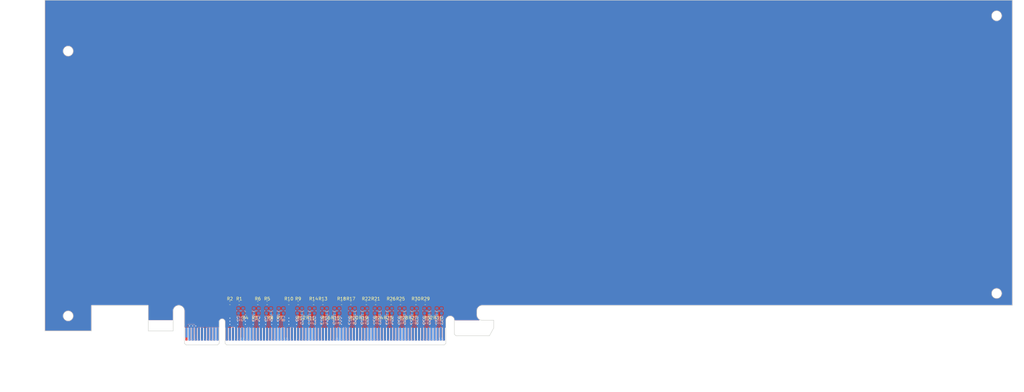
<source format=kicad_pcb>
(kicad_pcb (version 20171130) (host pcbnew 5.1.2-f72e74a~84~ubuntu16.04.1)

  (general
    (thickness 1.6)
    (drawings 58)
    (tracks 425)
    (zones 0)
    (modules 66)
    (nets 124)
  )

  (page B)
  (title_block
    (title PCIexpress_x16_full)
    (company "Author: Luca Anastasio")
  )

  (layers
    (0 F.Cu power)
    (1 In1.Cu power)
    (2 In2.Cu power)
    (31 B.Cu power)
    (32 B.Adhes user)
    (33 F.Adhes user)
    (34 B.Paste user)
    (35 F.Paste user)
    (36 B.SilkS user)
    (37 F.SilkS user)
    (38 B.Mask user)
    (39 F.Mask user)
    (40 Dwgs.User user)
    (41 Cmts.User user)
    (42 Eco1.User user)
    (43 Eco2.User user)
    (44 Edge.Cuts user)
    (45 Margin user)
    (46 B.CrtYd user)
    (47 F.CrtYd user)
    (48 B.Fab user)
    (49 F.Fab user)
  )

  (setup
    (last_trace_width 0.0889)
    (user_trace_width 0.0889)
    (user_trace_width 0.127)
    (user_trace_width 0.2)
    (trace_clearance 0.0889)
    (zone_clearance 0.508)
    (zone_45_only no)
    (trace_min 0.0889)
    (via_size 0.45)
    (via_drill 0.2)
    (via_min_size 0.45)
    (via_min_drill 0.2)
    (user_via 0.45 0.2)
    (user_via 0.5 0.25)
    (user_via 0.55 0.3)
    (uvia_size 0.3)
    (uvia_drill 0.1)
    (uvias_allowed no)
    (uvia_min_size 0.2)
    (uvia_min_drill 0.1)
    (edge_width 0.05)
    (segment_width 0.2)
    (pcb_text_width 0.3)
    (pcb_text_size 1.5 1.5)
    (mod_edge_width 0.12)
    (mod_text_size 1 1)
    (mod_text_width 0.15)
    (pad_size 1.524 1.524)
    (pad_drill 0.762)
    (pad_to_mask_clearance 0.051)
    (solder_mask_min_width 0.25)
    (aux_axis_origin 0 0)
    (grid_origin 109.375 194.125)
    (visible_elements FFFDFFFF)
    (pcbplotparams
      (layerselection 0x010fc_ffffffff)
      (usegerberextensions false)
      (usegerberattributes false)
      (usegerberadvancedattributes false)
      (creategerberjobfile false)
      (excludeedgelayer true)
      (linewidth 0.100000)
      (plotframeref false)
      (viasonmask false)
      (mode 1)
      (useauxorigin false)
      (hpglpennumber 1)
      (hpglpenspeed 20)
      (hpglpendiameter 15.000000)
      (psnegative false)
      (psa4output false)
      (plotreference true)
      (plotvalue true)
      (plotinvisibletext false)
      (padsonsilk false)
      (subtractmaskfromsilk false)
      (outputformat 1)
      (mirror false)
      (drillshape 1)
      (scaleselection 1)
      (outputdirectory ""))
  )

  (net 0 "")
  (net 1 GND)
  (net 2 "Net-(J2-PadA50)")
  (net 3 "Net-(J2-PadB82)")
  (net 4 "Net-(J2-PadA33)")
  (net 5 "Net-(J2-PadA32)")
  (net 6 "Net-(J2-PadA19)")
  (net 7 +12V)
  (net 8 +3V3)
  (net 9 +3.3VA)
  (net 10 "Net-(J2-PadB12)")
  (net 11 "Net-(J2-PadB30)")
  (net 12 /PER0_P)
  (net 13 /PER0_N)
  (net 14 /PER1_P)
  (net 15 /PER1_N)
  (net 16 /PER2_P)
  (net 17 /PER2_N)
  (net 18 /PER3_P)
  (net 19 /PER3_N)
  (net 20 /PER4_P)
  (net 21 /PER4_N)
  (net 22 /PER5_P)
  (net 23 /PER5_N)
  (net 24 /PER6_P)
  (net 25 /PER6_N)
  (net 26 /PER7_P)
  (net 27 /PER7_N)
  (net 28 /PER8_P)
  (net 29 /PER8_N)
  (net 30 /PER9_P)
  (net 31 /PER9_N)
  (net 32 /PER10_P)
  (net 33 /PER10_N)
  (net 34 /PER11_P)
  (net 35 /PER11_N)
  (net 36 /PER12_P)
  (net 37 /PER12_N)
  (net 38 /PER13_P)
  (net 39 /PER13_N)
  (net 40 /PER14_P)
  (net 41 /PER14_N)
  (net 42 /PER15_P)
  (net 43 /PER15_N)
  (net 44 /~PRSNT2x16)
  (net 45 /PET15_N)
  (net 46 /PET15_P)
  (net 47 /PET14_N)
  (net 48 /PET14_P)
  (net 49 /PET13_N)
  (net 50 /PET13_P)
  (net 51 /PET12_N)
  (net 52 /PET12_P)
  (net 53 /PET11_N)
  (net 54 /PET11_P)
  (net 55 /PET10_N)
  (net 56 /PET10_P)
  (net 57 /PET9_N)
  (net 58 /PET9_P)
  (net 59 /PET8_N)
  (net 60 /PET8_P)
  (net 61 /~PRSNT2x8)
  (net 62 /PET7_N)
  (net 63 /PET7_P)
  (net 64 /PET6_N)
  (net 65 /PET6_P)
  (net 66 /PET5_N)
  (net 67 /PET5_P)
  (net 68 /PET4_N)
  (net 69 /PET4_P)
  (net 70 /~PRSNT2x4)
  (net 71 /PET3_N)
  (net 72 /PET3_P)
  (net 73 /PET2_N)
  (net 74 /PET2_P)
  (net 75 /PET1_N)
  (net 76 /PET1_P)
  (net 77 /SMCLK)
  (net 78 /SMDAT)
  (net 79 /~TRST)
  (net 80 /~WAKE)
  (net 81 /PET0_P)
  (net 82 /PET0_N)
  (net 83 /~PRSNT2x1)
  (net 84 /~PRSNT1)
  (net 85 /TCK)
  (net 86 /TDI)
  (net 87 /TDO)
  (net 88 /TMS)
  (net 89 /~PERST)
  (net 90 /REFCLK-)
  (net 91 /REFCLK+)
  (net 92 /PCIexpress_connector/_PER0_P)
  (net 93 /PCIexpress_connector/_PER0_N)
  (net 94 /PCIexpress_connector/_PER1_P)
  (net 95 /PCIexpress_connector/_PER1_N)
  (net 96 /PCIexpress_connector/_PER2_P)
  (net 97 /PCIexpress_connector/_PER2_N)
  (net 98 /PCIexpress_connector/_PER3_P)
  (net 99 /PCIexpress_connector/_PER3_N)
  (net 100 /PCIexpress_connector/_PER4_P)
  (net 101 /PCIexpress_connector/_PER4_N)
  (net 102 /PCIexpress_connector/_PER5_P)
  (net 103 /PCIexpress_connector/_PER5_N)
  (net 104 /PCIexpress_connector/_PER6_P)
  (net 105 /PCIexpress_connector/_PER6_N)
  (net 106 /PCIexpress_connector/_PER7_P)
  (net 107 /PCIexpress_connector/_PER7_N)
  (net 108 /PCIexpress_connector/_PER8_P)
  (net 109 /PCIexpress_connector/_PER8_N)
  (net 110 /PCIexpress_connector/_PER9_P)
  (net 111 /PCIexpress_connector/_PER9_N)
  (net 112 /PCIexpress_connector/_PER10_P)
  (net 113 /PCIexpress_connector/_PER10_N)
  (net 114 /PCIexpress_connector/_PER11_P)
  (net 115 /PCIexpress_connector/_PER11_N)
  (net 116 /PCIexpress_connector/_PER12_P)
  (net 117 /PCIexpress_connector/_PER12_N)
  (net 118 /PCIexpress_connector/_PER13_P)
  (net 119 /PCIexpress_connector/_PER13_N)
  (net 120 /PCIexpress_connector/_PER14_P)
  (net 121 /PCIexpress_connector/_PER14_N)
  (net 122 /PCIexpress_connector/_PER15_P)
  (net 123 /PCIexpress_connector/_PER15_N)

  (net_class Default "This is the default net class."
    (clearance 0.0889)
    (trace_width 0.0889)
    (via_dia 0.45)
    (via_drill 0.2)
    (uvia_dia 0.3)
    (uvia_drill 0.1)
    (diff_pair_width 0.2)
    (diff_pair_gap 0.2)
    (add_net +12V)
    (add_net +3.3VA)
    (add_net +3V3)
    (add_net /SMCLK)
    (add_net /SMDAT)
    (add_net /TCK)
    (add_net /TDI)
    (add_net /TDO)
    (add_net /TMS)
    (add_net /~PERST)
    (add_net /~PRSNT1)
    (add_net /~PRSNT2x1)
    (add_net /~PRSNT2x16)
    (add_net /~PRSNT2x4)
    (add_net /~PRSNT2x8)
    (add_net /~TRST)
    (add_net /~WAKE)
    (add_net GND)
    (add_net "Net-(J2-PadA19)")
    (add_net "Net-(J2-PadA32)")
    (add_net "Net-(J2-PadA33)")
    (add_net "Net-(J2-PadA50)")
    (add_net "Net-(J2-PadB12)")
    (add_net "Net-(J2-PadB30)")
    (add_net "Net-(J2-PadB82)")
  )

  (net_class Diff-100-PCIe ""
    (clearance 0.2)
    (trace_width 0.0889)
    (via_dia 0.45)
    (via_drill 0.2)
    (uvia_dia 0.3)
    (uvia_drill 0.1)
    (diff_pair_width 0.2)
    (diff_pair_gap 0.2)
    (add_net /PCIexpress_connector/_PER0_N)
    (add_net /PCIexpress_connector/_PER0_P)
    (add_net /PCIexpress_connector/_PER10_N)
    (add_net /PCIexpress_connector/_PER10_P)
    (add_net /PCIexpress_connector/_PER11_N)
    (add_net /PCIexpress_connector/_PER11_P)
    (add_net /PCIexpress_connector/_PER12_N)
    (add_net /PCIexpress_connector/_PER12_P)
    (add_net /PCIexpress_connector/_PER13_N)
    (add_net /PCIexpress_connector/_PER13_P)
    (add_net /PCIexpress_connector/_PER14_N)
    (add_net /PCIexpress_connector/_PER14_P)
    (add_net /PCIexpress_connector/_PER15_N)
    (add_net /PCIexpress_connector/_PER15_P)
    (add_net /PCIexpress_connector/_PER1_N)
    (add_net /PCIexpress_connector/_PER1_P)
    (add_net /PCIexpress_connector/_PER2_N)
    (add_net /PCIexpress_connector/_PER2_P)
    (add_net /PCIexpress_connector/_PER3_N)
    (add_net /PCIexpress_connector/_PER3_P)
    (add_net /PCIexpress_connector/_PER4_N)
    (add_net /PCIexpress_connector/_PER4_P)
    (add_net /PCIexpress_connector/_PER5_N)
    (add_net /PCIexpress_connector/_PER5_P)
    (add_net /PCIexpress_connector/_PER6_N)
    (add_net /PCIexpress_connector/_PER6_P)
    (add_net /PCIexpress_connector/_PER7_N)
    (add_net /PCIexpress_connector/_PER7_P)
    (add_net /PCIexpress_connector/_PER8_N)
    (add_net /PCIexpress_connector/_PER8_P)
    (add_net /PCIexpress_connector/_PER9_N)
    (add_net /PCIexpress_connector/_PER9_P)
    (add_net /PER0_N)
    (add_net /PER0_P)
    (add_net /PER10_N)
    (add_net /PER10_P)
    (add_net /PER11_N)
    (add_net /PER11_P)
    (add_net /PER12_N)
    (add_net /PER12_P)
    (add_net /PER13_N)
    (add_net /PER13_P)
    (add_net /PER14_N)
    (add_net /PER14_P)
    (add_net /PER15_N)
    (add_net /PER15_P)
    (add_net /PER1_N)
    (add_net /PER1_P)
    (add_net /PER2_N)
    (add_net /PER2_P)
    (add_net /PER3_N)
    (add_net /PER3_P)
    (add_net /PER4_N)
    (add_net /PER4_P)
    (add_net /PER5_N)
    (add_net /PER5_P)
    (add_net /PER6_N)
    (add_net /PER6_P)
    (add_net /PER7_N)
    (add_net /PER7_P)
    (add_net /PER8_N)
    (add_net /PER8_P)
    (add_net /PER9_N)
    (add_net /PER9_P)
    (add_net /PET0_N)
    (add_net /PET0_P)
    (add_net /PET10_N)
    (add_net /PET10_P)
    (add_net /PET11_N)
    (add_net /PET11_P)
    (add_net /PET12_N)
    (add_net /PET12_P)
    (add_net /PET13_N)
    (add_net /PET13_P)
    (add_net /PET14_N)
    (add_net /PET14_P)
    (add_net /PET15_N)
    (add_net /PET15_P)
    (add_net /PET1_N)
    (add_net /PET1_P)
    (add_net /PET2_N)
    (add_net /PET2_P)
    (add_net /PET3_N)
    (add_net /PET3_P)
    (add_net /PET4_N)
    (add_net /PET4_P)
    (add_net /PET5_N)
    (add_net /PET5_P)
    (add_net /PET6_N)
    (add_net /PET6_P)
    (add_net /PET7_N)
    (add_net /PET7_P)
    (add_net /PET8_N)
    (add_net /PET8_P)
    (add_net /PET9_N)
    (add_net /PET9_P)
    (add_net /REFCLK+)
    (add_net /REFCLK-)
  )

  (net_class JLC2313-100d-3.5 ""
    (clearance 0.1)
    (trace_width 0.0889)
    (via_dia 0.45)
    (via_drill 0.2)
    (uvia_dia 0.3)
    (uvia_drill 0.1)
    (diff_pair_width 0.0889)
    (diff_pair_gap 0.1016)
  )

  (net_class JLC2313-100d-4 ""
    (clearance 0.1)
    (trace_width 0.0889)
    (via_dia 0.45)
    (via_drill 0.2)
    (uvia_dia 0.3)
    (uvia_drill 0.1)
    (diff_pair_width 0.1016)
    (diff_pair_gap 0.127)
  )

  (net_class JLC7628-100d-8 ""
    (clearance 0.2)
    (trace_width 0.0889)
    (via_dia 0.45)
    (via_drill 0.2)
    (uvia_dia 0.3)
    (uvia_drill 0.1)
    (diff_pair_width 0.2032)
    (diff_pair_gap 0.2032)
  )

  (module PCIexpress:PCIexpress_x16 (layer F.Cu) (tedit 5D338A18) (tstamp 5D3B165F)
    (at 109.625 194.125)
    (descr "PCIexpress x16 footprint")
    (tags PCIexpress)
    (path /5D508B15/5D51ADAD)
    (attr virtual)
    (fp_text reference J2 (at 0 -19.75) (layer F.SilkS) hide
      (effects (font (size 1 1) (thickness 0.15)))
    )
    (fp_text value PCIexpress_x16 (at 0 -23) (layer F.Fab)
      (effects (font (size 1 1) (thickness 0.15)))
    )
    (fp_text user "Keep Out Cu" (at 93 -1.75) (layer Cmts.User)
      (effects (font (size 1 1) (thickness 0.15)))
    )
    (fp_poly (pts (xy 86.9 -7.95) (xy 99.6 -7.95) (xy 99.6 -5.5) (xy 98.2 -2.95)
      (xy 87.4 -2.95) (xy 86.9 -3.45)) (layer B.Mask) (width 0))
    (fp_poly (pts (xy 86.9 -7.95) (xy 99.6 -7.95) (xy 99.6 -5.5) (xy 98.2 -2.95)
      (xy 87.4 -2.95) (xy 86.9 -3.45)) (layer F.Mask) (width 0))
    (fp_line (start 98.2 -2.95) (end 99.6 -5.5) (layer Dwgs.User) (width 0.12))
    (fp_line (start 94.15 -11) (end 94.15 -9.7) (layer Dwgs.User) (width 0.12))
    (fp_arc (start 95.9 -11) (end 95.9 -12.75) (angle -90) (layer Dwgs.User) (width 0.12))
    (fp_line (start 95.9 -7.95) (end 99.6 -7.95) (layer Dwgs.User) (width 0.12))
    (fp_arc (start 95.9 -9.7) (end 94.15 -9.7) (angle -90) (layer Dwgs.User) (width 0.12))
    (fp_line (start 95.9 -7.95) (end 86.9 -7.95) (layer Dwgs.User) (width 0.12))
    (fp_line (start 99.6 -5.5) (end 99.6 -7.95) (layer Dwgs.User) (width 0.12))
    (fp_line (start 86.9 -3.45) (end 87.4 -2.95) (layer Dwgs.User) (width 0.12))
    (fp_arc (start 85.525 -7.95) (end 86.9 -7.95) (angle -180) (layer Dwgs.User) (width 0.12))
    (fp_line (start 86.9 -3.45) (end 86.9 -7.95) (layer Dwgs.User) (width 0.12))
    (fp_line (start 87.4 -2.95) (end 98.2 -2.95) (layer Dwgs.User) (width 0.12))
    (fp_text user "Keep out components and traces both sides" (at 264.25 -65.25 90) (layer Cmts.User)
      (effects (font (size 1 1) (thickness 0.15)))
    )
    (fp_text user %R (at 0 -17.5) (layer F.Fab)
      (effects (font (size 1 1) (thickness 0.15)))
    )
    (fp_line (start 0.35 0) (end 10.55 0) (layer Dwgs.User) (width 0.12))
    (fp_line (start 11.05 -7.45) (end 11.05 -0.5) (layer Dwgs.User) (width 0.12))
    (fp_line (start 12.95 -7.45) (end 12.95 -0.5) (layer Dwgs.User) (width 0.12))
    (fp_arc (start 12 -7.45) (end 11.05 -7.45) (angle 180) (layer Dwgs.User) (width 0.12))
    (fp_line (start 11.05 -0.5) (end 10.55 0) (layer Dwgs.User) (width 0.12))
    (fp_line (start 12.95 -0.5) (end 13.45 0) (layer Dwgs.User) (width 0.12))
    (fp_line (start 13.45 0) (end 83.65 0) (layer Dwgs.User) (width 0.12))
    (fp_line (start -0.15 -0.5) (end -0.15 -10.925) (layer Dwgs.User) (width 0.12))
    (fp_line (start 84.15 -0.5) (end 84.15 -12.75) (layer Dwgs.User) (width 0.12))
    (fp_line (start -0.15 -0.5) (end 0.35 0) (layer Dwgs.User) (width 0.12))
    (fp_line (start 84.15 -0.5) (end 83.65 0) (layer Dwgs.User) (width 0.12))
    (fp_poly (pts (xy -0.25 -5.5) (xy 84.25 -5.5) (xy 84.25 0) (xy -0.25 0)) (layer F.Mask) (width 0.2))
    (fp_poly (pts (xy -0.25 -5.5) (xy 84.25 -5.5) (xy 84.25 0) (xy -0.25 0)) (layer B.Mask) (width 0.2))
    (fp_arc (start -1.975 -10.925) (end -0.15 -10.925) (angle -180) (layer Dwgs.User) (width 0.12))
    (fp_line (start -11.8 -4.5) (end -3.8 -4.5) (layer Dwgs.User) (width 0.12))
    (fp_line (start -3.8 -4.5) (end -3.8 -10.925) (layer Dwgs.User) (width 0.12))
    (fp_line (start -11.8 -4.5) (end -11.8 -12.75) (layer Dwgs.User) (width 0.12))
    (fp_line (start -30.15 -12.75) (end -11.8 -12.75) (layer Dwgs.User) (width 0.12))
    (fp_line (start -30.15 -4.5) (end -30.15 -12.75) (layer Dwgs.User) (width 0.12))
    (fp_line (start -30.15 -4.5) (end -45.15 -4.5) (layer Dwgs.User) (width 0.12))
    (fp_line (start 84.15 -12.75) (end 122.5027 -12.75) (layer Dwgs.User) (width 0.12))
    (fp_line (start -45.15 -111.15) (end 122.5 -111.15) (layer Dwgs.User) (width 0.12))
    (fp_line (start 122.5 -111.15) (end 122.5 -12.75) (layer Dwgs.User) (width 0.12))
    (fp_line (start -45.15 -111.15) (end -45.15 -4.5) (layer Dwgs.User) (width 0.12))
    (fp_line (start -45.15 -68.9) (end 122.5 -68.9) (layer Dwgs.User) (width 0.12))
    (fp_text user "Low profile max height" (at 39.25 -71) (layer Cmts.User)
      (effects (font (size 2 2) (thickness 0.25)))
    )
    (fp_text user "Full height max" (at 36.75 -108.25) (layer Cmts.User)
      (effects (font (size 2 2) (thickness 0.25)))
    )
    (fp_text user "Half length max" (at 124.5 -72.25 90) (layer Cmts.User)
      (effects (font (size 2 2) (thickness 0.25)))
    )
    (fp_circle (center -37.65 -9.35) (end -36.05 -9.35) (layer Dwgs.User) (width 0.12))
    (fp_line (start -11.8 -8) (end -3.8 -8) (layer Dwgs.User) (width 0.12))
    (fp_text user "Keep Out Cu" (at -7.75 -3.5) (layer Cmts.User)
      (effects (font (size 1 1) (thickness 0.15)))
    )
    (fp_poly (pts (xy -11.8 -4.5) (xy -11.8 -8) (xy -3.8 -8) (xy -3.8 -4.5)) (layer F.Mask) (width 0))
    (fp_poly (pts (xy -11.8 -4.5) (xy -11.8 -8) (xy -3.8 -8) (xy -3.8 -4.5)) (layer B.Mask) (width 0))
    (fp_circle (center -37.65 -63.25) (end -36.05 -63.25) (layer Dwgs.User) (width 0.12))
    (fp_circle (center -37.65 -94.75) (end -36.05 -94.75) (layer Dwgs.User) (width 0.12))
    (fp_line (start 122.5027 -12.75) (end 266.8527 -12.75) (layer Dwgs.User) (width 0.12))
    (fp_line (start 122.5 -111.15) (end 266.85 -111.15) (layer Dwgs.User) (width 0.12))
    (fp_line (start 266.85 -111.15) (end 266.8527 -12.75) (layer Dwgs.User) (width 0.12))
    (fp_text user "Full length max" (at 269 -74 90) (layer Cmts.User)
      (effects (font (size 2 2) (thickness 0.25)))
    )
    (fp_line (start -0.15 -10.925) (end -0.15 -13.75) (layer Dwgs.User) (width 0.12))
    (fp_line (start -0.15 -13.75) (end -45.15 -13.75) (layer Dwgs.User) (width 0.12))
    (fp_line (start 84.15 -12.75) (end 84.15 -13.75) (layer Dwgs.User) (width 0.12))
    (fp_text user "Keep out components and traces both sides" (at -21.75 -12) (layer Cmts.User)
      (effects (font (size 1 1) (thickness 0.15)))
    )
    (fp_line (start -45.15 -58.5) (end -32.45 -58.5) (layer Dwgs.User) (width 0.12))
    (fp_line (start -32.45 -58.5) (end -32.45 -67.9) (layer Dwgs.User) (width 0.12))
    (fp_line (start -32.45 -110.15) (end 92 -110.15) (layer Dwgs.User) (width 0.12))
    (fp_line (start 84.15 -13.75) (end 121.5 -13.75) (layer Dwgs.User) (width 0.12))
    (fp_line (start 92 -110.15) (end 92 -108.15) (layer Dwgs.User) (width 0.12))
    (fp_line (start 92 -108.15) (end 117.42 -108.15) (layer Dwgs.User) (width 0.12))
    (fp_line (start 121.5 -67.9) (end 121.5 -13.75) (layer Dwgs.User) (width 0.12))
    (fp_line (start -44.15 -58.5) (end -44.15 -13.75) (layer Dwgs.User) (width 0.12))
    (fp_text user "Keep out components and traces solder side" (at -44.75 -36 90) (layer Cmts.User)
      (effects (font (size 1 1) (thickness 0.15)))
    )
    (fp_text user "Keep out components and traces both sides" (at 121.893243 -40.134926 90) (layer Cmts.User)
      (effects (font (size 1 1) (thickness 0.15)))
    )
    (fp_line (start -32.45 -67.9) (end 121.5 -67.9) (layer Dwgs.User) (width 0.12))
    (fp_line (start -45.15 -89.7) (end -32.45 -89.7) (layer Dwgs.User) (width 0.12))
    (fp_line (start -32.45 -110.15) (end -32.45 -89.7) (layer Dwgs.User) (width 0.12))
    (fp_line (start 117.42 -108.15) (end 117.42 -13.75) (layer Dwgs.User) (width 0.12))
    (fp_text user "Keep out components and traces both sides" (at 120 -87.75 90) (layer Cmts.User)
      (effects (font (size 1 1) (thickness 0.15)))
    )
    (fp_line (start -40.07 -13.75) (end -40.07 -89.7) (layer Dwgs.User) (width 0.12))
    (fp_text user "Keep out components and traces solder side" (at -42.25 -77.5 180) (layer Cmts.User)
      (effects (font (size 1 1) (thickness 0.15)))
    )
    (fp_text user "Max component height: solder side 2,67mm component side 14,49mm" (at 40 -44.25) (layer Cmts.User)
      (effects (font (size 2 2) (thickness 0.25)))
    )
    (fp_line (start 96.9 -14.1) (end 96.9 -13.75) (layer Dwgs.User) (width 0.12))
    (fp_line (start 96.9 -14.1) (end 105.05 -14.1) (layer Dwgs.User) (width 0.12))
    (fp_line (start 105.05 -14.1) (end 105.05 -16.1) (layer Dwgs.User) (width 0.12))
    (fp_line (start 105.05 -16.1) (end 110.3 -16.1) (layer Dwgs.User) (width 0.12))
    (fp_line (start 110.3 -16.1) (end 110.3 -13.75) (layer Dwgs.User) (width 0.12))
    (fp_text user "Keep out components and traces component side" (at 126 -9 180) (layer Cmts.User)
      (effects (font (size 1 1) (thickness 0.15)))
    )
    (fp_line (start 107.5 -10) (end 107.5 -15) (layer Cmts.User) (width 0.12))
    (fp_line (start 107.5 -15) (end 107 -14.5) (layer Cmts.User) (width 0.12))
    (fp_line (start 107.5 -15) (end 108 -14.5) (layer Cmts.User) (width 0.12))
    (fp_line (start 122.5 -108.15) (end 256.65 -108.15) (layer Dwgs.User) (width 0.12))
    (fp_line (start 256.65 -108.15) (end 256.65 -99.7) (layer Dwgs.User) (width 0.12))
    (fp_line (start 122.5 -13.75) (end 256.65 -13.75) (layer Dwgs.User) (width 0.12))
    (fp_line (start 256.65 -13.75) (end 256.65 -22.9) (layer Dwgs.User) (width 0.12))
    (fp_line (start 256.65 -22.9) (end 261.77 -22.9) (layer Dwgs.User) (width 0.12))
    (fp_line (start 256.65 -99.7) (end 261.77 -99.7) (layer Dwgs.User) (width 0.12))
    (fp_line (start 261.77 -99.7) (end 261.77 -22.9) (layer Dwgs.User) (width 0.12))
    (fp_circle (center 261.77 -16.6) (end 263.37 -16.6) (layer Dwgs.User) (width 0.12))
    (fp_circle (center 261.77 -106.13) (end 263.37 -106.13) (layer Dwgs.User) (width 0.12))
    (pad A82 connect rect (at 83.5 -3.5) (size 0.7 4.2) (layers B.Cu)
      (net 1 GND))
    (pad A81 connect rect (at 82.5 -3.5) (size 0.7 4.2) (layers B.Cu)
      (net 123 /PCIexpress_connector/_PER15_N))
    (pad A80 connect rect (at 81.5 -3.5) (size 0.7 4.2) (layers B.Cu)
      (net 122 /PCIexpress_connector/_PER15_P))
    (pad A79 connect rect (at 80.5 -3.5) (size 0.7 4.2) (layers B.Cu)
      (net 1 GND))
    (pad A78 connect rect (at 79.5 -3.5) (size 0.7 4.2) (layers B.Cu)
      (net 1 GND))
    (pad A77 connect rect (at 78.5 -3.5) (size 0.7 4.2) (layers B.Cu)
      (net 121 /PCIexpress_connector/_PER14_N))
    (pad A76 connect rect (at 77.5 -3.5) (size 0.7 4.2) (layers B.Cu)
      (net 120 /PCIexpress_connector/_PER14_P))
    (pad A75 connect rect (at 76.5 -3.5) (size 0.7 4.2) (layers B.Cu)
      (net 1 GND))
    (pad A74 connect rect (at 75.5 -3.5) (size 0.7 4.2) (layers B.Cu)
      (net 1 GND))
    (pad A73 connect rect (at 74.5 -3.5) (size 0.7 4.2) (layers B.Cu)
      (net 119 /PCIexpress_connector/_PER13_N))
    (pad A72 connect rect (at 73.5 -3.5) (size 0.7 4.2) (layers B.Cu)
      (net 118 /PCIexpress_connector/_PER13_P))
    (pad A71 connect rect (at 72.5 -3.5) (size 0.7 4.2) (layers B.Cu)
      (net 1 GND))
    (pad A70 connect rect (at 71.5 -3.5) (size 0.7 4.2) (layers B.Cu)
      (net 1 GND))
    (pad A69 connect rect (at 70.5 -3.5) (size 0.7 4.2) (layers B.Cu)
      (net 117 /PCIexpress_connector/_PER12_N))
    (pad A68 connect rect (at 69.5 -3.5) (size 0.7 4.2) (layers B.Cu)
      (net 116 /PCIexpress_connector/_PER12_P))
    (pad A67 connect rect (at 68.5 -3.5) (size 0.7 4.2) (layers B.Cu)
      (net 1 GND))
    (pad A66 connect rect (at 67.5 -3.5) (size 0.7 4.2) (layers B.Cu)
      (net 1 GND))
    (pad A65 connect rect (at 66.5 -3.5) (size 0.7 4.2) (layers B.Cu)
      (net 115 /PCIexpress_connector/_PER11_N))
    (pad A64 connect rect (at 65.5 -3.5) (size 0.7 4.2) (layers B.Cu)
      (net 114 /PCIexpress_connector/_PER11_P))
    (pad A63 connect rect (at 64.5 -3.5) (size 0.7 4.2) (layers B.Cu)
      (net 1 GND))
    (pad A62 connect rect (at 63.5 -3.5) (size 0.7 4.2) (layers B.Cu)
      (net 1 GND))
    (pad A61 connect rect (at 62.5 -3.5) (size 0.7 4.2) (layers B.Cu)
      (net 113 /PCIexpress_connector/_PER10_N))
    (pad A60 connect rect (at 61.5 -3.5) (size 0.7 4.2) (layers B.Cu)
      (net 112 /PCIexpress_connector/_PER10_P))
    (pad A59 connect rect (at 60.5 -3.5) (size 0.7 4.2) (layers B.Cu)
      (net 1 GND))
    (pad A58 connect rect (at 59.5 -3.5) (size 0.7 4.2) (layers B.Cu)
      (net 1 GND))
    (pad A57 connect rect (at 58.5 -3.5) (size 0.7 4.2) (layers B.Cu)
      (net 111 /PCIexpress_connector/_PER9_N))
    (pad A56 connect rect (at 57.5 -3.5) (size 0.7 4.2) (layers B.Cu)
      (net 110 /PCIexpress_connector/_PER9_P))
    (pad A55 connect rect (at 56.5 -3.5) (size 0.7 4.2) (layers B.Cu)
      (net 1 GND))
    (pad A54 connect rect (at 55.5 -3.5) (size 0.7 4.2) (layers B.Cu)
      (net 1 GND))
    (pad A53 connect rect (at 54.5 -3.5) (size 0.7 4.2) (layers B.Cu)
      (net 109 /PCIexpress_connector/_PER8_N))
    (pad A52 connect rect (at 53.5 -3.5) (size 0.7 4.2) (layers B.Cu)
      (net 108 /PCIexpress_connector/_PER8_P))
    (pad A51 connect rect (at 52.5 -3.5) (size 0.7 4.2) (layers B.Cu)
      (net 1 GND))
    (pad A50 connect rect (at 51.5 -3.5) (size 0.7 4.2) (layers B.Cu)
      (net 2 "Net-(J2-PadA50)"))
    (pad B82 connect rect (at 83.5 -3.5) (size 0.7 4.2) (layers F.Cu)
      (net 3 "Net-(J2-PadB82)"))
    (pad B81 connect rect (at 82.5 -4) (size 0.7 3.2) (layers F.Cu)
      (net 44 /~PRSNT2x16))
    (pad B80 connect rect (at 81.5 -3.5) (size 0.7 4.2) (layers F.Cu)
      (net 1 GND))
    (pad B79 connect rect (at 80.5 -3.5) (size 0.7 4.2) (layers F.Cu)
      (net 45 /PET15_N))
    (pad B78 connect rect (at 79.5 -3.5) (size 0.7 4.2) (layers F.Cu)
      (net 46 /PET15_P))
    (pad B77 connect rect (at 78.5 -3.5) (size 0.7 4.2) (layers F.Cu)
      (net 1 GND))
    (pad B76 connect rect (at 77.5 -3.5) (size 0.7 4.2) (layers F.Cu)
      (net 1 GND))
    (pad B75 connect rect (at 76.5 -3.5) (size 0.7 4.2) (layers F.Cu)
      (net 47 /PET14_N))
    (pad B74 connect rect (at 75.5 -3.5) (size 0.7 4.2) (layers F.Cu)
      (net 48 /PET14_P))
    (pad B73 connect rect (at 74.5 -3.5) (size 0.7 4.2) (layers F.Cu)
      (net 1 GND))
    (pad B72 connect rect (at 73.5 -3.5) (size 0.7 4.2) (layers F.Cu)
      (net 1 GND))
    (pad B71 connect rect (at 72.5 -3.5) (size 0.7 4.2) (layers F.Cu)
      (net 49 /PET13_N))
    (pad B70 connect rect (at 71.5 -3.5) (size 0.7 4.2) (layers F.Cu)
      (net 50 /PET13_P))
    (pad B69 connect rect (at 70.5 -3.5) (size 0.7 4.2) (layers F.Cu)
      (net 1 GND))
    (pad B68 connect rect (at 69.5 -3.5) (size 0.7 4.2) (layers F.Cu)
      (net 1 GND))
    (pad B67 connect rect (at 68.5 -3.5) (size 0.7 4.2) (layers F.Cu)
      (net 51 /PET12_N))
    (pad B66 connect rect (at 67.5 -3.5) (size 0.7 4.2) (layers F.Cu)
      (net 52 /PET12_P))
    (pad B65 connect rect (at 66.5 -3.5) (size 0.7 4.2) (layers F.Cu)
      (net 1 GND))
    (pad B64 connect rect (at 65.5 -3.5) (size 0.7 4.2) (layers F.Cu)
      (net 1 GND))
    (pad B63 connect rect (at 64.5 -3.5) (size 0.7 4.2) (layers F.Cu)
      (net 53 /PET11_N))
    (pad B62 connect rect (at 63.5 -3.5) (size 0.7 4.2) (layers F.Cu)
      (net 54 /PET11_P))
    (pad B61 connect rect (at 62.5 -3.5) (size 0.7 4.2) (layers F.Cu)
      (net 1 GND))
    (pad B60 connect rect (at 61.5 -3.5) (size 0.7 4.2) (layers F.Cu)
      (net 1 GND))
    (pad B59 connect rect (at 60.5 -3.5) (size 0.7 4.2) (layers F.Cu)
      (net 55 /PET10_N))
    (pad B58 connect rect (at 59.5 -3.5) (size 0.7 4.2) (layers F.Cu)
      (net 56 /PET10_P))
    (pad B57 connect rect (at 58.5 -3.5) (size 0.7 4.2) (layers F.Cu)
      (net 1 GND))
    (pad B56 connect rect (at 57.5 -3.5) (size 0.7 4.2) (layers F.Cu)
      (net 1 GND))
    (pad B55 connect rect (at 56.5 -3.5) (size 0.7 4.2) (layers F.Cu)
      (net 57 /PET9_N))
    (pad B54 connect rect (at 55.5 -3.5) (size 0.7 4.2) (layers F.Cu)
      (net 58 /PET9_P))
    (pad B53 connect rect (at 54.5 -3.5) (size 0.7 4.2) (layers F.Cu)
      (net 1 GND))
    (pad B52 connect rect (at 53.5 -3.5) (size 0.7 4.2) (layers F.Cu)
      (net 1 GND))
    (pad B51 connect rect (at 52.5 -3.5) (size 0.7 4.2) (layers F.Cu)
      (net 59 /PET8_N))
    (pad B50 connect rect (at 51.5 -3.5) (size 0.7 4.2) (layers F.Cu)
      (net 60 /PET8_P))
    (pad B49 connect rect (at 50.5 -3.5) (size 0.7 4.2) (layers F.Cu)
      (net 1 GND))
    (pad B48 connect rect (at 49.5 -4) (size 0.7 3.2) (layers F.Cu)
      (net 61 /~PRSNT2x8))
    (pad B47 connect rect (at 48.5 -3.5) (size 0.7 4.2) (layers F.Cu)
      (net 1 GND))
    (pad B46 connect rect (at 47.5 -3.5) (size 0.7 4.2) (layers F.Cu)
      (net 62 /PET7_N))
    (pad B45 connect rect (at 46.5 -3.5) (size 0.7 4.2) (layers F.Cu)
      (net 63 /PET7_P))
    (pad B44 connect rect (at 45.5 -3.5) (size 0.7 4.2) (layers F.Cu)
      (net 1 GND))
    (pad B43 connect rect (at 44.5 -3.5) (size 0.7 4.2) (layers F.Cu)
      (net 1 GND))
    (pad B42 connect rect (at 43.5 -3.5) (size 0.7 4.2) (layers F.Cu)
      (net 64 /PET6_N))
    (pad B41 connect rect (at 42.5 -3.5) (size 0.7 4.2) (layers F.Cu)
      (net 65 /PET6_P))
    (pad B40 connect rect (at 41.5 -3.5) (size 0.7 4.2) (layers F.Cu)
      (net 1 GND))
    (pad B39 connect rect (at 40.5 -3.5) (size 0.7 4.2) (layers F.Cu)
      (net 1 GND))
    (pad B38 connect rect (at 39.5 -3.5) (size 0.7 4.2) (layers F.Cu)
      (net 66 /PET5_N))
    (pad B37 connect rect (at 38.5 -3.5) (size 0.7 4.2) (layers F.Cu)
      (net 67 /PET5_P))
    (pad B36 connect rect (at 37.5 -3.5) (size 0.7 4.2) (layers F.Cu)
      (net 1 GND))
    (pad B35 connect rect (at 36.5 -3.5) (size 0.7 4.2) (layers F.Cu)
      (net 1 GND))
    (pad B34 connect rect (at 35.5 -3.5) (size 0.7 4.2) (layers F.Cu)
      (net 68 /PET4_N))
    (pad B33 connect rect (at 34.5 -3.5) (size 0.7 4.2) (layers F.Cu)
      (net 69 /PET4_P))
    (pad A49 connect rect (at 50.5 -3.5) (size 0.7 4.2) (layers B.Cu)
      (net 1 GND))
    (pad A48 connect rect (at 49.5 -3.5) (size 0.7 4.2) (layers B.Cu)
      (net 107 /PCIexpress_connector/_PER7_N))
    (pad A47 connect rect (at 48.5 -3.5) (size 0.7 4.2) (layers B.Cu)
      (net 106 /PCIexpress_connector/_PER7_P))
    (pad A46 connect rect (at 47.5 -3.5) (size 0.7 4.2) (layers B.Cu)
      (net 1 GND))
    (pad A45 connect rect (at 46.5 -3.5) (size 0.7 4.2) (layers B.Cu)
      (net 1 GND))
    (pad A44 connect rect (at 45.5 -3.5) (size 0.7 4.2) (layers B.Cu)
      (net 105 /PCIexpress_connector/_PER6_N))
    (pad A43 connect rect (at 44.5 -3.5) (size 0.7 4.2) (layers B.Cu)
      (net 104 /PCIexpress_connector/_PER6_P))
    (pad A42 connect rect (at 43.5 -3.5) (size 0.7 4.2) (layers B.Cu)
      (net 1 GND))
    (pad A41 connect rect (at 42.5 -3.5) (size 0.7 4.2) (layers B.Cu)
      (net 1 GND))
    (pad A40 connect rect (at 41.5 -3.5) (size 0.7 4.2) (layers B.Cu)
      (net 103 /PCIexpress_connector/_PER5_N))
    (pad A39 connect rect (at 40.5 -3.5) (size 0.7 4.2) (layers B.Cu)
      (net 102 /PCIexpress_connector/_PER5_P))
    (pad A38 connect rect (at 39.5 -3.5) (size 0.7 4.2) (layers B.Cu)
      (net 1 GND))
    (pad A37 connect rect (at 38.5 -3.5) (size 0.7 4.2) (layers B.Cu)
      (net 1 GND))
    (pad A36 connect rect (at 37.5 -3.5) (size 0.7 4.2) (layers B.Cu)
      (net 101 /PCIexpress_connector/_PER4_N))
    (pad A35 connect rect (at 36.5 -3.5) (size 0.7 4.2) (layers B.Cu)
      (net 100 /PCIexpress_connector/_PER4_P))
    (pad A34 connect rect (at 35.5 -3.5) (size 0.7 4.2) (layers B.Cu)
      (net 1 GND))
    (pad A33 connect rect (at 34.5 -3.5) (size 0.7 4.2) (layers B.Cu)
      (net 4 "Net-(J2-PadA33)"))
    (pad A32 connect rect (at 33.5 -3.5) (size 0.7 4.2) (layers B.Cu)
      (net 5 "Net-(J2-PadA32)"))
    (pad A31 connect rect (at 32.5 -3.5) (size 0.7 4.2) (layers B.Cu)
      (net 1 GND))
    (pad A30 connect rect (at 31.5 -3.5) (size 0.7 4.2) (layers B.Cu)
      (net 99 /PCIexpress_connector/_PER3_N))
    (pad A29 connect rect (at 30.5 -3.5) (size 0.7 4.2) (layers B.Cu)
      (net 98 /PCIexpress_connector/_PER3_P))
    (pad A28 connect rect (at 29.5 -3.5) (size 0.7 4.2) (layers B.Cu)
      (net 1 GND))
    (pad A27 connect rect (at 28.5 -3.5) (size 0.7 4.2) (layers B.Cu)
      (net 1 GND))
    (pad A26 connect rect (at 27.5 -3.5) (size 0.7 4.2) (layers B.Cu)
      (net 97 /PCIexpress_connector/_PER2_N))
    (pad A25 connect rect (at 26.5 -3.5) (size 0.7 4.2) (layers B.Cu)
      (net 96 /PCIexpress_connector/_PER2_P))
    (pad A24 connect rect (at 25.5 -3.5) (size 0.7 4.2) (layers B.Cu)
      (net 1 GND))
    (pad A23 connect rect (at 24.5 -3.5) (size 0.7 4.2) (layers B.Cu)
      (net 1 GND))
    (pad A22 connect rect (at 23.5 -3.5) (size 0.7 4.2) (layers B.Cu)
      (net 95 /PCIexpress_connector/_PER1_N))
    (pad A21 connect rect (at 22.5 -3.5) (size 0.7 4.2) (layers B.Cu)
      (net 94 /PCIexpress_connector/_PER1_P))
    (pad A20 connect rect (at 21.5 -3.5) (size 0.7 4.2) (layers B.Cu)
      (net 1 GND))
    (pad B32 connect rect (at 33.5 -3.5) (size 0.7 4.2) (layers F.Cu)
      (net 1 GND))
    (pad B31 connect rect (at 32.5 -4) (size 0.7 3.2) (layers F.Cu)
      (net 70 /~PRSNT2x4))
    (pad B30 connect rect (at 31.5 -3.5) (size 0.7 4.2) (layers F.Cu)
      (net 11 "Net-(J2-PadB30)"))
    (pad B29 connect rect (at 30.5 -3.5) (size 0.7 4.2) (layers F.Cu)
      (net 1 GND))
    (pad B28 connect rect (at 29.5 -3.5) (size 0.7 4.2) (layers F.Cu)
      (net 71 /PET3_N))
    (pad B27 connect rect (at 28.5 -3.5) (size 0.7 4.2) (layers F.Cu)
      (net 72 /PET3_P))
    (pad B26 connect rect (at 27.5 -3.5) (size 0.7 4.2) (layers F.Cu)
      (net 1 GND))
    (pad B25 connect rect (at 26.5 -3.5) (size 0.7 4.2) (layers F.Cu)
      (net 1 GND))
    (pad B24 connect rect (at 25.5 -3.5) (size 0.7 4.2) (layers F.Cu)
      (net 73 /PET2_N))
    (pad B23 connect rect (at 24.5 -3.5) (size 0.7 4.2) (layers F.Cu)
      (net 74 /PET2_P))
    (pad B22 connect rect (at 23.5 -3.5) (size 0.7 4.2) (layers F.Cu)
      (net 1 GND))
    (pad B21 connect rect (at 22.5 -3.5) (size 0.7 4.2) (layers F.Cu)
      (net 1 GND))
    (pad B20 connect rect (at 21.5 -3.5) (size 0.7 4.2) (layers F.Cu)
      (net 75 /PET1_N))
    (pad A19 connect rect (at 20.5 -3.5) (size 0.7 4.2) (layers B.Cu)
      (net 6 "Net-(J2-PadA19)"))
    (pad B19 connect rect (at 20.5 -3.5) (size 0.7 4.2) (layers F.Cu)
      (net 76 /PET1_P))
    (pad B1 connect rect (at 0.5 -3.5) (size 0.7 4.2) (layers F.Cu)
      (net 7 +12V))
    (pad B2 connect rect (at 1.5 -3.5) (size 0.7 4.2) (layers F.Cu)
      (net 7 +12V))
    (pad B3 connect rect (at 2.5 -3.5) (size 0.7 4.2) (layers F.Cu)
      (net 7 +12V))
    (pad B4 connect rect (at 3.5 -3.5) (size 0.7 4.2) (layers F.Cu)
      (net 1 GND))
    (pad B5 connect rect (at 4.5 -3.5) (size 0.7 4.2) (layers F.Cu)
      (net 77 /SMCLK))
    (pad B6 connect rect (at 5.5 -3.5) (size 0.7 4.2) (layers F.Cu)
      (net 78 /SMDAT))
    (pad B7 connect rect (at 6.5 -3.5) (size 0.7 4.2) (layers F.Cu)
      (net 1 GND))
    (pad B8 connect rect (at 7.5 -3.5) (size 0.7 4.2) (layers F.Cu)
      (net 8 +3V3))
    (pad B9 connect rect (at 8.5 -3.5) (size 0.7 4.2) (layers F.Cu)
      (net 79 /~TRST))
    (pad B10 connect rect (at 9.5 -3.5) (size 0.7 4.2) (layers F.Cu)
      (net 9 +3.3VA))
    (pad B11 connect rect (at 10.5 -3.5) (size 0.7 4.2) (layers F.Cu)
      (net 80 /~WAKE))
    (pad B14 connect rect (at 15.5 -3.5) (size 0.7 4.2) (layers F.Cu)
      (net 81 /PET0_P))
    (pad B15 connect rect (at 16.5 -3.5) (size 0.7 4.2) (layers F.Cu)
      (net 82 /PET0_N))
    (pad B16 connect rect (at 17.5 -3.5) (size 0.7 4.2) (layers F.Cu)
      (net 1 GND))
    (pad B17 connect rect (at 18.5 -4) (size 0.7 3.2) (layers F.Cu)
      (net 83 /~PRSNT2x1))
    (pad B18 connect rect (at 19.5 -3.5) (size 0.7 4.2) (layers F.Cu)
      (net 1 GND))
    (pad B12 connect rect (at 13.5 -3.5) (size 0.7 4.2) (layers F.Cu)
      (net 10 "Net-(J2-PadB12)"))
    (pad B13 connect rect (at 14.5 -3.5) (size 0.7 4.2) (layers F.Cu)
      (net 1 GND))
    (pad A1 connect rect (at 0.5 -4) (size 0.7 3.2) (layers B.Cu)
      (net 84 /~PRSNT1))
    (pad A2 connect rect (at 1.5 -3.5) (size 0.7 4.2) (layers B.Cu)
      (net 7 +12V))
    (pad A3 connect rect (at 2.5 -3.5) (size 0.7 4.2) (layers B.Cu)
      (net 7 +12V))
    (pad A4 connect rect (at 3.5 -3.5) (size 0.7 4.2) (layers B.Cu)
      (net 1 GND))
    (pad A5 connect rect (at 4.5 -3.5) (size 0.7 4.2) (layers B.Cu)
      (net 85 /TCK))
    (pad A6 connect rect (at 5.5 -3.5) (size 0.7 4.2) (layers B.Cu)
      (net 86 /TDI))
    (pad A7 connect rect (at 6.5 -3.5) (size 0.7 4.2) (layers B.Cu)
      (net 87 /TDO))
    (pad A8 connect rect (at 7.5 -3.5) (size 0.7 4.2) (layers B.Cu)
      (net 88 /TMS))
    (pad A9 connect rect (at 8.5 -3.5) (size 0.7 4.2) (layers B.Cu)
      (net 8 +3V3))
    (pad A10 connect rect (at 9.5 -3.5) (size 0.7 4.2) (layers B.Cu)
      (net 8 +3V3))
    (pad A11 connect rect (at 10.5 -3.5) (size 0.7 4.2) (layers B.Cu)
      (net 89 /~PERST))
    (pad A14 connect rect (at 15.5 -3.5) (size 0.7 4.2) (layers B.Cu)
      (net 90 /REFCLK-))
    (pad A15 connect rect (at 16.5 -3.5) (size 0.7 4.2) (layers B.Cu)
      (net 1 GND))
    (pad A16 connect rect (at 17.5 -3.5) (size 0.7 4.2) (layers B.Cu)
      (net 92 /PCIexpress_connector/_PER0_P))
    (pad A17 connect rect (at 18.5 -3.5) (size 0.7 4.2) (layers B.Cu)
      (net 93 /PCIexpress_connector/_PER0_N))
    (pad A18 connect rect (at 19.5 -3.5) (size 0.7 4.2) (layers B.Cu)
      (net 1 GND))
    (pad A12 connect rect (at 13.5 -3.5) (size 0.7 4.2) (layers B.Cu)
      (net 1 GND))
    (pad A13 connect rect (at 14.5 -3.5) (size 0.7 4.2) (layers B.Cu)
      (net 91 /REFCLK+))
  )

  (module Resistor_SMD:R_0603_1608Metric (layer F.Cu) (tedit 5B301BBD) (tstamp 5D3BA106)
    (at 188.125 183.875 180)
    (descr "Resistor SMD 0603 (1608 Metric), square (rectangular) end terminal, IPC_7351 nominal, (Body size source: http://www.tortai-tech.com/upload/download/2011102023233369053.pdf), generated with kicad-footprint-generator")
    (tags resistor)
    (path /5D508B15/5D9E5929/5D52E298)
    (attr smd)
    (fp_text reference R32 (at 0 -1.5) (layer F.SilkS)
      (effects (font (size 1 1) (thickness 0.15)))
    )
    (fp_text value 49.9 (at 0 1.43) (layer F.Fab)
      (effects (font (size 1 1) (thickness 0.15)))
    )
    (fp_text user %R (at 0 0) (layer F.Fab)
      (effects (font (size 0.4 0.4) (thickness 0.06)))
    )
    (fp_line (start 1.48 0.73) (end -1.48 0.73) (layer F.CrtYd) (width 0.05))
    (fp_line (start 1.48 -0.73) (end 1.48 0.73) (layer F.CrtYd) (width 0.05))
    (fp_line (start -1.48 -0.73) (end 1.48 -0.73) (layer F.CrtYd) (width 0.05))
    (fp_line (start -1.48 0.73) (end -1.48 -0.73) (layer F.CrtYd) (width 0.05))
    (fp_line (start -0.162779 0.51) (end 0.162779 0.51) (layer F.SilkS) (width 0.12))
    (fp_line (start -0.162779 -0.51) (end 0.162779 -0.51) (layer F.SilkS) (width 0.12))
    (fp_line (start 0.8 0.4) (end -0.8 0.4) (layer F.Fab) (width 0.1))
    (fp_line (start 0.8 -0.4) (end 0.8 0.4) (layer F.Fab) (width 0.1))
    (fp_line (start -0.8 -0.4) (end 0.8 -0.4) (layer F.Fab) (width 0.1))
    (fp_line (start -0.8 0.4) (end -0.8 -0.4) (layer F.Fab) (width 0.1))
    (pad 2 smd roundrect (at 0.7875 0 180) (size 0.875 0.95) (layers F.Cu F.Paste F.Mask) (roundrect_rratio 0.25)
      (net 1 GND))
    (pad 1 smd roundrect (at -0.7875 0 180) (size 0.875 0.95) (layers F.Cu F.Paste F.Mask) (roundrect_rratio 0.25)
      (net 46 /PET15_P))
    (model ${KISYS3DMOD}/Resistor_SMD.3dshapes/R_0603_1608Metric.wrl
      (at (xyz 0 0 0))
      (scale (xyz 1 1 1))
      (rotate (xyz 0 0 0))
    )
  )

  (module Resistor_SMD:R_0603_1608Metric (layer F.Cu) (tedit 5B301BBD) (tstamp 5D3BA0F5)
    (at 191.125 183.875)
    (descr "Resistor SMD 0603 (1608 Metric), square (rectangular) end terminal, IPC_7351 nominal, (Body size source: http://www.tortai-tech.com/upload/download/2011102023233369053.pdf), generated with kicad-footprint-generator")
    (tags resistor)
    (path /5D508B15/5D9E5929/5D52DCBC)
    (attr smd)
    (fp_text reference R31 (at 0 1.5) (layer F.SilkS)
      (effects (font (size 1 1) (thickness 0.15)))
    )
    (fp_text value 49.9 (at 0 1.43) (layer F.Fab)
      (effects (font (size 1 1) (thickness 0.15)))
    )
    (fp_text user %R (at 0 0) (layer F.Fab)
      (effects (font (size 0.4 0.4) (thickness 0.06)))
    )
    (fp_line (start 1.48 0.73) (end -1.48 0.73) (layer F.CrtYd) (width 0.05))
    (fp_line (start 1.48 -0.73) (end 1.48 0.73) (layer F.CrtYd) (width 0.05))
    (fp_line (start -1.48 -0.73) (end 1.48 -0.73) (layer F.CrtYd) (width 0.05))
    (fp_line (start -1.48 0.73) (end -1.48 -0.73) (layer F.CrtYd) (width 0.05))
    (fp_line (start -0.162779 0.51) (end 0.162779 0.51) (layer F.SilkS) (width 0.12))
    (fp_line (start -0.162779 -0.51) (end 0.162779 -0.51) (layer F.SilkS) (width 0.12))
    (fp_line (start 0.8 0.4) (end -0.8 0.4) (layer F.Fab) (width 0.1))
    (fp_line (start 0.8 -0.4) (end 0.8 0.4) (layer F.Fab) (width 0.1))
    (fp_line (start -0.8 -0.4) (end 0.8 -0.4) (layer F.Fab) (width 0.1))
    (fp_line (start -0.8 0.4) (end -0.8 -0.4) (layer F.Fab) (width 0.1))
    (pad 2 smd roundrect (at 0.7875 0) (size 0.875 0.95) (layers F.Cu F.Paste F.Mask) (roundrect_rratio 0.25)
      (net 1 GND))
    (pad 1 smd roundrect (at -0.7875 0) (size 0.875 0.95) (layers F.Cu F.Paste F.Mask) (roundrect_rratio 0.25)
      (net 45 /PET15_N))
    (model ${KISYS3DMOD}/Resistor_SMD.3dshapes/R_0603_1608Metric.wrl
      (at (xyz 0 0 0))
      (scale (xyz 1 1 1))
      (rotate (xyz 0 0 0))
    )
  )

  (module Resistor_SMD:R_0603_1608Metric (layer F.Cu) (tedit 5B301BBD) (tstamp 5D3BA0E4)
    (at 184.125 180.625 180)
    (descr "Resistor SMD 0603 (1608 Metric), square (rectangular) end terminal, IPC_7351 nominal, (Body size source: http://www.tortai-tech.com/upload/download/2011102023233369053.pdf), generated with kicad-footprint-generator")
    (tags resistor)
    (path /5D508B15/5D9E5923/5D52E298)
    (attr smd)
    (fp_text reference R30 (at 0 1.375) (layer F.SilkS)
      (effects (font (size 1 1) (thickness 0.15)))
    )
    (fp_text value 49.9 (at 0 1.43) (layer F.Fab)
      (effects (font (size 1 1) (thickness 0.15)))
    )
    (fp_text user %R (at 0 0) (layer F.Fab)
      (effects (font (size 0.4 0.4) (thickness 0.06)))
    )
    (fp_line (start 1.48 0.73) (end -1.48 0.73) (layer F.CrtYd) (width 0.05))
    (fp_line (start 1.48 -0.73) (end 1.48 0.73) (layer F.CrtYd) (width 0.05))
    (fp_line (start -1.48 -0.73) (end 1.48 -0.73) (layer F.CrtYd) (width 0.05))
    (fp_line (start -1.48 0.73) (end -1.48 -0.73) (layer F.CrtYd) (width 0.05))
    (fp_line (start -0.162779 0.51) (end 0.162779 0.51) (layer F.SilkS) (width 0.12))
    (fp_line (start -0.162779 -0.51) (end 0.162779 -0.51) (layer F.SilkS) (width 0.12))
    (fp_line (start 0.8 0.4) (end -0.8 0.4) (layer F.Fab) (width 0.1))
    (fp_line (start 0.8 -0.4) (end 0.8 0.4) (layer F.Fab) (width 0.1))
    (fp_line (start -0.8 -0.4) (end 0.8 -0.4) (layer F.Fab) (width 0.1))
    (fp_line (start -0.8 0.4) (end -0.8 -0.4) (layer F.Fab) (width 0.1))
    (pad 2 smd roundrect (at 0.7875 0 180) (size 0.875 0.95) (layers F.Cu F.Paste F.Mask) (roundrect_rratio 0.25)
      (net 1 GND))
    (pad 1 smd roundrect (at -0.7875 0 180) (size 0.875 0.95) (layers F.Cu F.Paste F.Mask) (roundrect_rratio 0.25)
      (net 48 /PET14_P))
    (model ${KISYS3DMOD}/Resistor_SMD.3dshapes/R_0603_1608Metric.wrl
      (at (xyz 0 0 0))
      (scale (xyz 1 1 1))
      (rotate (xyz 0 0 0))
    )
  )

  (module Resistor_SMD:R_0603_1608Metric (layer F.Cu) (tedit 5B301BBD) (tstamp 5D3BA0D3)
    (at 187.125 180.625)
    (descr "Resistor SMD 0603 (1608 Metric), square (rectangular) end terminal, IPC_7351 nominal, (Body size source: http://www.tortai-tech.com/upload/download/2011102023233369053.pdf), generated with kicad-footprint-generator")
    (tags resistor)
    (path /5D508B15/5D9E5923/5D52DCBC)
    (attr smd)
    (fp_text reference R29 (at 0 -1.375) (layer F.SilkS)
      (effects (font (size 1 1) (thickness 0.15)))
    )
    (fp_text value 49.9 (at 0 1.43) (layer F.Fab)
      (effects (font (size 1 1) (thickness 0.15)))
    )
    (fp_text user %R (at 0 0) (layer F.Fab)
      (effects (font (size 0.4 0.4) (thickness 0.06)))
    )
    (fp_line (start 1.48 0.73) (end -1.48 0.73) (layer F.CrtYd) (width 0.05))
    (fp_line (start 1.48 -0.73) (end 1.48 0.73) (layer F.CrtYd) (width 0.05))
    (fp_line (start -1.48 -0.73) (end 1.48 -0.73) (layer F.CrtYd) (width 0.05))
    (fp_line (start -1.48 0.73) (end -1.48 -0.73) (layer F.CrtYd) (width 0.05))
    (fp_line (start -0.162779 0.51) (end 0.162779 0.51) (layer F.SilkS) (width 0.12))
    (fp_line (start -0.162779 -0.51) (end 0.162779 -0.51) (layer F.SilkS) (width 0.12))
    (fp_line (start 0.8 0.4) (end -0.8 0.4) (layer F.Fab) (width 0.1))
    (fp_line (start 0.8 -0.4) (end 0.8 0.4) (layer F.Fab) (width 0.1))
    (fp_line (start -0.8 -0.4) (end 0.8 -0.4) (layer F.Fab) (width 0.1))
    (fp_line (start -0.8 0.4) (end -0.8 -0.4) (layer F.Fab) (width 0.1))
    (pad 2 smd roundrect (at 0.7875 0) (size 0.875 0.95) (layers F.Cu F.Paste F.Mask) (roundrect_rratio 0.25)
      (net 1 GND))
    (pad 1 smd roundrect (at -0.7875 0) (size 0.875 0.95) (layers F.Cu F.Paste F.Mask) (roundrect_rratio 0.25)
      (net 47 /PET14_N))
    (model ${KISYS3DMOD}/Resistor_SMD.3dshapes/R_0603_1608Metric.wrl
      (at (xyz 0 0 0))
      (scale (xyz 1 1 1))
      (rotate (xyz 0 0 0))
    )
  )

  (module Resistor_SMD:R_0603_1608Metric (layer F.Cu) (tedit 5B301BBD) (tstamp 5D3BA0C2)
    (at 180.125 183.875 180)
    (descr "Resistor SMD 0603 (1608 Metric), square (rectangular) end terminal, IPC_7351 nominal, (Body size source: http://www.tortai-tech.com/upload/download/2011102023233369053.pdf), generated with kicad-footprint-generator")
    (tags resistor)
    (path /5D508B15/5D9E5919/5D52E298)
    (attr smd)
    (fp_text reference R28 (at 0 -1.5) (layer F.SilkS)
      (effects (font (size 1 1) (thickness 0.15)))
    )
    (fp_text value 49.9 (at 0 1.43) (layer F.Fab)
      (effects (font (size 1 1) (thickness 0.15)))
    )
    (fp_text user %R (at 0 0) (layer F.Fab)
      (effects (font (size 0.4 0.4) (thickness 0.06)))
    )
    (fp_line (start 1.48 0.73) (end -1.48 0.73) (layer F.CrtYd) (width 0.05))
    (fp_line (start 1.48 -0.73) (end 1.48 0.73) (layer F.CrtYd) (width 0.05))
    (fp_line (start -1.48 -0.73) (end 1.48 -0.73) (layer F.CrtYd) (width 0.05))
    (fp_line (start -1.48 0.73) (end -1.48 -0.73) (layer F.CrtYd) (width 0.05))
    (fp_line (start -0.162779 0.51) (end 0.162779 0.51) (layer F.SilkS) (width 0.12))
    (fp_line (start -0.162779 -0.51) (end 0.162779 -0.51) (layer F.SilkS) (width 0.12))
    (fp_line (start 0.8 0.4) (end -0.8 0.4) (layer F.Fab) (width 0.1))
    (fp_line (start 0.8 -0.4) (end 0.8 0.4) (layer F.Fab) (width 0.1))
    (fp_line (start -0.8 -0.4) (end 0.8 -0.4) (layer F.Fab) (width 0.1))
    (fp_line (start -0.8 0.4) (end -0.8 -0.4) (layer F.Fab) (width 0.1))
    (pad 2 smd roundrect (at 0.7875 0 180) (size 0.875 0.95) (layers F.Cu F.Paste F.Mask) (roundrect_rratio 0.25)
      (net 1 GND))
    (pad 1 smd roundrect (at -0.7875 0 180) (size 0.875 0.95) (layers F.Cu F.Paste F.Mask) (roundrect_rratio 0.25)
      (net 50 /PET13_P))
    (model ${KISYS3DMOD}/Resistor_SMD.3dshapes/R_0603_1608Metric.wrl
      (at (xyz 0 0 0))
      (scale (xyz 1 1 1))
      (rotate (xyz 0 0 0))
    )
  )

  (module Resistor_SMD:R_0603_1608Metric (layer F.Cu) (tedit 5B301BBD) (tstamp 5D3BA0B1)
    (at 183.125 183.875)
    (descr "Resistor SMD 0603 (1608 Metric), square (rectangular) end terminal, IPC_7351 nominal, (Body size source: http://www.tortai-tech.com/upload/download/2011102023233369053.pdf), generated with kicad-footprint-generator")
    (tags resistor)
    (path /5D508B15/5D9E5919/5D52DCBC)
    (attr smd)
    (fp_text reference R27 (at 0 1.5) (layer F.SilkS)
      (effects (font (size 1 1) (thickness 0.15)))
    )
    (fp_text value 49.9 (at 0 1.43) (layer F.Fab)
      (effects (font (size 1 1) (thickness 0.15)))
    )
    (fp_text user %R (at 0 0) (layer F.Fab)
      (effects (font (size 0.4 0.4) (thickness 0.06)))
    )
    (fp_line (start 1.48 0.73) (end -1.48 0.73) (layer F.CrtYd) (width 0.05))
    (fp_line (start 1.48 -0.73) (end 1.48 0.73) (layer F.CrtYd) (width 0.05))
    (fp_line (start -1.48 -0.73) (end 1.48 -0.73) (layer F.CrtYd) (width 0.05))
    (fp_line (start -1.48 0.73) (end -1.48 -0.73) (layer F.CrtYd) (width 0.05))
    (fp_line (start -0.162779 0.51) (end 0.162779 0.51) (layer F.SilkS) (width 0.12))
    (fp_line (start -0.162779 -0.51) (end 0.162779 -0.51) (layer F.SilkS) (width 0.12))
    (fp_line (start 0.8 0.4) (end -0.8 0.4) (layer F.Fab) (width 0.1))
    (fp_line (start 0.8 -0.4) (end 0.8 0.4) (layer F.Fab) (width 0.1))
    (fp_line (start -0.8 -0.4) (end 0.8 -0.4) (layer F.Fab) (width 0.1))
    (fp_line (start -0.8 0.4) (end -0.8 -0.4) (layer F.Fab) (width 0.1))
    (pad 2 smd roundrect (at 0.7875 0) (size 0.875 0.95) (layers F.Cu F.Paste F.Mask) (roundrect_rratio 0.25)
      (net 1 GND))
    (pad 1 smd roundrect (at -0.7875 0) (size 0.875 0.95) (layers F.Cu F.Paste F.Mask) (roundrect_rratio 0.25)
      (net 49 /PET13_N))
    (model ${KISYS3DMOD}/Resistor_SMD.3dshapes/R_0603_1608Metric.wrl
      (at (xyz 0 0 0))
      (scale (xyz 1 1 1))
      (rotate (xyz 0 0 0))
    )
  )

  (module Resistor_SMD:R_0603_1608Metric (layer F.Cu) (tedit 5B301BBD) (tstamp 5D3BA0A0)
    (at 176.125 180.625 180)
    (descr "Resistor SMD 0603 (1608 Metric), square (rectangular) end terminal, IPC_7351 nominal, (Body size source: http://www.tortai-tech.com/upload/download/2011102023233369053.pdf), generated with kicad-footprint-generator")
    (tags resistor)
    (path /5D508B15/5D9E5913/5D52E298)
    (attr smd)
    (fp_text reference R26 (at 0 1.375) (layer F.SilkS)
      (effects (font (size 1 1) (thickness 0.15)))
    )
    (fp_text value 49.9 (at 0 1.43) (layer F.Fab)
      (effects (font (size 1 1) (thickness 0.15)))
    )
    (fp_text user %R (at 0 0) (layer F.Fab)
      (effects (font (size 0.4 0.4) (thickness 0.06)))
    )
    (fp_line (start 1.48 0.73) (end -1.48 0.73) (layer F.CrtYd) (width 0.05))
    (fp_line (start 1.48 -0.73) (end 1.48 0.73) (layer F.CrtYd) (width 0.05))
    (fp_line (start -1.48 -0.73) (end 1.48 -0.73) (layer F.CrtYd) (width 0.05))
    (fp_line (start -1.48 0.73) (end -1.48 -0.73) (layer F.CrtYd) (width 0.05))
    (fp_line (start -0.162779 0.51) (end 0.162779 0.51) (layer F.SilkS) (width 0.12))
    (fp_line (start -0.162779 -0.51) (end 0.162779 -0.51) (layer F.SilkS) (width 0.12))
    (fp_line (start 0.8 0.4) (end -0.8 0.4) (layer F.Fab) (width 0.1))
    (fp_line (start 0.8 -0.4) (end 0.8 0.4) (layer F.Fab) (width 0.1))
    (fp_line (start -0.8 -0.4) (end 0.8 -0.4) (layer F.Fab) (width 0.1))
    (fp_line (start -0.8 0.4) (end -0.8 -0.4) (layer F.Fab) (width 0.1))
    (pad 2 smd roundrect (at 0.7875 0 180) (size 0.875 0.95) (layers F.Cu F.Paste F.Mask) (roundrect_rratio 0.25)
      (net 1 GND))
    (pad 1 smd roundrect (at -0.7875 0 180) (size 0.875 0.95) (layers F.Cu F.Paste F.Mask) (roundrect_rratio 0.25)
      (net 52 /PET12_P))
    (model ${KISYS3DMOD}/Resistor_SMD.3dshapes/R_0603_1608Metric.wrl
      (at (xyz 0 0 0))
      (scale (xyz 1 1 1))
      (rotate (xyz 0 0 0))
    )
  )

  (module Resistor_SMD:R_0603_1608Metric (layer F.Cu) (tedit 5B301BBD) (tstamp 5D3BA08F)
    (at 179.135 180.625)
    (descr "Resistor SMD 0603 (1608 Metric), square (rectangular) end terminal, IPC_7351 nominal, (Body size source: http://www.tortai-tech.com/upload/download/2011102023233369053.pdf), generated with kicad-footprint-generator")
    (tags resistor)
    (path /5D508B15/5D9E5913/5D52DCBC)
    (attr smd)
    (fp_text reference R25 (at -0.01 -1.375) (layer F.SilkS)
      (effects (font (size 1 1) (thickness 0.15)))
    )
    (fp_text value 49.9 (at 0 1.43) (layer F.Fab)
      (effects (font (size 1 1) (thickness 0.15)))
    )
    (fp_text user %R (at 0 0) (layer F.Fab)
      (effects (font (size 0.4 0.4) (thickness 0.06)))
    )
    (fp_line (start 1.48 0.73) (end -1.48 0.73) (layer F.CrtYd) (width 0.05))
    (fp_line (start 1.48 -0.73) (end 1.48 0.73) (layer F.CrtYd) (width 0.05))
    (fp_line (start -1.48 -0.73) (end 1.48 -0.73) (layer F.CrtYd) (width 0.05))
    (fp_line (start -1.48 0.73) (end -1.48 -0.73) (layer F.CrtYd) (width 0.05))
    (fp_line (start -0.162779 0.51) (end 0.162779 0.51) (layer F.SilkS) (width 0.12))
    (fp_line (start -0.162779 -0.51) (end 0.162779 -0.51) (layer F.SilkS) (width 0.12))
    (fp_line (start 0.8 0.4) (end -0.8 0.4) (layer F.Fab) (width 0.1))
    (fp_line (start 0.8 -0.4) (end 0.8 0.4) (layer F.Fab) (width 0.1))
    (fp_line (start -0.8 -0.4) (end 0.8 -0.4) (layer F.Fab) (width 0.1))
    (fp_line (start -0.8 0.4) (end -0.8 -0.4) (layer F.Fab) (width 0.1))
    (pad 2 smd roundrect (at 0.7875 0) (size 0.875 0.95) (layers F.Cu F.Paste F.Mask) (roundrect_rratio 0.25)
      (net 1 GND))
    (pad 1 smd roundrect (at -0.7875 0) (size 0.875 0.95) (layers F.Cu F.Paste F.Mask) (roundrect_rratio 0.25)
      (net 51 /PET12_N))
    (model ${KISYS3DMOD}/Resistor_SMD.3dshapes/R_0603_1608Metric.wrl
      (at (xyz 0 0 0))
      (scale (xyz 1 1 1))
      (rotate (xyz 0 0 0))
    )
  )

  (module Resistor_SMD:R_0603_1608Metric (layer F.Cu) (tedit 5B301BBD) (tstamp 5D3BA07E)
    (at 172.125 183.875 180)
    (descr "Resistor SMD 0603 (1608 Metric), square (rectangular) end terminal, IPC_7351 nominal, (Body size source: http://www.tortai-tech.com/upload/download/2011102023233369053.pdf), generated with kicad-footprint-generator")
    (tags resistor)
    (path /5D508B15/5D9E590D/5D52E298)
    (attr smd)
    (fp_text reference R24 (at 0 -1.5) (layer F.SilkS)
      (effects (font (size 1 1) (thickness 0.15)))
    )
    (fp_text value 49.9 (at 0 1.43) (layer F.Fab)
      (effects (font (size 1 1) (thickness 0.15)))
    )
    (fp_text user %R (at 0 0) (layer F.Fab)
      (effects (font (size 0.4 0.4) (thickness 0.06)))
    )
    (fp_line (start 1.48 0.73) (end -1.48 0.73) (layer F.CrtYd) (width 0.05))
    (fp_line (start 1.48 -0.73) (end 1.48 0.73) (layer F.CrtYd) (width 0.05))
    (fp_line (start -1.48 -0.73) (end 1.48 -0.73) (layer F.CrtYd) (width 0.05))
    (fp_line (start -1.48 0.73) (end -1.48 -0.73) (layer F.CrtYd) (width 0.05))
    (fp_line (start -0.162779 0.51) (end 0.162779 0.51) (layer F.SilkS) (width 0.12))
    (fp_line (start -0.162779 -0.51) (end 0.162779 -0.51) (layer F.SilkS) (width 0.12))
    (fp_line (start 0.8 0.4) (end -0.8 0.4) (layer F.Fab) (width 0.1))
    (fp_line (start 0.8 -0.4) (end 0.8 0.4) (layer F.Fab) (width 0.1))
    (fp_line (start -0.8 -0.4) (end 0.8 -0.4) (layer F.Fab) (width 0.1))
    (fp_line (start -0.8 0.4) (end -0.8 -0.4) (layer F.Fab) (width 0.1))
    (pad 2 smd roundrect (at 0.7875 0 180) (size 0.875 0.95) (layers F.Cu F.Paste F.Mask) (roundrect_rratio 0.25)
      (net 1 GND))
    (pad 1 smd roundrect (at -0.7875 0 180) (size 0.875 0.95) (layers F.Cu F.Paste F.Mask) (roundrect_rratio 0.25)
      (net 54 /PET11_P))
    (model ${KISYS3DMOD}/Resistor_SMD.3dshapes/R_0603_1608Metric.wrl
      (at (xyz 0 0 0))
      (scale (xyz 1 1 1))
      (rotate (xyz 0 0 0))
    )
  )

  (module Resistor_SMD:R_0603_1608Metric (layer F.Cu) (tedit 5B301BBD) (tstamp 5D3BA06D)
    (at 175.125 183.875)
    (descr "Resistor SMD 0603 (1608 Metric), square (rectangular) end terminal, IPC_7351 nominal, (Body size source: http://www.tortai-tech.com/upload/download/2011102023233369053.pdf), generated with kicad-footprint-generator")
    (tags resistor)
    (path /5D508B15/5D9E590D/5D52DCBC)
    (attr smd)
    (fp_text reference R23 (at 0 1.5) (layer F.SilkS)
      (effects (font (size 1 1) (thickness 0.15)))
    )
    (fp_text value 49.9 (at 0 1.43) (layer F.Fab)
      (effects (font (size 1 1) (thickness 0.15)))
    )
    (fp_text user %R (at 0 0) (layer F.Fab)
      (effects (font (size 0.4 0.4) (thickness 0.06)))
    )
    (fp_line (start 1.48 0.73) (end -1.48 0.73) (layer F.CrtYd) (width 0.05))
    (fp_line (start 1.48 -0.73) (end 1.48 0.73) (layer F.CrtYd) (width 0.05))
    (fp_line (start -1.48 -0.73) (end 1.48 -0.73) (layer F.CrtYd) (width 0.05))
    (fp_line (start -1.48 0.73) (end -1.48 -0.73) (layer F.CrtYd) (width 0.05))
    (fp_line (start -0.162779 0.51) (end 0.162779 0.51) (layer F.SilkS) (width 0.12))
    (fp_line (start -0.162779 -0.51) (end 0.162779 -0.51) (layer F.SilkS) (width 0.12))
    (fp_line (start 0.8 0.4) (end -0.8 0.4) (layer F.Fab) (width 0.1))
    (fp_line (start 0.8 -0.4) (end 0.8 0.4) (layer F.Fab) (width 0.1))
    (fp_line (start -0.8 -0.4) (end 0.8 -0.4) (layer F.Fab) (width 0.1))
    (fp_line (start -0.8 0.4) (end -0.8 -0.4) (layer F.Fab) (width 0.1))
    (pad 2 smd roundrect (at 0.7875 0) (size 0.875 0.95) (layers F.Cu F.Paste F.Mask) (roundrect_rratio 0.25)
      (net 1 GND))
    (pad 1 smd roundrect (at -0.7875 0) (size 0.875 0.95) (layers F.Cu F.Paste F.Mask) (roundrect_rratio 0.25)
      (net 53 /PET11_N))
    (model ${KISYS3DMOD}/Resistor_SMD.3dshapes/R_0603_1608Metric.wrl
      (at (xyz 0 0 0))
      (scale (xyz 1 1 1))
      (rotate (xyz 0 0 0))
    )
  )

  (module Resistor_SMD:R_0603_1608Metric (layer F.Cu) (tedit 5B301BBD) (tstamp 5D3BA05C)
    (at 168.125 180.625 180)
    (descr "Resistor SMD 0603 (1608 Metric), square (rectangular) end terminal, IPC_7351 nominal, (Body size source: http://www.tortai-tech.com/upload/download/2011102023233369053.pdf), generated with kicad-footprint-generator")
    (tags resistor)
    (path /5D508B15/5D9E5907/5D52E298)
    (attr smd)
    (fp_text reference R22 (at 0 1.375) (layer F.SilkS)
      (effects (font (size 1 1) (thickness 0.15)))
    )
    (fp_text value 49.9 (at 0 1.43) (layer F.Fab)
      (effects (font (size 1 1) (thickness 0.15)))
    )
    (fp_text user %R (at 0 0) (layer F.Fab)
      (effects (font (size 0.4 0.4) (thickness 0.06)))
    )
    (fp_line (start 1.48 0.73) (end -1.48 0.73) (layer F.CrtYd) (width 0.05))
    (fp_line (start 1.48 -0.73) (end 1.48 0.73) (layer F.CrtYd) (width 0.05))
    (fp_line (start -1.48 -0.73) (end 1.48 -0.73) (layer F.CrtYd) (width 0.05))
    (fp_line (start -1.48 0.73) (end -1.48 -0.73) (layer F.CrtYd) (width 0.05))
    (fp_line (start -0.162779 0.51) (end 0.162779 0.51) (layer F.SilkS) (width 0.12))
    (fp_line (start -0.162779 -0.51) (end 0.162779 -0.51) (layer F.SilkS) (width 0.12))
    (fp_line (start 0.8 0.4) (end -0.8 0.4) (layer F.Fab) (width 0.1))
    (fp_line (start 0.8 -0.4) (end 0.8 0.4) (layer F.Fab) (width 0.1))
    (fp_line (start -0.8 -0.4) (end 0.8 -0.4) (layer F.Fab) (width 0.1))
    (fp_line (start -0.8 0.4) (end -0.8 -0.4) (layer F.Fab) (width 0.1))
    (pad 2 smd roundrect (at 0.7875 0 180) (size 0.875 0.95) (layers F.Cu F.Paste F.Mask) (roundrect_rratio 0.25)
      (net 1 GND))
    (pad 1 smd roundrect (at -0.7875 0 180) (size 0.875 0.95) (layers F.Cu F.Paste F.Mask) (roundrect_rratio 0.25)
      (net 56 /PET10_P))
    (model ${KISYS3DMOD}/Resistor_SMD.3dshapes/R_0603_1608Metric.wrl
      (at (xyz 0 0 0))
      (scale (xyz 1 1 1))
      (rotate (xyz 0 0 0))
    )
  )

  (module Resistor_SMD:R_0603_1608Metric (layer F.Cu) (tedit 5B301BBD) (tstamp 5D3BA04B)
    (at 171.125 180.625)
    (descr "Resistor SMD 0603 (1608 Metric), square (rectangular) end terminal, IPC_7351 nominal, (Body size source: http://www.tortai-tech.com/upload/download/2011102023233369053.pdf), generated with kicad-footprint-generator")
    (tags resistor)
    (path /5D508B15/5D9E5907/5D52DCBC)
    (attr smd)
    (fp_text reference R21 (at 0 -1.375) (layer F.SilkS)
      (effects (font (size 1 1) (thickness 0.15)))
    )
    (fp_text value 49.9 (at 0 1.43) (layer F.Fab)
      (effects (font (size 1 1) (thickness 0.15)))
    )
    (fp_text user %R (at 0 0) (layer F.Fab)
      (effects (font (size 0.4 0.4) (thickness 0.06)))
    )
    (fp_line (start 1.48 0.73) (end -1.48 0.73) (layer F.CrtYd) (width 0.05))
    (fp_line (start 1.48 -0.73) (end 1.48 0.73) (layer F.CrtYd) (width 0.05))
    (fp_line (start -1.48 -0.73) (end 1.48 -0.73) (layer F.CrtYd) (width 0.05))
    (fp_line (start -1.48 0.73) (end -1.48 -0.73) (layer F.CrtYd) (width 0.05))
    (fp_line (start -0.162779 0.51) (end 0.162779 0.51) (layer F.SilkS) (width 0.12))
    (fp_line (start -0.162779 -0.51) (end 0.162779 -0.51) (layer F.SilkS) (width 0.12))
    (fp_line (start 0.8 0.4) (end -0.8 0.4) (layer F.Fab) (width 0.1))
    (fp_line (start 0.8 -0.4) (end 0.8 0.4) (layer F.Fab) (width 0.1))
    (fp_line (start -0.8 -0.4) (end 0.8 -0.4) (layer F.Fab) (width 0.1))
    (fp_line (start -0.8 0.4) (end -0.8 -0.4) (layer F.Fab) (width 0.1))
    (pad 2 smd roundrect (at 0.7875 0) (size 0.875 0.95) (layers F.Cu F.Paste F.Mask) (roundrect_rratio 0.25)
      (net 1 GND))
    (pad 1 smd roundrect (at -0.7875 0) (size 0.875 0.95) (layers F.Cu F.Paste F.Mask) (roundrect_rratio 0.25)
      (net 55 /PET10_N))
    (model ${KISYS3DMOD}/Resistor_SMD.3dshapes/R_0603_1608Metric.wrl
      (at (xyz 0 0 0))
      (scale (xyz 1 1 1))
      (rotate (xyz 0 0 0))
    )
  )

  (module Resistor_SMD:R_0603_1608Metric (layer F.Cu) (tedit 5B301BBD) (tstamp 5D3BA03A)
    (at 164.125 183.875 180)
    (descr "Resistor SMD 0603 (1608 Metric), square (rectangular) end terminal, IPC_7351 nominal, (Body size source: http://www.tortai-tech.com/upload/download/2011102023233369053.pdf), generated with kicad-footprint-generator")
    (tags resistor)
    (path /5D508B15/5D9667FA/5D52E298)
    (attr smd)
    (fp_text reference R20 (at 0 -1.5) (layer F.SilkS)
      (effects (font (size 1 1) (thickness 0.15)))
    )
    (fp_text value 49.9 (at 0 1.43) (layer F.Fab)
      (effects (font (size 1 1) (thickness 0.15)))
    )
    (fp_text user %R (at 0 0) (layer F.Fab)
      (effects (font (size 0.4 0.4) (thickness 0.06)))
    )
    (fp_line (start 1.48 0.73) (end -1.48 0.73) (layer F.CrtYd) (width 0.05))
    (fp_line (start 1.48 -0.73) (end 1.48 0.73) (layer F.CrtYd) (width 0.05))
    (fp_line (start -1.48 -0.73) (end 1.48 -0.73) (layer F.CrtYd) (width 0.05))
    (fp_line (start -1.48 0.73) (end -1.48 -0.73) (layer F.CrtYd) (width 0.05))
    (fp_line (start -0.162779 0.51) (end 0.162779 0.51) (layer F.SilkS) (width 0.12))
    (fp_line (start -0.162779 -0.51) (end 0.162779 -0.51) (layer F.SilkS) (width 0.12))
    (fp_line (start 0.8 0.4) (end -0.8 0.4) (layer F.Fab) (width 0.1))
    (fp_line (start 0.8 -0.4) (end 0.8 0.4) (layer F.Fab) (width 0.1))
    (fp_line (start -0.8 -0.4) (end 0.8 -0.4) (layer F.Fab) (width 0.1))
    (fp_line (start -0.8 0.4) (end -0.8 -0.4) (layer F.Fab) (width 0.1))
    (pad 2 smd roundrect (at 0.7875 0 180) (size 0.875 0.95) (layers F.Cu F.Paste F.Mask) (roundrect_rratio 0.25)
      (net 1 GND))
    (pad 1 smd roundrect (at -0.7875 0 180) (size 0.875 0.95) (layers F.Cu F.Paste F.Mask) (roundrect_rratio 0.25)
      (net 58 /PET9_P))
    (model ${KISYS3DMOD}/Resistor_SMD.3dshapes/R_0603_1608Metric.wrl
      (at (xyz 0 0 0))
      (scale (xyz 1 1 1))
      (rotate (xyz 0 0 0))
    )
  )

  (module Resistor_SMD:R_0603_1608Metric (layer F.Cu) (tedit 5B301BBD) (tstamp 5D3BA029)
    (at 167.125 183.875)
    (descr "Resistor SMD 0603 (1608 Metric), square (rectangular) end terminal, IPC_7351 nominal, (Body size source: http://www.tortai-tech.com/upload/download/2011102023233369053.pdf), generated with kicad-footprint-generator")
    (tags resistor)
    (path /5D508B15/5D9667FA/5D52DCBC)
    (attr smd)
    (fp_text reference R19 (at 0 1.5) (layer F.SilkS)
      (effects (font (size 1 1) (thickness 0.15)))
    )
    (fp_text value 49.9 (at 0 1.43) (layer F.Fab)
      (effects (font (size 1 1) (thickness 0.15)))
    )
    (fp_text user %R (at 0 0) (layer F.Fab)
      (effects (font (size 0.4 0.4) (thickness 0.06)))
    )
    (fp_line (start 1.48 0.73) (end -1.48 0.73) (layer F.CrtYd) (width 0.05))
    (fp_line (start 1.48 -0.73) (end 1.48 0.73) (layer F.CrtYd) (width 0.05))
    (fp_line (start -1.48 -0.73) (end 1.48 -0.73) (layer F.CrtYd) (width 0.05))
    (fp_line (start -1.48 0.73) (end -1.48 -0.73) (layer F.CrtYd) (width 0.05))
    (fp_line (start -0.162779 0.51) (end 0.162779 0.51) (layer F.SilkS) (width 0.12))
    (fp_line (start -0.162779 -0.51) (end 0.162779 -0.51) (layer F.SilkS) (width 0.12))
    (fp_line (start 0.8 0.4) (end -0.8 0.4) (layer F.Fab) (width 0.1))
    (fp_line (start 0.8 -0.4) (end 0.8 0.4) (layer F.Fab) (width 0.1))
    (fp_line (start -0.8 -0.4) (end 0.8 -0.4) (layer F.Fab) (width 0.1))
    (fp_line (start -0.8 0.4) (end -0.8 -0.4) (layer F.Fab) (width 0.1))
    (pad 2 smd roundrect (at 0.7875 0) (size 0.875 0.95) (layers F.Cu F.Paste F.Mask) (roundrect_rratio 0.25)
      (net 1 GND))
    (pad 1 smd roundrect (at -0.7875 0) (size 0.875 0.95) (layers F.Cu F.Paste F.Mask) (roundrect_rratio 0.25)
      (net 57 /PET9_N))
    (model ${KISYS3DMOD}/Resistor_SMD.3dshapes/R_0603_1608Metric.wrl
      (at (xyz 0 0 0))
      (scale (xyz 1 1 1))
      (rotate (xyz 0 0 0))
    )
  )

  (module Resistor_SMD:R_0603_1608Metric (layer F.Cu) (tedit 5B301BBD) (tstamp 5D3C1E90)
    (at 160.125 180.625 180)
    (descr "Resistor SMD 0603 (1608 Metric), square (rectangular) end terminal, IPC_7351 nominal, (Body size source: http://www.tortai-tech.com/upload/download/2011102023233369053.pdf), generated with kicad-footprint-generator")
    (tags resistor)
    (path /5D508B15/5D9667F2/5D52E298)
    (attr smd)
    (fp_text reference R18 (at 0 1.375) (layer F.SilkS)
      (effects (font (size 1 1) (thickness 0.15)))
    )
    (fp_text value 49.9 (at 0 1.43) (layer F.Fab)
      (effects (font (size 1 1) (thickness 0.15)))
    )
    (fp_text user %R (at 0 0) (layer F.Fab)
      (effects (font (size 0.4 0.4) (thickness 0.06)))
    )
    (fp_line (start 1.48 0.73) (end -1.48 0.73) (layer F.CrtYd) (width 0.05))
    (fp_line (start 1.48 -0.73) (end 1.48 0.73) (layer F.CrtYd) (width 0.05))
    (fp_line (start -1.48 -0.73) (end 1.48 -0.73) (layer F.CrtYd) (width 0.05))
    (fp_line (start -1.48 0.73) (end -1.48 -0.73) (layer F.CrtYd) (width 0.05))
    (fp_line (start -0.162779 0.51) (end 0.162779 0.51) (layer F.SilkS) (width 0.12))
    (fp_line (start -0.162779 -0.51) (end 0.162779 -0.51) (layer F.SilkS) (width 0.12))
    (fp_line (start 0.8 0.4) (end -0.8 0.4) (layer F.Fab) (width 0.1))
    (fp_line (start 0.8 -0.4) (end 0.8 0.4) (layer F.Fab) (width 0.1))
    (fp_line (start -0.8 -0.4) (end 0.8 -0.4) (layer F.Fab) (width 0.1))
    (fp_line (start -0.8 0.4) (end -0.8 -0.4) (layer F.Fab) (width 0.1))
    (pad 2 smd roundrect (at 0.7875 0 180) (size 0.875 0.95) (layers F.Cu F.Paste F.Mask) (roundrect_rratio 0.25)
      (net 1 GND))
    (pad 1 smd roundrect (at -0.7875 0 180) (size 0.875 0.95) (layers F.Cu F.Paste F.Mask) (roundrect_rratio 0.25)
      (net 60 /PET8_P))
    (model ${KISYS3DMOD}/Resistor_SMD.3dshapes/R_0603_1608Metric.wrl
      (at (xyz 0 0 0))
      (scale (xyz 1 1 1))
      (rotate (xyz 0 0 0))
    )
  )

  (module Resistor_SMD:R_0603_1608Metric (layer F.Cu) (tedit 5B301BBD) (tstamp 5D3BA007)
    (at 163.125 180.625)
    (descr "Resistor SMD 0603 (1608 Metric), square (rectangular) end terminal, IPC_7351 nominal, (Body size source: http://www.tortai-tech.com/upload/download/2011102023233369053.pdf), generated with kicad-footprint-generator")
    (tags resistor)
    (path /5D508B15/5D9667F2/5D52DCBC)
    (attr smd)
    (fp_text reference R17 (at 0 -1.375) (layer F.SilkS)
      (effects (font (size 1 1) (thickness 0.15)))
    )
    (fp_text value 49.9 (at 0 1.43) (layer F.Fab)
      (effects (font (size 1 1) (thickness 0.15)))
    )
    (fp_text user %R (at 0 0) (layer F.Fab)
      (effects (font (size 0.4 0.4) (thickness 0.06)))
    )
    (fp_line (start 1.48 0.73) (end -1.48 0.73) (layer F.CrtYd) (width 0.05))
    (fp_line (start 1.48 -0.73) (end 1.48 0.73) (layer F.CrtYd) (width 0.05))
    (fp_line (start -1.48 -0.73) (end 1.48 -0.73) (layer F.CrtYd) (width 0.05))
    (fp_line (start -1.48 0.73) (end -1.48 -0.73) (layer F.CrtYd) (width 0.05))
    (fp_line (start -0.162779 0.51) (end 0.162779 0.51) (layer F.SilkS) (width 0.12))
    (fp_line (start -0.162779 -0.51) (end 0.162779 -0.51) (layer F.SilkS) (width 0.12))
    (fp_line (start 0.8 0.4) (end -0.8 0.4) (layer F.Fab) (width 0.1))
    (fp_line (start 0.8 -0.4) (end 0.8 0.4) (layer F.Fab) (width 0.1))
    (fp_line (start -0.8 -0.4) (end 0.8 -0.4) (layer F.Fab) (width 0.1))
    (fp_line (start -0.8 0.4) (end -0.8 -0.4) (layer F.Fab) (width 0.1))
    (pad 2 smd roundrect (at 0.7875 0) (size 0.875 0.95) (layers F.Cu F.Paste F.Mask) (roundrect_rratio 0.25)
      (net 1 GND))
    (pad 1 smd roundrect (at -0.7875 0) (size 0.875 0.95) (layers F.Cu F.Paste F.Mask) (roundrect_rratio 0.25)
      (net 59 /PET8_N))
    (model ${KISYS3DMOD}/Resistor_SMD.3dshapes/R_0603_1608Metric.wrl
      (at (xyz 0 0 0))
      (scale (xyz 1 1 1))
      (rotate (xyz 0 0 0))
    )
  )

  (module Resistor_SMD:R_0603_1608Metric (layer F.Cu) (tedit 5B301BBD) (tstamp 5D3B9FF6)
    (at 155.125 183.875 180)
    (descr "Resistor SMD 0603 (1608 Metric), square (rectangular) end terminal, IPC_7351 nominal, (Body size source: http://www.tortai-tech.com/upload/download/2011102023233369053.pdf), generated with kicad-footprint-generator")
    (tags resistor)
    (path /5D508B15/5D88A9FD/5D52E298)
    (attr smd)
    (fp_text reference R16 (at 0 -1.5) (layer F.SilkS)
      (effects (font (size 1 1) (thickness 0.15)))
    )
    (fp_text value 49.9 (at 0 1.43) (layer F.Fab)
      (effects (font (size 1 1) (thickness 0.15)))
    )
    (fp_text user %R (at 0 0) (layer F.Fab)
      (effects (font (size 0.4 0.4) (thickness 0.06)))
    )
    (fp_line (start 1.48 0.73) (end -1.48 0.73) (layer F.CrtYd) (width 0.05))
    (fp_line (start 1.48 -0.73) (end 1.48 0.73) (layer F.CrtYd) (width 0.05))
    (fp_line (start -1.48 -0.73) (end 1.48 -0.73) (layer F.CrtYd) (width 0.05))
    (fp_line (start -1.48 0.73) (end -1.48 -0.73) (layer F.CrtYd) (width 0.05))
    (fp_line (start -0.162779 0.51) (end 0.162779 0.51) (layer F.SilkS) (width 0.12))
    (fp_line (start -0.162779 -0.51) (end 0.162779 -0.51) (layer F.SilkS) (width 0.12))
    (fp_line (start 0.8 0.4) (end -0.8 0.4) (layer F.Fab) (width 0.1))
    (fp_line (start 0.8 -0.4) (end 0.8 0.4) (layer F.Fab) (width 0.1))
    (fp_line (start -0.8 -0.4) (end 0.8 -0.4) (layer F.Fab) (width 0.1))
    (fp_line (start -0.8 0.4) (end -0.8 -0.4) (layer F.Fab) (width 0.1))
    (pad 2 smd roundrect (at 0.7875 0 180) (size 0.875 0.95) (layers F.Cu F.Paste F.Mask) (roundrect_rratio 0.25)
      (net 1 GND))
    (pad 1 smd roundrect (at -0.7875 0 180) (size 0.875 0.95) (layers F.Cu F.Paste F.Mask) (roundrect_rratio 0.25)
      (net 63 /PET7_P))
    (model ${KISYS3DMOD}/Resistor_SMD.3dshapes/R_0603_1608Metric.wrl
      (at (xyz 0 0 0))
      (scale (xyz 1 1 1))
      (rotate (xyz 0 0 0))
    )
  )

  (module Resistor_SMD:R_0603_1608Metric (layer F.Cu) (tedit 5B301BBD) (tstamp 5D3B9FE5)
    (at 158.125 183.875)
    (descr "Resistor SMD 0603 (1608 Metric), square (rectangular) end terminal, IPC_7351 nominal, (Body size source: http://www.tortai-tech.com/upload/download/2011102023233369053.pdf), generated with kicad-footprint-generator")
    (tags resistor)
    (path /5D508B15/5D88A9FD/5D52DCBC)
    (attr smd)
    (fp_text reference R15 (at 0 1.5) (layer F.SilkS)
      (effects (font (size 1 1) (thickness 0.15)))
    )
    (fp_text value 49.9 (at 0 1.43) (layer F.Fab)
      (effects (font (size 1 1) (thickness 0.15)))
    )
    (fp_text user %R (at 0 0) (layer F.Fab)
      (effects (font (size 0.4 0.4) (thickness 0.06)))
    )
    (fp_line (start 1.48 0.73) (end -1.48 0.73) (layer F.CrtYd) (width 0.05))
    (fp_line (start 1.48 -0.73) (end 1.48 0.73) (layer F.CrtYd) (width 0.05))
    (fp_line (start -1.48 -0.73) (end 1.48 -0.73) (layer F.CrtYd) (width 0.05))
    (fp_line (start -1.48 0.73) (end -1.48 -0.73) (layer F.CrtYd) (width 0.05))
    (fp_line (start -0.162779 0.51) (end 0.162779 0.51) (layer F.SilkS) (width 0.12))
    (fp_line (start -0.162779 -0.51) (end 0.162779 -0.51) (layer F.SilkS) (width 0.12))
    (fp_line (start 0.8 0.4) (end -0.8 0.4) (layer F.Fab) (width 0.1))
    (fp_line (start 0.8 -0.4) (end 0.8 0.4) (layer F.Fab) (width 0.1))
    (fp_line (start -0.8 -0.4) (end 0.8 -0.4) (layer F.Fab) (width 0.1))
    (fp_line (start -0.8 0.4) (end -0.8 -0.4) (layer F.Fab) (width 0.1))
    (pad 2 smd roundrect (at 0.7875 0) (size 0.875 0.95) (layers F.Cu F.Paste F.Mask) (roundrect_rratio 0.25)
      (net 1 GND))
    (pad 1 smd roundrect (at -0.7875 0) (size 0.875 0.95) (layers F.Cu F.Paste F.Mask) (roundrect_rratio 0.25)
      (net 62 /PET7_N))
    (model ${KISYS3DMOD}/Resistor_SMD.3dshapes/R_0603_1608Metric.wrl
      (at (xyz 0 0 0))
      (scale (xyz 1 1 1))
      (rotate (xyz 0 0 0))
    )
  )

  (module Resistor_SMD:R_0603_1608Metric (layer F.Cu) (tedit 5B301BBD) (tstamp 5D3B9FD4)
    (at 151.125 180.625 180)
    (descr "Resistor SMD 0603 (1608 Metric), square (rectangular) end terminal, IPC_7351 nominal, (Body size source: http://www.tortai-tech.com/upload/download/2011102023233369053.pdf), generated with kicad-footprint-generator")
    (tags resistor)
    (path /5D508B15/5D87B446/5D52E298)
    (attr smd)
    (fp_text reference R14 (at 0 1.375) (layer F.SilkS)
      (effects (font (size 1 1) (thickness 0.15)))
    )
    (fp_text value 49.9 (at 0 1.43) (layer F.Fab)
      (effects (font (size 1 1) (thickness 0.15)))
    )
    (fp_text user %R (at 0 0) (layer F.Fab)
      (effects (font (size 0.4 0.4) (thickness 0.06)))
    )
    (fp_line (start 1.48 0.73) (end -1.48 0.73) (layer F.CrtYd) (width 0.05))
    (fp_line (start 1.48 -0.73) (end 1.48 0.73) (layer F.CrtYd) (width 0.05))
    (fp_line (start -1.48 -0.73) (end 1.48 -0.73) (layer F.CrtYd) (width 0.05))
    (fp_line (start -1.48 0.73) (end -1.48 -0.73) (layer F.CrtYd) (width 0.05))
    (fp_line (start -0.162779 0.51) (end 0.162779 0.51) (layer F.SilkS) (width 0.12))
    (fp_line (start -0.162779 -0.51) (end 0.162779 -0.51) (layer F.SilkS) (width 0.12))
    (fp_line (start 0.8 0.4) (end -0.8 0.4) (layer F.Fab) (width 0.1))
    (fp_line (start 0.8 -0.4) (end 0.8 0.4) (layer F.Fab) (width 0.1))
    (fp_line (start -0.8 -0.4) (end 0.8 -0.4) (layer F.Fab) (width 0.1))
    (fp_line (start -0.8 0.4) (end -0.8 -0.4) (layer F.Fab) (width 0.1))
    (pad 2 smd roundrect (at 0.7875 0 180) (size 0.875 0.95) (layers F.Cu F.Paste F.Mask) (roundrect_rratio 0.25)
      (net 1 GND))
    (pad 1 smd roundrect (at -0.7875 0 180) (size 0.875 0.95) (layers F.Cu F.Paste F.Mask) (roundrect_rratio 0.25)
      (net 65 /PET6_P))
    (model ${KISYS3DMOD}/Resistor_SMD.3dshapes/R_0603_1608Metric.wrl
      (at (xyz 0 0 0))
      (scale (xyz 1 1 1))
      (rotate (xyz 0 0 0))
    )
  )

  (module Resistor_SMD:R_0603_1608Metric (layer F.Cu) (tedit 5B301BBD) (tstamp 5D3B9FC3)
    (at 154.125 180.625)
    (descr "Resistor SMD 0603 (1608 Metric), square (rectangular) end terminal, IPC_7351 nominal, (Body size source: http://www.tortai-tech.com/upload/download/2011102023233369053.pdf), generated with kicad-footprint-generator")
    (tags resistor)
    (path /5D508B15/5D87B446/5D52DCBC)
    (attr smd)
    (fp_text reference R13 (at 0 -1.375) (layer F.SilkS)
      (effects (font (size 1 1) (thickness 0.15)))
    )
    (fp_text value 49.9 (at 0 1.43) (layer F.Fab)
      (effects (font (size 1 1) (thickness 0.15)))
    )
    (fp_text user %R (at 0 0) (layer F.Fab)
      (effects (font (size 0.4 0.4) (thickness 0.06)))
    )
    (fp_line (start 1.48 0.73) (end -1.48 0.73) (layer F.CrtYd) (width 0.05))
    (fp_line (start 1.48 -0.73) (end 1.48 0.73) (layer F.CrtYd) (width 0.05))
    (fp_line (start -1.48 -0.73) (end 1.48 -0.73) (layer F.CrtYd) (width 0.05))
    (fp_line (start -1.48 0.73) (end -1.48 -0.73) (layer F.CrtYd) (width 0.05))
    (fp_line (start -0.162779 0.51) (end 0.162779 0.51) (layer F.SilkS) (width 0.12))
    (fp_line (start -0.162779 -0.51) (end 0.162779 -0.51) (layer F.SilkS) (width 0.12))
    (fp_line (start 0.8 0.4) (end -0.8 0.4) (layer F.Fab) (width 0.1))
    (fp_line (start 0.8 -0.4) (end 0.8 0.4) (layer F.Fab) (width 0.1))
    (fp_line (start -0.8 -0.4) (end 0.8 -0.4) (layer F.Fab) (width 0.1))
    (fp_line (start -0.8 0.4) (end -0.8 -0.4) (layer F.Fab) (width 0.1))
    (pad 2 smd roundrect (at 0.7875 0) (size 0.875 0.95) (layers F.Cu F.Paste F.Mask) (roundrect_rratio 0.25)
      (net 1 GND))
    (pad 1 smd roundrect (at -0.7875 0) (size 0.875 0.95) (layers F.Cu F.Paste F.Mask) (roundrect_rratio 0.25)
      (net 64 /PET6_N))
    (model ${KISYS3DMOD}/Resistor_SMD.3dshapes/R_0603_1608Metric.wrl
      (at (xyz 0 0 0))
      (scale (xyz 1 1 1))
      (rotate (xyz 0 0 0))
    )
  )

  (module Resistor_SMD:R_0603_1608Metric (layer F.Cu) (tedit 5B301BBD) (tstamp 5D3B9FB2)
    (at 147.125 183.875 180)
    (descr "Resistor SMD 0603 (1608 Metric), square (rectangular) end terminal, IPC_7351 nominal, (Body size source: http://www.tortai-tech.com/upload/download/2011102023233369053.pdf), generated with kicad-footprint-generator")
    (tags resistor)
    (path /5D508B15/5D87B440/5D52E298)
    (attr smd)
    (fp_text reference R12 (at 0 -1.5) (layer F.SilkS)
      (effects (font (size 1 1) (thickness 0.15)))
    )
    (fp_text value 49.9 (at 0 1.43) (layer F.Fab)
      (effects (font (size 1 1) (thickness 0.15)))
    )
    (fp_text user %R (at 0 0) (layer F.Fab)
      (effects (font (size 0.4 0.4) (thickness 0.06)))
    )
    (fp_line (start 1.48 0.73) (end -1.48 0.73) (layer F.CrtYd) (width 0.05))
    (fp_line (start 1.48 -0.73) (end 1.48 0.73) (layer F.CrtYd) (width 0.05))
    (fp_line (start -1.48 -0.73) (end 1.48 -0.73) (layer F.CrtYd) (width 0.05))
    (fp_line (start -1.48 0.73) (end -1.48 -0.73) (layer F.CrtYd) (width 0.05))
    (fp_line (start -0.162779 0.51) (end 0.162779 0.51) (layer F.SilkS) (width 0.12))
    (fp_line (start -0.162779 -0.51) (end 0.162779 -0.51) (layer F.SilkS) (width 0.12))
    (fp_line (start 0.8 0.4) (end -0.8 0.4) (layer F.Fab) (width 0.1))
    (fp_line (start 0.8 -0.4) (end 0.8 0.4) (layer F.Fab) (width 0.1))
    (fp_line (start -0.8 -0.4) (end 0.8 -0.4) (layer F.Fab) (width 0.1))
    (fp_line (start -0.8 0.4) (end -0.8 -0.4) (layer F.Fab) (width 0.1))
    (pad 2 smd roundrect (at 0.7875 0 180) (size 0.875 0.95) (layers F.Cu F.Paste F.Mask) (roundrect_rratio 0.25)
      (net 1 GND))
    (pad 1 smd roundrect (at -0.7875 0 180) (size 0.875 0.95) (layers F.Cu F.Paste F.Mask) (roundrect_rratio 0.25)
      (net 67 /PET5_P))
    (model ${KISYS3DMOD}/Resistor_SMD.3dshapes/R_0603_1608Metric.wrl
      (at (xyz 0 0 0))
      (scale (xyz 1 1 1))
      (rotate (xyz 0 0 0))
    )
  )

  (module Resistor_SMD:R_0603_1608Metric (layer F.Cu) (tedit 5B301BBD) (tstamp 5D3B9FA1)
    (at 150.125 183.875)
    (descr "Resistor SMD 0603 (1608 Metric), square (rectangular) end terminal, IPC_7351 nominal, (Body size source: http://www.tortai-tech.com/upload/download/2011102023233369053.pdf), generated with kicad-footprint-generator")
    (tags resistor)
    (path /5D508B15/5D87B440/5D52DCBC)
    (attr smd)
    (fp_text reference R11 (at 0 1.5) (layer F.SilkS)
      (effects (font (size 1 1) (thickness 0.15)))
    )
    (fp_text value 49.9 (at 0 1.43) (layer F.Fab)
      (effects (font (size 1 1) (thickness 0.15)))
    )
    (fp_text user %R (at 0 0) (layer F.Fab)
      (effects (font (size 0.4 0.4) (thickness 0.06)))
    )
    (fp_line (start 1.48 0.73) (end -1.48 0.73) (layer F.CrtYd) (width 0.05))
    (fp_line (start 1.48 -0.73) (end 1.48 0.73) (layer F.CrtYd) (width 0.05))
    (fp_line (start -1.48 -0.73) (end 1.48 -0.73) (layer F.CrtYd) (width 0.05))
    (fp_line (start -1.48 0.73) (end -1.48 -0.73) (layer F.CrtYd) (width 0.05))
    (fp_line (start -0.162779 0.51) (end 0.162779 0.51) (layer F.SilkS) (width 0.12))
    (fp_line (start -0.162779 -0.51) (end 0.162779 -0.51) (layer F.SilkS) (width 0.12))
    (fp_line (start 0.8 0.4) (end -0.8 0.4) (layer F.Fab) (width 0.1))
    (fp_line (start 0.8 -0.4) (end 0.8 0.4) (layer F.Fab) (width 0.1))
    (fp_line (start -0.8 -0.4) (end 0.8 -0.4) (layer F.Fab) (width 0.1))
    (fp_line (start -0.8 0.4) (end -0.8 -0.4) (layer F.Fab) (width 0.1))
    (pad 2 smd roundrect (at 0.7875 0) (size 0.875 0.95) (layers F.Cu F.Paste F.Mask) (roundrect_rratio 0.25)
      (net 1 GND))
    (pad 1 smd roundrect (at -0.7875 0) (size 0.875 0.95) (layers F.Cu F.Paste F.Mask) (roundrect_rratio 0.25)
      (net 66 /PET5_N))
    (model ${KISYS3DMOD}/Resistor_SMD.3dshapes/R_0603_1608Metric.wrl
      (at (xyz 0 0 0))
      (scale (xyz 1 1 1))
      (rotate (xyz 0 0 0))
    )
  )

  (module Resistor_SMD:R_0603_1608Metric (layer F.Cu) (tedit 5B301BBD) (tstamp 5D3B9F90)
    (at 143.125 180.625 180)
    (descr "Resistor SMD 0603 (1608 Metric), square (rectangular) end terminal, IPC_7351 nominal, (Body size source: http://www.tortai-tech.com/upload/download/2011102023233369053.pdf), generated with kicad-footprint-generator")
    (tags resistor)
    (path /5D508B15/5D87B438/5D52E298)
    (attr smd)
    (fp_text reference R10 (at 0 1.375) (layer F.SilkS)
      (effects (font (size 1 1) (thickness 0.15)))
    )
    (fp_text value 49.9 (at 0 1.43) (layer F.Fab)
      (effects (font (size 1 1) (thickness 0.15)))
    )
    (fp_text user %R (at 0 0) (layer F.Fab)
      (effects (font (size 0.4 0.4) (thickness 0.06)))
    )
    (fp_line (start 1.48 0.73) (end -1.48 0.73) (layer F.CrtYd) (width 0.05))
    (fp_line (start 1.48 -0.73) (end 1.48 0.73) (layer F.CrtYd) (width 0.05))
    (fp_line (start -1.48 -0.73) (end 1.48 -0.73) (layer F.CrtYd) (width 0.05))
    (fp_line (start -1.48 0.73) (end -1.48 -0.73) (layer F.CrtYd) (width 0.05))
    (fp_line (start -0.162779 0.51) (end 0.162779 0.51) (layer F.SilkS) (width 0.12))
    (fp_line (start -0.162779 -0.51) (end 0.162779 -0.51) (layer F.SilkS) (width 0.12))
    (fp_line (start 0.8 0.4) (end -0.8 0.4) (layer F.Fab) (width 0.1))
    (fp_line (start 0.8 -0.4) (end 0.8 0.4) (layer F.Fab) (width 0.1))
    (fp_line (start -0.8 -0.4) (end 0.8 -0.4) (layer F.Fab) (width 0.1))
    (fp_line (start -0.8 0.4) (end -0.8 -0.4) (layer F.Fab) (width 0.1))
    (pad 2 smd roundrect (at 0.7875 0 180) (size 0.875 0.95) (layers F.Cu F.Paste F.Mask) (roundrect_rratio 0.25)
      (net 1 GND))
    (pad 1 smd roundrect (at -0.7875 0 180) (size 0.875 0.95) (layers F.Cu F.Paste F.Mask) (roundrect_rratio 0.25)
      (net 69 /PET4_P))
    (model ${KISYS3DMOD}/Resistor_SMD.3dshapes/R_0603_1608Metric.wrl
      (at (xyz 0 0 0))
      (scale (xyz 1 1 1))
      (rotate (xyz 0 0 0))
    )
  )

  (module Resistor_SMD:R_0603_1608Metric (layer F.Cu) (tedit 5B301BBD) (tstamp 5D3B9F7F)
    (at 146.125 180.625)
    (descr "Resistor SMD 0603 (1608 Metric), square (rectangular) end terminal, IPC_7351 nominal, (Body size source: http://www.tortai-tech.com/upload/download/2011102023233369053.pdf), generated with kicad-footprint-generator")
    (tags resistor)
    (path /5D508B15/5D87B438/5D52DCBC)
    (attr smd)
    (fp_text reference R9 (at 0 -1.375) (layer F.SilkS)
      (effects (font (size 1 1) (thickness 0.15)))
    )
    (fp_text value 49.9 (at 0 1.43) (layer F.Fab)
      (effects (font (size 1 1) (thickness 0.15)))
    )
    (fp_text user %R (at 0 0) (layer F.Fab)
      (effects (font (size 0.4 0.4) (thickness 0.06)))
    )
    (fp_line (start 1.48 0.73) (end -1.48 0.73) (layer F.CrtYd) (width 0.05))
    (fp_line (start 1.48 -0.73) (end 1.48 0.73) (layer F.CrtYd) (width 0.05))
    (fp_line (start -1.48 -0.73) (end 1.48 -0.73) (layer F.CrtYd) (width 0.05))
    (fp_line (start -1.48 0.73) (end -1.48 -0.73) (layer F.CrtYd) (width 0.05))
    (fp_line (start -0.162779 0.51) (end 0.162779 0.51) (layer F.SilkS) (width 0.12))
    (fp_line (start -0.162779 -0.51) (end 0.162779 -0.51) (layer F.SilkS) (width 0.12))
    (fp_line (start 0.8 0.4) (end -0.8 0.4) (layer F.Fab) (width 0.1))
    (fp_line (start 0.8 -0.4) (end 0.8 0.4) (layer F.Fab) (width 0.1))
    (fp_line (start -0.8 -0.4) (end 0.8 -0.4) (layer F.Fab) (width 0.1))
    (fp_line (start -0.8 0.4) (end -0.8 -0.4) (layer F.Fab) (width 0.1))
    (pad 2 smd roundrect (at 0.7875 0) (size 0.875 0.95) (layers F.Cu F.Paste F.Mask) (roundrect_rratio 0.25)
      (net 1 GND))
    (pad 1 smd roundrect (at -0.7875 0) (size 0.875 0.95) (layers F.Cu F.Paste F.Mask) (roundrect_rratio 0.25)
      (net 68 /PET4_N))
    (model ${KISYS3DMOD}/Resistor_SMD.3dshapes/R_0603_1608Metric.wrl
      (at (xyz 0 0 0))
      (scale (xyz 1 1 1))
      (rotate (xyz 0 0 0))
    )
  )

  (module Resistor_SMD:R_0603_1608Metric (layer F.Cu) (tedit 5B301BBD) (tstamp 5D3B9F6E)
    (at 137.125 183.875 180)
    (descr "Resistor SMD 0603 (1608 Metric), square (rectangular) end terminal, IPC_7351 nominal, (Body size source: http://www.tortai-tech.com/upload/download/2011102023233369053.pdf), generated with kicad-footprint-generator")
    (tags resistor)
    (path /5D508B15/5D76CFC3/5D52E298)
    (attr smd)
    (fp_text reference R8 (at 0 -1.5) (layer F.SilkS)
      (effects (font (size 1 1) (thickness 0.15)))
    )
    (fp_text value 49.9 (at 0 1.43) (layer F.Fab)
      (effects (font (size 1 1) (thickness 0.15)))
    )
    (fp_text user %R (at 0 0) (layer F.Fab)
      (effects (font (size 0.4 0.4) (thickness 0.06)))
    )
    (fp_line (start 1.48 0.73) (end -1.48 0.73) (layer F.CrtYd) (width 0.05))
    (fp_line (start 1.48 -0.73) (end 1.48 0.73) (layer F.CrtYd) (width 0.05))
    (fp_line (start -1.48 -0.73) (end 1.48 -0.73) (layer F.CrtYd) (width 0.05))
    (fp_line (start -1.48 0.73) (end -1.48 -0.73) (layer F.CrtYd) (width 0.05))
    (fp_line (start -0.162779 0.51) (end 0.162779 0.51) (layer F.SilkS) (width 0.12))
    (fp_line (start -0.162779 -0.51) (end 0.162779 -0.51) (layer F.SilkS) (width 0.12))
    (fp_line (start 0.8 0.4) (end -0.8 0.4) (layer F.Fab) (width 0.1))
    (fp_line (start 0.8 -0.4) (end 0.8 0.4) (layer F.Fab) (width 0.1))
    (fp_line (start -0.8 -0.4) (end 0.8 -0.4) (layer F.Fab) (width 0.1))
    (fp_line (start -0.8 0.4) (end -0.8 -0.4) (layer F.Fab) (width 0.1))
    (pad 2 smd roundrect (at 0.7875 0 180) (size 0.875 0.95) (layers F.Cu F.Paste F.Mask) (roundrect_rratio 0.25)
      (net 1 GND))
    (pad 1 smd roundrect (at -0.7875 0 180) (size 0.875 0.95) (layers F.Cu F.Paste F.Mask) (roundrect_rratio 0.25)
      (net 72 /PET3_P))
    (model ${KISYS3DMOD}/Resistor_SMD.3dshapes/R_0603_1608Metric.wrl
      (at (xyz 0 0 0))
      (scale (xyz 1 1 1))
      (rotate (xyz 0 0 0))
    )
  )

  (module Resistor_SMD:R_0603_1608Metric (layer F.Cu) (tedit 5B301BBD) (tstamp 5D3B9F5D)
    (at 140.125 183.875)
    (descr "Resistor SMD 0603 (1608 Metric), square (rectangular) end terminal, IPC_7351 nominal, (Body size source: http://www.tortai-tech.com/upload/download/2011102023233369053.pdf), generated with kicad-footprint-generator")
    (tags resistor)
    (path /5D508B15/5D76CFC3/5D52DCBC)
    (attr smd)
    (fp_text reference R7 (at 0 1.5) (layer F.SilkS)
      (effects (font (size 1 1) (thickness 0.15)))
    )
    (fp_text value 49.9 (at 0 1.43) (layer F.Fab)
      (effects (font (size 1 1) (thickness 0.15)))
    )
    (fp_text user %R (at 0 0) (layer F.Fab)
      (effects (font (size 0.4 0.4) (thickness 0.06)))
    )
    (fp_line (start 1.48 0.73) (end -1.48 0.73) (layer F.CrtYd) (width 0.05))
    (fp_line (start 1.48 -0.73) (end 1.48 0.73) (layer F.CrtYd) (width 0.05))
    (fp_line (start -1.48 -0.73) (end 1.48 -0.73) (layer F.CrtYd) (width 0.05))
    (fp_line (start -1.48 0.73) (end -1.48 -0.73) (layer F.CrtYd) (width 0.05))
    (fp_line (start -0.162779 0.51) (end 0.162779 0.51) (layer F.SilkS) (width 0.12))
    (fp_line (start -0.162779 -0.51) (end 0.162779 -0.51) (layer F.SilkS) (width 0.12))
    (fp_line (start 0.8 0.4) (end -0.8 0.4) (layer F.Fab) (width 0.1))
    (fp_line (start 0.8 -0.4) (end 0.8 0.4) (layer F.Fab) (width 0.1))
    (fp_line (start -0.8 -0.4) (end 0.8 -0.4) (layer F.Fab) (width 0.1))
    (fp_line (start -0.8 0.4) (end -0.8 -0.4) (layer F.Fab) (width 0.1))
    (pad 2 smd roundrect (at 0.7875 0) (size 0.875 0.95) (layers F.Cu F.Paste F.Mask) (roundrect_rratio 0.25)
      (net 1 GND))
    (pad 1 smd roundrect (at -0.7875 0) (size 0.875 0.95) (layers F.Cu F.Paste F.Mask) (roundrect_rratio 0.25)
      (net 71 /PET3_N))
    (model ${KISYS3DMOD}/Resistor_SMD.3dshapes/R_0603_1608Metric.wrl
      (at (xyz 0 0 0))
      (scale (xyz 1 1 1))
      (rotate (xyz 0 0 0))
    )
  )

  (module Resistor_SMD:R_0603_1608Metric (layer F.Cu) (tedit 5B301BBD) (tstamp 5D3B9F4C)
    (at 133.125 180.625 180)
    (descr "Resistor SMD 0603 (1608 Metric), square (rectangular) end terminal, IPC_7351 nominal, (Body size source: http://www.tortai-tech.com/upload/download/2011102023233369053.pdf), generated with kicad-footprint-generator")
    (tags resistor)
    (path /5D508B15/5D761049/5D52E298)
    (attr smd)
    (fp_text reference R6 (at 0 1.375) (layer F.SilkS)
      (effects (font (size 1 1) (thickness 0.15)))
    )
    (fp_text value 49.9 (at 0 1.43) (layer F.Fab)
      (effects (font (size 1 1) (thickness 0.15)))
    )
    (fp_text user %R (at 0 0) (layer F.Fab)
      (effects (font (size 0.4 0.4) (thickness 0.06)))
    )
    (fp_line (start 1.48 0.73) (end -1.48 0.73) (layer F.CrtYd) (width 0.05))
    (fp_line (start 1.48 -0.73) (end 1.48 0.73) (layer F.CrtYd) (width 0.05))
    (fp_line (start -1.48 -0.73) (end 1.48 -0.73) (layer F.CrtYd) (width 0.05))
    (fp_line (start -1.48 0.73) (end -1.48 -0.73) (layer F.CrtYd) (width 0.05))
    (fp_line (start -0.162779 0.51) (end 0.162779 0.51) (layer F.SilkS) (width 0.12))
    (fp_line (start -0.162779 -0.51) (end 0.162779 -0.51) (layer F.SilkS) (width 0.12))
    (fp_line (start 0.8 0.4) (end -0.8 0.4) (layer F.Fab) (width 0.1))
    (fp_line (start 0.8 -0.4) (end 0.8 0.4) (layer F.Fab) (width 0.1))
    (fp_line (start -0.8 -0.4) (end 0.8 -0.4) (layer F.Fab) (width 0.1))
    (fp_line (start -0.8 0.4) (end -0.8 -0.4) (layer F.Fab) (width 0.1))
    (pad 2 smd roundrect (at 0.7875 0 180) (size 0.875 0.95) (layers F.Cu F.Paste F.Mask) (roundrect_rratio 0.25)
      (net 1 GND))
    (pad 1 smd roundrect (at -0.7875 0 180) (size 0.875 0.95) (layers F.Cu F.Paste F.Mask) (roundrect_rratio 0.25)
      (net 74 /PET2_P))
    (model ${KISYS3DMOD}/Resistor_SMD.3dshapes/R_0603_1608Metric.wrl
      (at (xyz 0 0 0))
      (scale (xyz 1 1 1))
      (rotate (xyz 0 0 0))
    )
  )

  (module Resistor_SMD:R_0603_1608Metric (layer F.Cu) (tedit 5B301BBD) (tstamp 5D3B9F3B)
    (at 136.125 180.625)
    (descr "Resistor SMD 0603 (1608 Metric), square (rectangular) end terminal, IPC_7351 nominal, (Body size source: http://www.tortai-tech.com/upload/download/2011102023233369053.pdf), generated with kicad-footprint-generator")
    (tags resistor)
    (path /5D508B15/5D761049/5D52DCBC)
    (attr smd)
    (fp_text reference R5 (at 0 -1.375) (layer F.SilkS)
      (effects (font (size 1 1) (thickness 0.15)))
    )
    (fp_text value 49.9 (at 0 1.43) (layer F.Fab)
      (effects (font (size 1 1) (thickness 0.15)))
    )
    (fp_text user %R (at 0 0) (layer F.Fab)
      (effects (font (size 0.4 0.4) (thickness 0.06)))
    )
    (fp_line (start 1.48 0.73) (end -1.48 0.73) (layer F.CrtYd) (width 0.05))
    (fp_line (start 1.48 -0.73) (end 1.48 0.73) (layer F.CrtYd) (width 0.05))
    (fp_line (start -1.48 -0.73) (end 1.48 -0.73) (layer F.CrtYd) (width 0.05))
    (fp_line (start -1.48 0.73) (end -1.48 -0.73) (layer F.CrtYd) (width 0.05))
    (fp_line (start -0.162779 0.51) (end 0.162779 0.51) (layer F.SilkS) (width 0.12))
    (fp_line (start -0.162779 -0.51) (end 0.162779 -0.51) (layer F.SilkS) (width 0.12))
    (fp_line (start 0.8 0.4) (end -0.8 0.4) (layer F.Fab) (width 0.1))
    (fp_line (start 0.8 -0.4) (end 0.8 0.4) (layer F.Fab) (width 0.1))
    (fp_line (start -0.8 -0.4) (end 0.8 -0.4) (layer F.Fab) (width 0.1))
    (fp_line (start -0.8 0.4) (end -0.8 -0.4) (layer F.Fab) (width 0.1))
    (pad 2 smd roundrect (at 0.7875 0) (size 0.875 0.95) (layers F.Cu F.Paste F.Mask) (roundrect_rratio 0.25)
      (net 1 GND))
    (pad 1 smd roundrect (at -0.7875 0) (size 0.875 0.95) (layers F.Cu F.Paste F.Mask) (roundrect_rratio 0.25)
      (net 73 /PET2_N))
    (model ${KISYS3DMOD}/Resistor_SMD.3dshapes/R_0603_1608Metric.wrl
      (at (xyz 0 0 0))
      (scale (xyz 1 1 1))
      (rotate (xyz 0 0 0))
    )
  )

  (module Resistor_SMD:R_0603_1608Metric (layer F.Cu) (tedit 5B301BBD) (tstamp 5D3C3012)
    (at 129.125 183.875 180)
    (descr "Resistor SMD 0603 (1608 Metric), square (rectangular) end terminal, IPC_7351 nominal, (Body size source: http://www.tortai-tech.com/upload/download/2011102023233369053.pdf), generated with kicad-footprint-generator")
    (tags resistor)
    (path /5D508B15/5D5DF906/5D52E298)
    (attr smd)
    (fp_text reference R4 (at 0 -1.5) (layer F.SilkS)
      (effects (font (size 1 1) (thickness 0.15)))
    )
    (fp_text value 49.9 (at 0 1.43) (layer F.Fab)
      (effects (font (size 1 1) (thickness 0.15)))
    )
    (fp_text user %R (at 0 0) (layer F.Fab)
      (effects (font (size 0.4 0.4) (thickness 0.06)))
    )
    (fp_line (start 1.48 0.73) (end -1.48 0.73) (layer F.CrtYd) (width 0.05))
    (fp_line (start 1.48 -0.73) (end 1.48 0.73) (layer F.CrtYd) (width 0.05))
    (fp_line (start -1.48 -0.73) (end 1.48 -0.73) (layer F.CrtYd) (width 0.05))
    (fp_line (start -1.48 0.73) (end -1.48 -0.73) (layer F.CrtYd) (width 0.05))
    (fp_line (start -0.162779 0.51) (end 0.162779 0.51) (layer F.SilkS) (width 0.12))
    (fp_line (start -0.162779 -0.51) (end 0.162779 -0.51) (layer F.SilkS) (width 0.12))
    (fp_line (start 0.8 0.4) (end -0.8 0.4) (layer F.Fab) (width 0.1))
    (fp_line (start 0.8 -0.4) (end 0.8 0.4) (layer F.Fab) (width 0.1))
    (fp_line (start -0.8 -0.4) (end 0.8 -0.4) (layer F.Fab) (width 0.1))
    (fp_line (start -0.8 0.4) (end -0.8 -0.4) (layer F.Fab) (width 0.1))
    (pad 2 smd roundrect (at 0.7875 0 180) (size 0.875 0.95) (layers F.Cu F.Paste F.Mask) (roundrect_rratio 0.25)
      (net 1 GND))
    (pad 1 smd roundrect (at -0.7875 0 180) (size 0.875 0.95) (layers F.Cu F.Paste F.Mask) (roundrect_rratio 0.25)
      (net 76 /PET1_P))
    (model ${KISYS3DMOD}/Resistor_SMD.3dshapes/R_0603_1608Metric.wrl
      (at (xyz 0 0 0))
      (scale (xyz 1 1 1))
      (rotate (xyz 0 0 0))
    )
  )

  (module Resistor_SMD:R_0603_1608Metric (layer F.Cu) (tedit 5B301BBD) (tstamp 5D3C42EE)
    (at 132.125 183.875)
    (descr "Resistor SMD 0603 (1608 Metric), square (rectangular) end terminal, IPC_7351 nominal, (Body size source: http://www.tortai-tech.com/upload/download/2011102023233369053.pdf), generated with kicad-footprint-generator")
    (tags resistor)
    (path /5D508B15/5D5DF906/5D52DCBC)
    (attr smd)
    (fp_text reference R3 (at 0 1.5) (layer F.SilkS)
      (effects (font (size 1 1) (thickness 0.15)))
    )
    (fp_text value 49.9 (at 0 1.43) (layer F.Fab)
      (effects (font (size 1 1) (thickness 0.15)))
    )
    (fp_text user %R (at 0 0) (layer F.Fab)
      (effects (font (size 0.4 0.4) (thickness 0.06)))
    )
    (fp_line (start 1.48 0.73) (end -1.48 0.73) (layer F.CrtYd) (width 0.05))
    (fp_line (start 1.48 -0.73) (end 1.48 0.73) (layer F.CrtYd) (width 0.05))
    (fp_line (start -1.48 -0.73) (end 1.48 -0.73) (layer F.CrtYd) (width 0.05))
    (fp_line (start -1.48 0.73) (end -1.48 -0.73) (layer F.CrtYd) (width 0.05))
    (fp_line (start -0.162779 0.51) (end 0.162779 0.51) (layer F.SilkS) (width 0.12))
    (fp_line (start -0.162779 -0.51) (end 0.162779 -0.51) (layer F.SilkS) (width 0.12))
    (fp_line (start 0.8 0.4) (end -0.8 0.4) (layer F.Fab) (width 0.1))
    (fp_line (start 0.8 -0.4) (end 0.8 0.4) (layer F.Fab) (width 0.1))
    (fp_line (start -0.8 -0.4) (end 0.8 -0.4) (layer F.Fab) (width 0.1))
    (fp_line (start -0.8 0.4) (end -0.8 -0.4) (layer F.Fab) (width 0.1))
    (pad 2 smd roundrect (at 0.7875 0) (size 0.875 0.95) (layers F.Cu F.Paste F.Mask) (roundrect_rratio 0.25)
      (net 1 GND))
    (pad 1 smd roundrect (at -0.7875 0) (size 0.875 0.95) (layers F.Cu F.Paste F.Mask) (roundrect_rratio 0.25)
      (net 75 /PET1_N))
    (model ${KISYS3DMOD}/Resistor_SMD.3dshapes/R_0603_1608Metric.wrl
      (at (xyz 0 0 0))
      (scale (xyz 1 1 1))
      (rotate (xyz 0 0 0))
    )
  )

  (module Capacitor_SMD:C_0603_1608Metric (layer B.Cu) (tedit 5B301BBE) (tstamp 5D3B9C8C)
    (at 192.375 183.125 90)
    (descr "Capacitor SMD 0603 (1608 Metric), square (rectangular) end terminal, IPC_7351 nominal, (Body size source: http://www.tortai-tech.com/upload/download/2011102023233369053.pdf), generated with kicad-footprint-generator")
    (tags capacitor)
    (path /5D508B15/5DC10450/5DAB685F)
    (attr smd)
    (fp_text reference C32 (at -3 0 90) (layer B.SilkS)
      (effects (font (size 1 1) (thickness 0.15)) (justify mirror))
    )
    (fp_text value 100n (at 0 -1.43 90) (layer B.Fab)
      (effects (font (size 1 1) (thickness 0.15)) (justify mirror))
    )
    (fp_text user %R (at 0 0 90) (layer B.Fab)
      (effects (font (size 0.4 0.4) (thickness 0.06)) (justify mirror))
    )
    (fp_line (start 1.48 -0.73) (end -1.48 -0.73) (layer B.CrtYd) (width 0.05))
    (fp_line (start 1.48 0.73) (end 1.48 -0.73) (layer B.CrtYd) (width 0.05))
    (fp_line (start -1.48 0.73) (end 1.48 0.73) (layer B.CrtYd) (width 0.05))
    (fp_line (start -1.48 -0.73) (end -1.48 0.73) (layer B.CrtYd) (width 0.05))
    (fp_line (start -0.162779 -0.51) (end 0.162779 -0.51) (layer B.SilkS) (width 0.12))
    (fp_line (start -0.162779 0.51) (end 0.162779 0.51) (layer B.SilkS) (width 0.12))
    (fp_line (start 0.8 -0.4) (end -0.8 -0.4) (layer B.Fab) (width 0.1))
    (fp_line (start 0.8 0.4) (end 0.8 -0.4) (layer B.Fab) (width 0.1))
    (fp_line (start -0.8 0.4) (end 0.8 0.4) (layer B.Fab) (width 0.1))
    (fp_line (start -0.8 -0.4) (end -0.8 0.4) (layer B.Fab) (width 0.1))
    (pad 2 smd roundrect (at 0.7875 0 90) (size 0.875 0.95) (layers B.Cu B.Paste B.Mask) (roundrect_rratio 0.25)
      (net 43 /PER15_N))
    (pad 1 smd roundrect (at -0.7875 0 90) (size 0.875 0.95) (layers B.Cu B.Paste B.Mask) (roundrect_rratio 0.25)
      (net 123 /PCIexpress_connector/_PER15_N))
    (model ${KISYS3DMOD}/Capacitor_SMD.3dshapes/C_0603_1608Metric.wrl
      (at (xyz 0 0 0))
      (scale (xyz 1 1 1))
      (rotate (xyz 0 0 0))
    )
  )

  (module Capacitor_SMD:C_0603_1608Metric (layer B.Cu) (tedit 5B301BBE) (tstamp 5D3B9C7B)
    (at 190.875 183.125 270)
    (descr "Capacitor SMD 0603 (1608 Metric), square (rectangular) end terminal, IPC_7351 nominal, (Body size source: http://www.tortai-tech.com/upload/download/2011102023233369053.pdf), generated with kicad-footprint-generator")
    (tags capacitor)
    (path /5D508B15/5DC10450/5DAB6859)
    (attr smd)
    (fp_text reference C31 (at 3 0 90) (layer B.SilkS)
      (effects (font (size 1 1) (thickness 0.15)) (justify mirror))
    )
    (fp_text value 100n (at 0 -1.43 90) (layer B.Fab)
      (effects (font (size 1 1) (thickness 0.15)) (justify mirror))
    )
    (fp_text user %R (at 0 0 90) (layer B.Fab)
      (effects (font (size 0.4 0.4) (thickness 0.06)) (justify mirror))
    )
    (fp_line (start 1.48 -0.73) (end -1.48 -0.73) (layer B.CrtYd) (width 0.05))
    (fp_line (start 1.48 0.73) (end 1.48 -0.73) (layer B.CrtYd) (width 0.05))
    (fp_line (start -1.48 0.73) (end 1.48 0.73) (layer B.CrtYd) (width 0.05))
    (fp_line (start -1.48 -0.73) (end -1.48 0.73) (layer B.CrtYd) (width 0.05))
    (fp_line (start -0.162779 -0.51) (end 0.162779 -0.51) (layer B.SilkS) (width 0.12))
    (fp_line (start -0.162779 0.51) (end 0.162779 0.51) (layer B.SilkS) (width 0.12))
    (fp_line (start 0.8 -0.4) (end -0.8 -0.4) (layer B.Fab) (width 0.1))
    (fp_line (start 0.8 0.4) (end 0.8 -0.4) (layer B.Fab) (width 0.1))
    (fp_line (start -0.8 0.4) (end 0.8 0.4) (layer B.Fab) (width 0.1))
    (fp_line (start -0.8 -0.4) (end -0.8 0.4) (layer B.Fab) (width 0.1))
    (pad 2 smd roundrect (at 0.7875 0 270) (size 0.875 0.95) (layers B.Cu B.Paste B.Mask) (roundrect_rratio 0.25)
      (net 122 /PCIexpress_connector/_PER15_P))
    (pad 1 smd roundrect (at -0.7875 0 270) (size 0.875 0.95) (layers B.Cu B.Paste B.Mask) (roundrect_rratio 0.25)
      (net 42 /PER15_P))
    (model ${KISYS3DMOD}/Capacitor_SMD.3dshapes/C_0603_1608Metric.wrl
      (at (xyz 0 0 0))
      (scale (xyz 1 1 1))
      (rotate (xyz 0 0 0))
    )
  )

  (module Capacitor_SMD:C_0603_1608Metric (layer B.Cu) (tedit 5B301BBE) (tstamp 5D3B9C6A)
    (at 188.375 183.125 90)
    (descr "Capacitor SMD 0603 (1608 Metric), square (rectangular) end terminal, IPC_7351 nominal, (Body size source: http://www.tortai-tech.com/upload/download/2011102023233369053.pdf), generated with kicad-footprint-generator")
    (tags capacitor)
    (path /5D508B15/5DC10446/5DAB685F)
    (attr smd)
    (fp_text reference C30 (at -3 0 90) (layer B.SilkS)
      (effects (font (size 1 1) (thickness 0.15)) (justify mirror))
    )
    (fp_text value 100n (at 0 -1.43 90) (layer B.Fab)
      (effects (font (size 1 1) (thickness 0.15)) (justify mirror))
    )
    (fp_text user %R (at 0 0 90) (layer B.Fab)
      (effects (font (size 0.4 0.4) (thickness 0.06)) (justify mirror))
    )
    (fp_line (start 1.48 -0.73) (end -1.48 -0.73) (layer B.CrtYd) (width 0.05))
    (fp_line (start 1.48 0.73) (end 1.48 -0.73) (layer B.CrtYd) (width 0.05))
    (fp_line (start -1.48 0.73) (end 1.48 0.73) (layer B.CrtYd) (width 0.05))
    (fp_line (start -1.48 -0.73) (end -1.48 0.73) (layer B.CrtYd) (width 0.05))
    (fp_line (start -0.162779 -0.51) (end 0.162779 -0.51) (layer B.SilkS) (width 0.12))
    (fp_line (start -0.162779 0.51) (end 0.162779 0.51) (layer B.SilkS) (width 0.12))
    (fp_line (start 0.8 -0.4) (end -0.8 -0.4) (layer B.Fab) (width 0.1))
    (fp_line (start 0.8 0.4) (end 0.8 -0.4) (layer B.Fab) (width 0.1))
    (fp_line (start -0.8 0.4) (end 0.8 0.4) (layer B.Fab) (width 0.1))
    (fp_line (start -0.8 -0.4) (end -0.8 0.4) (layer B.Fab) (width 0.1))
    (pad 2 smd roundrect (at 0.7875 0 90) (size 0.875 0.95) (layers B.Cu B.Paste B.Mask) (roundrect_rratio 0.25)
      (net 41 /PER14_N))
    (pad 1 smd roundrect (at -0.7875 0 90) (size 0.875 0.95) (layers B.Cu B.Paste B.Mask) (roundrect_rratio 0.25)
      (net 121 /PCIexpress_connector/_PER14_N))
    (model ${KISYS3DMOD}/Capacitor_SMD.3dshapes/C_0603_1608Metric.wrl
      (at (xyz 0 0 0))
      (scale (xyz 1 1 1))
      (rotate (xyz 0 0 0))
    )
  )

  (module Capacitor_SMD:C_0603_1608Metric (layer B.Cu) (tedit 5B301BBE) (tstamp 5D3B9C59)
    (at 186.875 183.125 270)
    (descr "Capacitor SMD 0603 (1608 Metric), square (rectangular) end terminal, IPC_7351 nominal, (Body size source: http://www.tortai-tech.com/upload/download/2011102023233369053.pdf), generated with kicad-footprint-generator")
    (tags capacitor)
    (path /5D508B15/5DC10446/5DAB6859)
    (attr smd)
    (fp_text reference C29 (at 3 0 90) (layer B.SilkS)
      (effects (font (size 1 1) (thickness 0.15)) (justify mirror))
    )
    (fp_text value 100n (at 0 -1.43 90) (layer B.Fab)
      (effects (font (size 1 1) (thickness 0.15)) (justify mirror))
    )
    (fp_text user %R (at 0 0 90) (layer B.Fab)
      (effects (font (size 0.4 0.4) (thickness 0.06)) (justify mirror))
    )
    (fp_line (start 1.48 -0.73) (end -1.48 -0.73) (layer B.CrtYd) (width 0.05))
    (fp_line (start 1.48 0.73) (end 1.48 -0.73) (layer B.CrtYd) (width 0.05))
    (fp_line (start -1.48 0.73) (end 1.48 0.73) (layer B.CrtYd) (width 0.05))
    (fp_line (start -1.48 -0.73) (end -1.48 0.73) (layer B.CrtYd) (width 0.05))
    (fp_line (start -0.162779 -0.51) (end 0.162779 -0.51) (layer B.SilkS) (width 0.12))
    (fp_line (start -0.162779 0.51) (end 0.162779 0.51) (layer B.SilkS) (width 0.12))
    (fp_line (start 0.8 -0.4) (end -0.8 -0.4) (layer B.Fab) (width 0.1))
    (fp_line (start 0.8 0.4) (end 0.8 -0.4) (layer B.Fab) (width 0.1))
    (fp_line (start -0.8 0.4) (end 0.8 0.4) (layer B.Fab) (width 0.1))
    (fp_line (start -0.8 -0.4) (end -0.8 0.4) (layer B.Fab) (width 0.1))
    (pad 2 smd roundrect (at 0.7875 0 270) (size 0.875 0.95) (layers B.Cu B.Paste B.Mask) (roundrect_rratio 0.25)
      (net 120 /PCIexpress_connector/_PER14_P))
    (pad 1 smd roundrect (at -0.7875 0 270) (size 0.875 0.95) (layers B.Cu B.Paste B.Mask) (roundrect_rratio 0.25)
      (net 40 /PER14_P))
    (model ${KISYS3DMOD}/Capacitor_SMD.3dshapes/C_0603_1608Metric.wrl
      (at (xyz 0 0 0))
      (scale (xyz 1 1 1))
      (rotate (xyz 0 0 0))
    )
  )

  (module Capacitor_SMD:C_0603_1608Metric (layer B.Cu) (tedit 5B301BBE) (tstamp 5D3B9C48)
    (at 184.375 183.125 90)
    (descr "Capacitor SMD 0603 (1608 Metric), square (rectangular) end terminal, IPC_7351 nominal, (Body size source: http://www.tortai-tech.com/upload/download/2011102023233369053.pdf), generated with kicad-footprint-generator")
    (tags capacitor)
    (path /5D508B15/5DC1043C/5DAB685F)
    (attr smd)
    (fp_text reference C28 (at -3 0 90) (layer B.SilkS)
      (effects (font (size 1 1) (thickness 0.15)) (justify mirror))
    )
    (fp_text value 100n (at 0 -1.43 90) (layer B.Fab)
      (effects (font (size 1 1) (thickness 0.15)) (justify mirror))
    )
    (fp_text user %R (at 0 0 90) (layer B.Fab)
      (effects (font (size 0.4 0.4) (thickness 0.06)) (justify mirror))
    )
    (fp_line (start 1.48 -0.73) (end -1.48 -0.73) (layer B.CrtYd) (width 0.05))
    (fp_line (start 1.48 0.73) (end 1.48 -0.73) (layer B.CrtYd) (width 0.05))
    (fp_line (start -1.48 0.73) (end 1.48 0.73) (layer B.CrtYd) (width 0.05))
    (fp_line (start -1.48 -0.73) (end -1.48 0.73) (layer B.CrtYd) (width 0.05))
    (fp_line (start -0.162779 -0.51) (end 0.162779 -0.51) (layer B.SilkS) (width 0.12))
    (fp_line (start -0.162779 0.51) (end 0.162779 0.51) (layer B.SilkS) (width 0.12))
    (fp_line (start 0.8 -0.4) (end -0.8 -0.4) (layer B.Fab) (width 0.1))
    (fp_line (start 0.8 0.4) (end 0.8 -0.4) (layer B.Fab) (width 0.1))
    (fp_line (start -0.8 0.4) (end 0.8 0.4) (layer B.Fab) (width 0.1))
    (fp_line (start -0.8 -0.4) (end -0.8 0.4) (layer B.Fab) (width 0.1))
    (pad 2 smd roundrect (at 0.7875 0 90) (size 0.875 0.95) (layers B.Cu B.Paste B.Mask) (roundrect_rratio 0.25)
      (net 39 /PER13_N))
    (pad 1 smd roundrect (at -0.7875 0 90) (size 0.875 0.95) (layers B.Cu B.Paste B.Mask) (roundrect_rratio 0.25)
      (net 119 /PCIexpress_connector/_PER13_N))
    (model ${KISYS3DMOD}/Capacitor_SMD.3dshapes/C_0603_1608Metric.wrl
      (at (xyz 0 0 0))
      (scale (xyz 1 1 1))
      (rotate (xyz 0 0 0))
    )
  )

  (module Capacitor_SMD:C_0603_1608Metric (layer B.Cu) (tedit 5B301BBE) (tstamp 5D3B9C37)
    (at 182.875 183.125 270)
    (descr "Capacitor SMD 0603 (1608 Metric), square (rectangular) end terminal, IPC_7351 nominal, (Body size source: http://www.tortai-tech.com/upload/download/2011102023233369053.pdf), generated with kicad-footprint-generator")
    (tags capacitor)
    (path /5D508B15/5DC1043C/5DAB6859)
    (attr smd)
    (fp_text reference C27 (at 3 0 90) (layer B.SilkS)
      (effects (font (size 1 1) (thickness 0.15)) (justify mirror))
    )
    (fp_text value 100n (at 0 -1.43 90) (layer B.Fab)
      (effects (font (size 1 1) (thickness 0.15)) (justify mirror))
    )
    (fp_text user %R (at 0 0 90) (layer B.Fab)
      (effects (font (size 0.4 0.4) (thickness 0.06)) (justify mirror))
    )
    (fp_line (start 1.48 -0.73) (end -1.48 -0.73) (layer B.CrtYd) (width 0.05))
    (fp_line (start 1.48 0.73) (end 1.48 -0.73) (layer B.CrtYd) (width 0.05))
    (fp_line (start -1.48 0.73) (end 1.48 0.73) (layer B.CrtYd) (width 0.05))
    (fp_line (start -1.48 -0.73) (end -1.48 0.73) (layer B.CrtYd) (width 0.05))
    (fp_line (start -0.162779 -0.51) (end 0.162779 -0.51) (layer B.SilkS) (width 0.12))
    (fp_line (start -0.162779 0.51) (end 0.162779 0.51) (layer B.SilkS) (width 0.12))
    (fp_line (start 0.8 -0.4) (end -0.8 -0.4) (layer B.Fab) (width 0.1))
    (fp_line (start 0.8 0.4) (end 0.8 -0.4) (layer B.Fab) (width 0.1))
    (fp_line (start -0.8 0.4) (end 0.8 0.4) (layer B.Fab) (width 0.1))
    (fp_line (start -0.8 -0.4) (end -0.8 0.4) (layer B.Fab) (width 0.1))
    (pad 2 smd roundrect (at 0.7875 0 270) (size 0.875 0.95) (layers B.Cu B.Paste B.Mask) (roundrect_rratio 0.25)
      (net 118 /PCIexpress_connector/_PER13_P))
    (pad 1 smd roundrect (at -0.7875 0 270) (size 0.875 0.95) (layers B.Cu B.Paste B.Mask) (roundrect_rratio 0.25)
      (net 38 /PER13_P))
    (model ${KISYS3DMOD}/Capacitor_SMD.3dshapes/C_0603_1608Metric.wrl
      (at (xyz 0 0 0))
      (scale (xyz 1 1 1))
      (rotate (xyz 0 0 0))
    )
  )

  (module Capacitor_SMD:C_0603_1608Metric (layer B.Cu) (tedit 5B301BBE) (tstamp 5D3B9C26)
    (at 180.375 183.125 90)
    (descr "Capacitor SMD 0603 (1608 Metric), square (rectangular) end terminal, IPC_7351 nominal, (Body size source: http://www.tortai-tech.com/upload/download/2011102023233369053.pdf), generated with kicad-footprint-generator")
    (tags capacitor)
    (path /5D508B15/5DC10432/5DAB685F)
    (attr smd)
    (fp_text reference C26 (at -3 0 90) (layer B.SilkS)
      (effects (font (size 1 1) (thickness 0.15)) (justify mirror))
    )
    (fp_text value 100n (at 0 -1.43 90) (layer B.Fab)
      (effects (font (size 1 1) (thickness 0.15)) (justify mirror))
    )
    (fp_text user %R (at 0 0 90) (layer B.Fab)
      (effects (font (size 0.4 0.4) (thickness 0.06)) (justify mirror))
    )
    (fp_line (start 1.48 -0.73) (end -1.48 -0.73) (layer B.CrtYd) (width 0.05))
    (fp_line (start 1.48 0.73) (end 1.48 -0.73) (layer B.CrtYd) (width 0.05))
    (fp_line (start -1.48 0.73) (end 1.48 0.73) (layer B.CrtYd) (width 0.05))
    (fp_line (start -1.48 -0.73) (end -1.48 0.73) (layer B.CrtYd) (width 0.05))
    (fp_line (start -0.162779 -0.51) (end 0.162779 -0.51) (layer B.SilkS) (width 0.12))
    (fp_line (start -0.162779 0.51) (end 0.162779 0.51) (layer B.SilkS) (width 0.12))
    (fp_line (start 0.8 -0.4) (end -0.8 -0.4) (layer B.Fab) (width 0.1))
    (fp_line (start 0.8 0.4) (end 0.8 -0.4) (layer B.Fab) (width 0.1))
    (fp_line (start -0.8 0.4) (end 0.8 0.4) (layer B.Fab) (width 0.1))
    (fp_line (start -0.8 -0.4) (end -0.8 0.4) (layer B.Fab) (width 0.1))
    (pad 2 smd roundrect (at 0.7875 0 90) (size 0.875 0.95) (layers B.Cu B.Paste B.Mask) (roundrect_rratio 0.25)
      (net 37 /PER12_N))
    (pad 1 smd roundrect (at -0.7875 0 90) (size 0.875 0.95) (layers B.Cu B.Paste B.Mask) (roundrect_rratio 0.25)
      (net 117 /PCIexpress_connector/_PER12_N))
    (model ${KISYS3DMOD}/Capacitor_SMD.3dshapes/C_0603_1608Metric.wrl
      (at (xyz 0 0 0))
      (scale (xyz 1 1 1))
      (rotate (xyz 0 0 0))
    )
  )

  (module Capacitor_SMD:C_0603_1608Metric (layer B.Cu) (tedit 5B301BBE) (tstamp 5D3B9C15)
    (at 178.875 183.125 270)
    (descr "Capacitor SMD 0603 (1608 Metric), square (rectangular) end terminal, IPC_7351 nominal, (Body size source: http://www.tortai-tech.com/upload/download/2011102023233369053.pdf), generated with kicad-footprint-generator")
    (tags capacitor)
    (path /5D508B15/5DC10432/5DAB6859)
    (attr smd)
    (fp_text reference C25 (at 3 0 90) (layer B.SilkS)
      (effects (font (size 1 1) (thickness 0.15)) (justify mirror))
    )
    (fp_text value 100n (at 0 -1.43 90) (layer B.Fab)
      (effects (font (size 1 1) (thickness 0.15)) (justify mirror))
    )
    (fp_text user %R (at 0 0 90) (layer B.Fab)
      (effects (font (size 0.4 0.4) (thickness 0.06)) (justify mirror))
    )
    (fp_line (start 1.48 -0.73) (end -1.48 -0.73) (layer B.CrtYd) (width 0.05))
    (fp_line (start 1.48 0.73) (end 1.48 -0.73) (layer B.CrtYd) (width 0.05))
    (fp_line (start -1.48 0.73) (end 1.48 0.73) (layer B.CrtYd) (width 0.05))
    (fp_line (start -1.48 -0.73) (end -1.48 0.73) (layer B.CrtYd) (width 0.05))
    (fp_line (start -0.162779 -0.51) (end 0.162779 -0.51) (layer B.SilkS) (width 0.12))
    (fp_line (start -0.162779 0.51) (end 0.162779 0.51) (layer B.SilkS) (width 0.12))
    (fp_line (start 0.8 -0.4) (end -0.8 -0.4) (layer B.Fab) (width 0.1))
    (fp_line (start 0.8 0.4) (end 0.8 -0.4) (layer B.Fab) (width 0.1))
    (fp_line (start -0.8 0.4) (end 0.8 0.4) (layer B.Fab) (width 0.1))
    (fp_line (start -0.8 -0.4) (end -0.8 0.4) (layer B.Fab) (width 0.1))
    (pad 2 smd roundrect (at 0.7875 0 270) (size 0.875 0.95) (layers B.Cu B.Paste B.Mask) (roundrect_rratio 0.25)
      (net 116 /PCIexpress_connector/_PER12_P))
    (pad 1 smd roundrect (at -0.7875 0 270) (size 0.875 0.95) (layers B.Cu B.Paste B.Mask) (roundrect_rratio 0.25)
      (net 36 /PER12_P))
    (model ${KISYS3DMOD}/Capacitor_SMD.3dshapes/C_0603_1608Metric.wrl
      (at (xyz 0 0 0))
      (scale (xyz 1 1 1))
      (rotate (xyz 0 0 0))
    )
  )

  (module Capacitor_SMD:C_0603_1608Metric (layer B.Cu) (tedit 5B301BBE) (tstamp 5D3B9C04)
    (at 176.375 183.125 90)
    (descr "Capacitor SMD 0603 (1608 Metric), square (rectangular) end terminal, IPC_7351 nominal, (Body size source: http://www.tortai-tech.com/upload/download/2011102023233369053.pdf), generated with kicad-footprint-generator")
    (tags capacitor)
    (path /5D508B15/5DBF6139/5DAB685F)
    (attr smd)
    (fp_text reference C24 (at -3 0 90) (layer B.SilkS)
      (effects (font (size 1 1) (thickness 0.15)) (justify mirror))
    )
    (fp_text value 100n (at 0 -1.43 90) (layer B.Fab)
      (effects (font (size 1 1) (thickness 0.15)) (justify mirror))
    )
    (fp_text user %R (at 0 0 90) (layer B.Fab)
      (effects (font (size 0.4 0.4) (thickness 0.06)) (justify mirror))
    )
    (fp_line (start 1.48 -0.73) (end -1.48 -0.73) (layer B.CrtYd) (width 0.05))
    (fp_line (start 1.48 0.73) (end 1.48 -0.73) (layer B.CrtYd) (width 0.05))
    (fp_line (start -1.48 0.73) (end 1.48 0.73) (layer B.CrtYd) (width 0.05))
    (fp_line (start -1.48 -0.73) (end -1.48 0.73) (layer B.CrtYd) (width 0.05))
    (fp_line (start -0.162779 -0.51) (end 0.162779 -0.51) (layer B.SilkS) (width 0.12))
    (fp_line (start -0.162779 0.51) (end 0.162779 0.51) (layer B.SilkS) (width 0.12))
    (fp_line (start 0.8 -0.4) (end -0.8 -0.4) (layer B.Fab) (width 0.1))
    (fp_line (start 0.8 0.4) (end 0.8 -0.4) (layer B.Fab) (width 0.1))
    (fp_line (start -0.8 0.4) (end 0.8 0.4) (layer B.Fab) (width 0.1))
    (fp_line (start -0.8 -0.4) (end -0.8 0.4) (layer B.Fab) (width 0.1))
    (pad 2 smd roundrect (at 0.7875 0 90) (size 0.875 0.95) (layers B.Cu B.Paste B.Mask) (roundrect_rratio 0.25)
      (net 35 /PER11_N))
    (pad 1 smd roundrect (at -0.7875 0 90) (size 0.875 0.95) (layers B.Cu B.Paste B.Mask) (roundrect_rratio 0.25)
      (net 115 /PCIexpress_connector/_PER11_N))
    (model ${KISYS3DMOD}/Capacitor_SMD.3dshapes/C_0603_1608Metric.wrl
      (at (xyz 0 0 0))
      (scale (xyz 1 1 1))
      (rotate (xyz 0 0 0))
    )
  )

  (module Capacitor_SMD:C_0603_1608Metric (layer B.Cu) (tedit 5B301BBE) (tstamp 5D3B9BF3)
    (at 174.875 183.125 270)
    (descr "Capacitor SMD 0603 (1608 Metric), square (rectangular) end terminal, IPC_7351 nominal, (Body size source: http://www.tortai-tech.com/upload/download/2011102023233369053.pdf), generated with kicad-footprint-generator")
    (tags capacitor)
    (path /5D508B15/5DBF6139/5DAB6859)
    (attr smd)
    (fp_text reference C23 (at 3 0 90) (layer B.SilkS)
      (effects (font (size 1 1) (thickness 0.15)) (justify mirror))
    )
    (fp_text value 100n (at 0 -1.43 90) (layer B.Fab)
      (effects (font (size 1 1) (thickness 0.15)) (justify mirror))
    )
    (fp_text user %R (at 0 0 90) (layer B.Fab)
      (effects (font (size 0.4 0.4) (thickness 0.06)) (justify mirror))
    )
    (fp_line (start 1.48 -0.73) (end -1.48 -0.73) (layer B.CrtYd) (width 0.05))
    (fp_line (start 1.48 0.73) (end 1.48 -0.73) (layer B.CrtYd) (width 0.05))
    (fp_line (start -1.48 0.73) (end 1.48 0.73) (layer B.CrtYd) (width 0.05))
    (fp_line (start -1.48 -0.73) (end -1.48 0.73) (layer B.CrtYd) (width 0.05))
    (fp_line (start -0.162779 -0.51) (end 0.162779 -0.51) (layer B.SilkS) (width 0.12))
    (fp_line (start -0.162779 0.51) (end 0.162779 0.51) (layer B.SilkS) (width 0.12))
    (fp_line (start 0.8 -0.4) (end -0.8 -0.4) (layer B.Fab) (width 0.1))
    (fp_line (start 0.8 0.4) (end 0.8 -0.4) (layer B.Fab) (width 0.1))
    (fp_line (start -0.8 0.4) (end 0.8 0.4) (layer B.Fab) (width 0.1))
    (fp_line (start -0.8 -0.4) (end -0.8 0.4) (layer B.Fab) (width 0.1))
    (pad 2 smd roundrect (at 0.7875 0 270) (size 0.875 0.95) (layers B.Cu B.Paste B.Mask) (roundrect_rratio 0.25)
      (net 114 /PCIexpress_connector/_PER11_P))
    (pad 1 smd roundrect (at -0.7875 0 270) (size 0.875 0.95) (layers B.Cu B.Paste B.Mask) (roundrect_rratio 0.25)
      (net 34 /PER11_P))
    (model ${KISYS3DMOD}/Capacitor_SMD.3dshapes/C_0603_1608Metric.wrl
      (at (xyz 0 0 0))
      (scale (xyz 1 1 1))
      (rotate (xyz 0 0 0))
    )
  )

  (module Capacitor_SMD:C_0603_1608Metric (layer B.Cu) (tedit 5B301BBE) (tstamp 5D3B9BE2)
    (at 172.375 183.125 90)
    (descr "Capacitor SMD 0603 (1608 Metric), square (rectangular) end terminal, IPC_7351 nominal, (Body size source: http://www.tortai-tech.com/upload/download/2011102023233369053.pdf), generated with kicad-footprint-generator")
    (tags capacitor)
    (path /5D508B15/5DBF612F/5DAB685F)
    (attr smd)
    (fp_text reference C22 (at -3 0 90) (layer B.SilkS)
      (effects (font (size 1 1) (thickness 0.15)) (justify mirror))
    )
    (fp_text value 100n (at 0 -1.43 90) (layer B.Fab)
      (effects (font (size 1 1) (thickness 0.15)) (justify mirror))
    )
    (fp_text user %R (at 0 0 90) (layer B.Fab)
      (effects (font (size 0.4 0.4) (thickness 0.06)) (justify mirror))
    )
    (fp_line (start 1.48 -0.73) (end -1.48 -0.73) (layer B.CrtYd) (width 0.05))
    (fp_line (start 1.48 0.73) (end 1.48 -0.73) (layer B.CrtYd) (width 0.05))
    (fp_line (start -1.48 0.73) (end 1.48 0.73) (layer B.CrtYd) (width 0.05))
    (fp_line (start -1.48 -0.73) (end -1.48 0.73) (layer B.CrtYd) (width 0.05))
    (fp_line (start -0.162779 -0.51) (end 0.162779 -0.51) (layer B.SilkS) (width 0.12))
    (fp_line (start -0.162779 0.51) (end 0.162779 0.51) (layer B.SilkS) (width 0.12))
    (fp_line (start 0.8 -0.4) (end -0.8 -0.4) (layer B.Fab) (width 0.1))
    (fp_line (start 0.8 0.4) (end 0.8 -0.4) (layer B.Fab) (width 0.1))
    (fp_line (start -0.8 0.4) (end 0.8 0.4) (layer B.Fab) (width 0.1))
    (fp_line (start -0.8 -0.4) (end -0.8 0.4) (layer B.Fab) (width 0.1))
    (pad 2 smd roundrect (at 0.7875 0 90) (size 0.875 0.95) (layers B.Cu B.Paste B.Mask) (roundrect_rratio 0.25)
      (net 33 /PER10_N))
    (pad 1 smd roundrect (at -0.7875 0 90) (size 0.875 0.95) (layers B.Cu B.Paste B.Mask) (roundrect_rratio 0.25)
      (net 113 /PCIexpress_connector/_PER10_N))
    (model ${KISYS3DMOD}/Capacitor_SMD.3dshapes/C_0603_1608Metric.wrl
      (at (xyz 0 0 0))
      (scale (xyz 1 1 1))
      (rotate (xyz 0 0 0))
    )
  )

  (module Capacitor_SMD:C_0603_1608Metric (layer B.Cu) (tedit 5B301BBE) (tstamp 5D3B9BD1)
    (at 170.875 183.125 270)
    (descr "Capacitor SMD 0603 (1608 Metric), square (rectangular) end terminal, IPC_7351 nominal, (Body size source: http://www.tortai-tech.com/upload/download/2011102023233369053.pdf), generated with kicad-footprint-generator")
    (tags capacitor)
    (path /5D508B15/5DBF612F/5DAB6859)
    (attr smd)
    (fp_text reference C21 (at 3 0 90) (layer B.SilkS)
      (effects (font (size 1 1) (thickness 0.15)) (justify mirror))
    )
    (fp_text value 100n (at 0 -1.43 90) (layer B.Fab)
      (effects (font (size 1 1) (thickness 0.15)) (justify mirror))
    )
    (fp_text user %R (at 0 0 90) (layer B.Fab)
      (effects (font (size 0.4 0.4) (thickness 0.06)) (justify mirror))
    )
    (fp_line (start 1.48 -0.73) (end -1.48 -0.73) (layer B.CrtYd) (width 0.05))
    (fp_line (start 1.48 0.73) (end 1.48 -0.73) (layer B.CrtYd) (width 0.05))
    (fp_line (start -1.48 0.73) (end 1.48 0.73) (layer B.CrtYd) (width 0.05))
    (fp_line (start -1.48 -0.73) (end -1.48 0.73) (layer B.CrtYd) (width 0.05))
    (fp_line (start -0.162779 -0.51) (end 0.162779 -0.51) (layer B.SilkS) (width 0.12))
    (fp_line (start -0.162779 0.51) (end 0.162779 0.51) (layer B.SilkS) (width 0.12))
    (fp_line (start 0.8 -0.4) (end -0.8 -0.4) (layer B.Fab) (width 0.1))
    (fp_line (start 0.8 0.4) (end 0.8 -0.4) (layer B.Fab) (width 0.1))
    (fp_line (start -0.8 0.4) (end 0.8 0.4) (layer B.Fab) (width 0.1))
    (fp_line (start -0.8 -0.4) (end -0.8 0.4) (layer B.Fab) (width 0.1))
    (pad 2 smd roundrect (at 0.7875 0 270) (size 0.875 0.95) (layers B.Cu B.Paste B.Mask) (roundrect_rratio 0.25)
      (net 112 /PCIexpress_connector/_PER10_P))
    (pad 1 smd roundrect (at -0.7875 0 270) (size 0.875 0.95) (layers B.Cu B.Paste B.Mask) (roundrect_rratio 0.25)
      (net 32 /PER10_P))
    (model ${KISYS3DMOD}/Capacitor_SMD.3dshapes/C_0603_1608Metric.wrl
      (at (xyz 0 0 0))
      (scale (xyz 1 1 1))
      (rotate (xyz 0 0 0))
    )
  )

  (module Capacitor_SMD:C_0603_1608Metric (layer B.Cu) (tedit 5B301BBE) (tstamp 5D3B9BC0)
    (at 168.375 183.125 90)
    (descr "Capacitor SMD 0603 (1608 Metric), square (rectangular) end terminal, IPC_7351 nominal, (Body size source: http://www.tortai-tech.com/upload/download/2011102023233369053.pdf), generated with kicad-footprint-generator")
    (tags capacitor)
    (path /5D508B15/5DBF6125/5DAB685F)
    (attr smd)
    (fp_text reference C20 (at -3 0 90) (layer B.SilkS)
      (effects (font (size 1 1) (thickness 0.15)) (justify mirror))
    )
    (fp_text value 100n (at 0 -1.43 90) (layer B.Fab)
      (effects (font (size 1 1) (thickness 0.15)) (justify mirror))
    )
    (fp_text user %R (at 0 0 90) (layer B.Fab)
      (effects (font (size 0.4 0.4) (thickness 0.06)) (justify mirror))
    )
    (fp_line (start 1.48 -0.73) (end -1.48 -0.73) (layer B.CrtYd) (width 0.05))
    (fp_line (start 1.48 0.73) (end 1.48 -0.73) (layer B.CrtYd) (width 0.05))
    (fp_line (start -1.48 0.73) (end 1.48 0.73) (layer B.CrtYd) (width 0.05))
    (fp_line (start -1.48 -0.73) (end -1.48 0.73) (layer B.CrtYd) (width 0.05))
    (fp_line (start -0.162779 -0.51) (end 0.162779 -0.51) (layer B.SilkS) (width 0.12))
    (fp_line (start -0.162779 0.51) (end 0.162779 0.51) (layer B.SilkS) (width 0.12))
    (fp_line (start 0.8 -0.4) (end -0.8 -0.4) (layer B.Fab) (width 0.1))
    (fp_line (start 0.8 0.4) (end 0.8 -0.4) (layer B.Fab) (width 0.1))
    (fp_line (start -0.8 0.4) (end 0.8 0.4) (layer B.Fab) (width 0.1))
    (fp_line (start -0.8 -0.4) (end -0.8 0.4) (layer B.Fab) (width 0.1))
    (pad 2 smd roundrect (at 0.7875 0 90) (size 0.875 0.95) (layers B.Cu B.Paste B.Mask) (roundrect_rratio 0.25)
      (net 31 /PER9_N))
    (pad 1 smd roundrect (at -0.7875 0 90) (size 0.875 0.95) (layers B.Cu B.Paste B.Mask) (roundrect_rratio 0.25)
      (net 111 /PCIexpress_connector/_PER9_N))
    (model ${KISYS3DMOD}/Capacitor_SMD.3dshapes/C_0603_1608Metric.wrl
      (at (xyz 0 0 0))
      (scale (xyz 1 1 1))
      (rotate (xyz 0 0 0))
    )
  )

  (module Capacitor_SMD:C_0603_1608Metric (layer B.Cu) (tedit 5B301BBE) (tstamp 5D3B9BAF)
    (at 166.875 183.125 270)
    (descr "Capacitor SMD 0603 (1608 Metric), square (rectangular) end terminal, IPC_7351 nominal, (Body size source: http://www.tortai-tech.com/upload/download/2011102023233369053.pdf), generated with kicad-footprint-generator")
    (tags capacitor)
    (path /5D508B15/5DBF6125/5DAB6859)
    (attr smd)
    (fp_text reference C19 (at 3 0 90) (layer B.SilkS)
      (effects (font (size 1 1) (thickness 0.15)) (justify mirror))
    )
    (fp_text value 100n (at 0 -1.43 90) (layer B.Fab)
      (effects (font (size 1 1) (thickness 0.15)) (justify mirror))
    )
    (fp_text user %R (at 0 0 90) (layer B.Fab)
      (effects (font (size 0.4 0.4) (thickness 0.06)) (justify mirror))
    )
    (fp_line (start 1.48 -0.73) (end -1.48 -0.73) (layer B.CrtYd) (width 0.05))
    (fp_line (start 1.48 0.73) (end 1.48 -0.73) (layer B.CrtYd) (width 0.05))
    (fp_line (start -1.48 0.73) (end 1.48 0.73) (layer B.CrtYd) (width 0.05))
    (fp_line (start -1.48 -0.73) (end -1.48 0.73) (layer B.CrtYd) (width 0.05))
    (fp_line (start -0.162779 -0.51) (end 0.162779 -0.51) (layer B.SilkS) (width 0.12))
    (fp_line (start -0.162779 0.51) (end 0.162779 0.51) (layer B.SilkS) (width 0.12))
    (fp_line (start 0.8 -0.4) (end -0.8 -0.4) (layer B.Fab) (width 0.1))
    (fp_line (start 0.8 0.4) (end 0.8 -0.4) (layer B.Fab) (width 0.1))
    (fp_line (start -0.8 0.4) (end 0.8 0.4) (layer B.Fab) (width 0.1))
    (fp_line (start -0.8 -0.4) (end -0.8 0.4) (layer B.Fab) (width 0.1))
    (pad 2 smd roundrect (at 0.7875 0 270) (size 0.875 0.95) (layers B.Cu B.Paste B.Mask) (roundrect_rratio 0.25)
      (net 110 /PCIexpress_connector/_PER9_P))
    (pad 1 smd roundrect (at -0.7875 0 270) (size 0.875 0.95) (layers B.Cu B.Paste B.Mask) (roundrect_rratio 0.25)
      (net 30 /PER9_P))
    (model ${KISYS3DMOD}/Capacitor_SMD.3dshapes/C_0603_1608Metric.wrl
      (at (xyz 0 0 0))
      (scale (xyz 1 1 1))
      (rotate (xyz 0 0 0))
    )
  )

  (module Capacitor_SMD:C_0603_1608Metric (layer B.Cu) (tedit 5B301BBE) (tstamp 5D3B9B9E)
    (at 164.375 183.125 90)
    (descr "Capacitor SMD 0603 (1608 Metric), square (rectangular) end terminal, IPC_7351 nominal, (Body size source: http://www.tortai-tech.com/upload/download/2011102023233369053.pdf), generated with kicad-footprint-generator")
    (tags capacitor)
    (path /5D508B15/5DBF611B/5DAB685F)
    (attr smd)
    (fp_text reference C18 (at -3 0 90) (layer B.SilkS)
      (effects (font (size 1 1) (thickness 0.15)) (justify mirror))
    )
    (fp_text value 100n (at 0 -1.43 90) (layer B.Fab)
      (effects (font (size 1 1) (thickness 0.15)) (justify mirror))
    )
    (fp_text user %R (at 0 0 90) (layer B.Fab)
      (effects (font (size 0.4 0.4) (thickness 0.06)) (justify mirror))
    )
    (fp_line (start 1.48 -0.73) (end -1.48 -0.73) (layer B.CrtYd) (width 0.05))
    (fp_line (start 1.48 0.73) (end 1.48 -0.73) (layer B.CrtYd) (width 0.05))
    (fp_line (start -1.48 0.73) (end 1.48 0.73) (layer B.CrtYd) (width 0.05))
    (fp_line (start -1.48 -0.73) (end -1.48 0.73) (layer B.CrtYd) (width 0.05))
    (fp_line (start -0.162779 -0.51) (end 0.162779 -0.51) (layer B.SilkS) (width 0.12))
    (fp_line (start -0.162779 0.51) (end 0.162779 0.51) (layer B.SilkS) (width 0.12))
    (fp_line (start 0.8 -0.4) (end -0.8 -0.4) (layer B.Fab) (width 0.1))
    (fp_line (start 0.8 0.4) (end 0.8 -0.4) (layer B.Fab) (width 0.1))
    (fp_line (start -0.8 0.4) (end 0.8 0.4) (layer B.Fab) (width 0.1))
    (fp_line (start -0.8 -0.4) (end -0.8 0.4) (layer B.Fab) (width 0.1))
    (pad 2 smd roundrect (at 0.7875 0 90) (size 0.875 0.95) (layers B.Cu B.Paste B.Mask) (roundrect_rratio 0.25)
      (net 29 /PER8_N))
    (pad 1 smd roundrect (at -0.7875 0 90) (size 0.875 0.95) (layers B.Cu B.Paste B.Mask) (roundrect_rratio 0.25)
      (net 109 /PCIexpress_connector/_PER8_N))
    (model ${KISYS3DMOD}/Capacitor_SMD.3dshapes/C_0603_1608Metric.wrl
      (at (xyz 0 0 0))
      (scale (xyz 1 1 1))
      (rotate (xyz 0 0 0))
    )
  )

  (module Capacitor_SMD:C_0603_1608Metric (layer B.Cu) (tedit 5B301BBE) (tstamp 5D3B9B8D)
    (at 162.875 183.125 270)
    (descr "Capacitor SMD 0603 (1608 Metric), square (rectangular) end terminal, IPC_7351 nominal, (Body size source: http://www.tortai-tech.com/upload/download/2011102023233369053.pdf), generated with kicad-footprint-generator")
    (tags capacitor)
    (path /5D508B15/5DBF611B/5DAB6859)
    (attr smd)
    (fp_text reference C17 (at 3 0 90) (layer B.SilkS)
      (effects (font (size 1 1) (thickness 0.15)) (justify mirror))
    )
    (fp_text value 100n (at 0 -1.43 90) (layer B.Fab)
      (effects (font (size 1 1) (thickness 0.15)) (justify mirror))
    )
    (fp_text user %R (at 0 0 90) (layer B.Fab)
      (effects (font (size 0.4 0.4) (thickness 0.06)) (justify mirror))
    )
    (fp_line (start 1.48 -0.73) (end -1.48 -0.73) (layer B.CrtYd) (width 0.05))
    (fp_line (start 1.48 0.73) (end 1.48 -0.73) (layer B.CrtYd) (width 0.05))
    (fp_line (start -1.48 0.73) (end 1.48 0.73) (layer B.CrtYd) (width 0.05))
    (fp_line (start -1.48 -0.73) (end -1.48 0.73) (layer B.CrtYd) (width 0.05))
    (fp_line (start -0.162779 -0.51) (end 0.162779 -0.51) (layer B.SilkS) (width 0.12))
    (fp_line (start -0.162779 0.51) (end 0.162779 0.51) (layer B.SilkS) (width 0.12))
    (fp_line (start 0.8 -0.4) (end -0.8 -0.4) (layer B.Fab) (width 0.1))
    (fp_line (start 0.8 0.4) (end 0.8 -0.4) (layer B.Fab) (width 0.1))
    (fp_line (start -0.8 0.4) (end 0.8 0.4) (layer B.Fab) (width 0.1))
    (fp_line (start -0.8 -0.4) (end -0.8 0.4) (layer B.Fab) (width 0.1))
    (pad 2 smd roundrect (at 0.7875 0 270) (size 0.875 0.95) (layers B.Cu B.Paste B.Mask) (roundrect_rratio 0.25)
      (net 108 /PCIexpress_connector/_PER8_P))
    (pad 1 smd roundrect (at -0.7875 0 270) (size 0.875 0.95) (layers B.Cu B.Paste B.Mask) (roundrect_rratio 0.25)
      (net 28 /PER8_P))
    (model ${KISYS3DMOD}/Capacitor_SMD.3dshapes/C_0603_1608Metric.wrl
      (at (xyz 0 0 0))
      (scale (xyz 1 1 1))
      (rotate (xyz 0 0 0))
    )
  )

  (module Capacitor_SMD:C_0603_1608Metric (layer B.Cu) (tedit 5B301BBE) (tstamp 5D3B9B7C)
    (at 159.375 183.125 90)
    (descr "Capacitor SMD 0603 (1608 Metric), square (rectangular) end terminal, IPC_7351 nominal, (Body size source: http://www.tortai-tech.com/upload/download/2011102023233369053.pdf), generated with kicad-footprint-generator")
    (tags capacitor)
    (path /5D508B15/5DBDE98A/5DAB685F)
    (attr smd)
    (fp_text reference C16 (at -3 0 90) (layer B.SilkS)
      (effects (font (size 1 1) (thickness 0.15)) (justify mirror))
    )
    (fp_text value 100n (at 0 -1.43 90) (layer B.Fab)
      (effects (font (size 1 1) (thickness 0.15)) (justify mirror))
    )
    (fp_text user %R (at 0 0 90) (layer B.Fab)
      (effects (font (size 0.4 0.4) (thickness 0.06)) (justify mirror))
    )
    (fp_line (start 1.48 -0.73) (end -1.48 -0.73) (layer B.CrtYd) (width 0.05))
    (fp_line (start 1.48 0.73) (end 1.48 -0.73) (layer B.CrtYd) (width 0.05))
    (fp_line (start -1.48 0.73) (end 1.48 0.73) (layer B.CrtYd) (width 0.05))
    (fp_line (start -1.48 -0.73) (end -1.48 0.73) (layer B.CrtYd) (width 0.05))
    (fp_line (start -0.162779 -0.51) (end 0.162779 -0.51) (layer B.SilkS) (width 0.12))
    (fp_line (start -0.162779 0.51) (end 0.162779 0.51) (layer B.SilkS) (width 0.12))
    (fp_line (start 0.8 -0.4) (end -0.8 -0.4) (layer B.Fab) (width 0.1))
    (fp_line (start 0.8 0.4) (end 0.8 -0.4) (layer B.Fab) (width 0.1))
    (fp_line (start -0.8 0.4) (end 0.8 0.4) (layer B.Fab) (width 0.1))
    (fp_line (start -0.8 -0.4) (end -0.8 0.4) (layer B.Fab) (width 0.1))
    (pad 2 smd roundrect (at 0.7875 0 90) (size 0.875 0.95) (layers B.Cu B.Paste B.Mask) (roundrect_rratio 0.25)
      (net 27 /PER7_N))
    (pad 1 smd roundrect (at -0.7875 0 90) (size 0.875 0.95) (layers B.Cu B.Paste B.Mask) (roundrect_rratio 0.25)
      (net 107 /PCIexpress_connector/_PER7_N))
    (model ${KISYS3DMOD}/Capacitor_SMD.3dshapes/C_0603_1608Metric.wrl
      (at (xyz 0 0 0))
      (scale (xyz 1 1 1))
      (rotate (xyz 0 0 0))
    )
  )

  (module Capacitor_SMD:C_0603_1608Metric (layer B.Cu) (tedit 5B301BBE) (tstamp 5D3B9B6B)
    (at 157.875 183.125 270)
    (descr "Capacitor SMD 0603 (1608 Metric), square (rectangular) end terminal, IPC_7351 nominal, (Body size source: http://www.tortai-tech.com/upload/download/2011102023233369053.pdf), generated with kicad-footprint-generator")
    (tags capacitor)
    (path /5D508B15/5DBDE98A/5DAB6859)
    (attr smd)
    (fp_text reference C15 (at 3 0 90) (layer B.SilkS)
      (effects (font (size 1 1) (thickness 0.15)) (justify mirror))
    )
    (fp_text value 100n (at 0 -1.43 90) (layer B.Fab)
      (effects (font (size 1 1) (thickness 0.15)) (justify mirror))
    )
    (fp_text user %R (at 0 0 90) (layer B.Fab)
      (effects (font (size 0.4 0.4) (thickness 0.06)) (justify mirror))
    )
    (fp_line (start 1.48 -0.73) (end -1.48 -0.73) (layer B.CrtYd) (width 0.05))
    (fp_line (start 1.48 0.73) (end 1.48 -0.73) (layer B.CrtYd) (width 0.05))
    (fp_line (start -1.48 0.73) (end 1.48 0.73) (layer B.CrtYd) (width 0.05))
    (fp_line (start -1.48 -0.73) (end -1.48 0.73) (layer B.CrtYd) (width 0.05))
    (fp_line (start -0.162779 -0.51) (end 0.162779 -0.51) (layer B.SilkS) (width 0.12))
    (fp_line (start -0.162779 0.51) (end 0.162779 0.51) (layer B.SilkS) (width 0.12))
    (fp_line (start 0.8 -0.4) (end -0.8 -0.4) (layer B.Fab) (width 0.1))
    (fp_line (start 0.8 0.4) (end 0.8 -0.4) (layer B.Fab) (width 0.1))
    (fp_line (start -0.8 0.4) (end 0.8 0.4) (layer B.Fab) (width 0.1))
    (fp_line (start -0.8 -0.4) (end -0.8 0.4) (layer B.Fab) (width 0.1))
    (pad 2 smd roundrect (at 0.7875 0 270) (size 0.875 0.95) (layers B.Cu B.Paste B.Mask) (roundrect_rratio 0.25)
      (net 106 /PCIexpress_connector/_PER7_P))
    (pad 1 smd roundrect (at -0.7875 0 270) (size 0.875 0.95) (layers B.Cu B.Paste B.Mask) (roundrect_rratio 0.25)
      (net 26 /PER7_P))
    (model ${KISYS3DMOD}/Capacitor_SMD.3dshapes/C_0603_1608Metric.wrl
      (at (xyz 0 0 0))
      (scale (xyz 1 1 1))
      (rotate (xyz 0 0 0))
    )
  )

  (module Capacitor_SMD:C_0603_1608Metric (layer B.Cu) (tedit 5B301BBE) (tstamp 5D3B9B5A)
    (at 155.375 183.125 90)
    (descr "Capacitor SMD 0603 (1608 Metric), square (rectangular) end terminal, IPC_7351 nominal, (Body size source: http://www.tortai-tech.com/upload/download/2011102023233369053.pdf), generated with kicad-footprint-generator")
    (tags capacitor)
    (path /5D508B15/5DBC9033/5DAB685F)
    (attr smd)
    (fp_text reference C14 (at -3 0 90) (layer B.SilkS)
      (effects (font (size 1 1) (thickness 0.15)) (justify mirror))
    )
    (fp_text value 100n (at 0 -1.43 90) (layer B.Fab)
      (effects (font (size 1 1) (thickness 0.15)) (justify mirror))
    )
    (fp_text user %R (at 0 0 90) (layer B.Fab)
      (effects (font (size 0.4 0.4) (thickness 0.06)) (justify mirror))
    )
    (fp_line (start 1.48 -0.73) (end -1.48 -0.73) (layer B.CrtYd) (width 0.05))
    (fp_line (start 1.48 0.73) (end 1.48 -0.73) (layer B.CrtYd) (width 0.05))
    (fp_line (start -1.48 0.73) (end 1.48 0.73) (layer B.CrtYd) (width 0.05))
    (fp_line (start -1.48 -0.73) (end -1.48 0.73) (layer B.CrtYd) (width 0.05))
    (fp_line (start -0.162779 -0.51) (end 0.162779 -0.51) (layer B.SilkS) (width 0.12))
    (fp_line (start -0.162779 0.51) (end 0.162779 0.51) (layer B.SilkS) (width 0.12))
    (fp_line (start 0.8 -0.4) (end -0.8 -0.4) (layer B.Fab) (width 0.1))
    (fp_line (start 0.8 0.4) (end 0.8 -0.4) (layer B.Fab) (width 0.1))
    (fp_line (start -0.8 0.4) (end 0.8 0.4) (layer B.Fab) (width 0.1))
    (fp_line (start -0.8 -0.4) (end -0.8 0.4) (layer B.Fab) (width 0.1))
    (pad 2 smd roundrect (at 0.7875 0 90) (size 0.875 0.95) (layers B.Cu B.Paste B.Mask) (roundrect_rratio 0.25)
      (net 25 /PER6_N))
    (pad 1 smd roundrect (at -0.7875 0 90) (size 0.875 0.95) (layers B.Cu B.Paste B.Mask) (roundrect_rratio 0.25)
      (net 105 /PCIexpress_connector/_PER6_N))
    (model ${KISYS3DMOD}/Capacitor_SMD.3dshapes/C_0603_1608Metric.wrl
      (at (xyz 0 0 0))
      (scale (xyz 1 1 1))
      (rotate (xyz 0 0 0))
    )
  )

  (module Capacitor_SMD:C_0603_1608Metric (layer B.Cu) (tedit 5B301BBE) (tstamp 5D3CFD6C)
    (at 153.875 183.125 270)
    (descr "Capacitor SMD 0603 (1608 Metric), square (rectangular) end terminal, IPC_7351 nominal, (Body size source: http://www.tortai-tech.com/upload/download/2011102023233369053.pdf), generated with kicad-footprint-generator")
    (tags capacitor)
    (path /5D508B15/5DBC9033/5DAB6859)
    (attr smd)
    (fp_text reference C13 (at 3 0 90) (layer B.SilkS)
      (effects (font (size 1 1) (thickness 0.15)) (justify mirror))
    )
    (fp_text value 100n (at 0 -1.43 90) (layer B.Fab)
      (effects (font (size 1 1) (thickness 0.15)) (justify mirror))
    )
    (fp_text user %R (at 0 0 90) (layer B.Fab)
      (effects (font (size 0.4 0.4) (thickness 0.06)) (justify mirror))
    )
    (fp_line (start 1.48 -0.73) (end -1.48 -0.73) (layer B.CrtYd) (width 0.05))
    (fp_line (start 1.48 0.73) (end 1.48 -0.73) (layer B.CrtYd) (width 0.05))
    (fp_line (start -1.48 0.73) (end 1.48 0.73) (layer B.CrtYd) (width 0.05))
    (fp_line (start -1.48 -0.73) (end -1.48 0.73) (layer B.CrtYd) (width 0.05))
    (fp_line (start -0.162779 -0.51) (end 0.162779 -0.51) (layer B.SilkS) (width 0.12))
    (fp_line (start -0.162779 0.51) (end 0.162779 0.51) (layer B.SilkS) (width 0.12))
    (fp_line (start 0.8 -0.4) (end -0.8 -0.4) (layer B.Fab) (width 0.1))
    (fp_line (start 0.8 0.4) (end 0.8 -0.4) (layer B.Fab) (width 0.1))
    (fp_line (start -0.8 0.4) (end 0.8 0.4) (layer B.Fab) (width 0.1))
    (fp_line (start -0.8 -0.4) (end -0.8 0.4) (layer B.Fab) (width 0.1))
    (pad 2 smd roundrect (at 0.7875 0 270) (size 0.875 0.95) (layers B.Cu B.Paste B.Mask) (roundrect_rratio 0.25)
      (net 104 /PCIexpress_connector/_PER6_P))
    (pad 1 smd roundrect (at -0.7875 0 270) (size 0.875 0.95) (layers B.Cu B.Paste B.Mask) (roundrect_rratio 0.25)
      (net 24 /PER6_P))
    (model ${KISYS3DMOD}/Capacitor_SMD.3dshapes/C_0603_1608Metric.wrl
      (at (xyz 0 0 0))
      (scale (xyz 1 1 1))
      (rotate (xyz 0 0 0))
    )
  )

  (module Capacitor_SMD:C_0603_1608Metric (layer B.Cu) (tedit 5B301BBE) (tstamp 5D3B9B38)
    (at 151.375 183.125 90)
    (descr "Capacitor SMD 0603 (1608 Metric), square (rectangular) end terminal, IPC_7351 nominal, (Body size source: http://www.tortai-tech.com/upload/download/2011102023233369053.pdf), generated with kicad-footprint-generator")
    (tags capacitor)
    (path /5D508B15/5DBC9029/5DAB685F)
    (attr smd)
    (fp_text reference C12 (at -3 0 90) (layer B.SilkS)
      (effects (font (size 1 1) (thickness 0.15)) (justify mirror))
    )
    (fp_text value 100n (at 0 -1.43 90) (layer B.Fab)
      (effects (font (size 1 1) (thickness 0.15)) (justify mirror))
    )
    (fp_text user %R (at 0 0 90) (layer B.Fab)
      (effects (font (size 0.4 0.4) (thickness 0.06)) (justify mirror))
    )
    (fp_line (start 1.48 -0.73) (end -1.48 -0.73) (layer B.CrtYd) (width 0.05))
    (fp_line (start 1.48 0.73) (end 1.48 -0.73) (layer B.CrtYd) (width 0.05))
    (fp_line (start -1.48 0.73) (end 1.48 0.73) (layer B.CrtYd) (width 0.05))
    (fp_line (start -1.48 -0.73) (end -1.48 0.73) (layer B.CrtYd) (width 0.05))
    (fp_line (start -0.162779 -0.51) (end 0.162779 -0.51) (layer B.SilkS) (width 0.12))
    (fp_line (start -0.162779 0.51) (end 0.162779 0.51) (layer B.SilkS) (width 0.12))
    (fp_line (start 0.8 -0.4) (end -0.8 -0.4) (layer B.Fab) (width 0.1))
    (fp_line (start 0.8 0.4) (end 0.8 -0.4) (layer B.Fab) (width 0.1))
    (fp_line (start -0.8 0.4) (end 0.8 0.4) (layer B.Fab) (width 0.1))
    (fp_line (start -0.8 -0.4) (end -0.8 0.4) (layer B.Fab) (width 0.1))
    (pad 2 smd roundrect (at 0.7875 0 90) (size 0.875 0.95) (layers B.Cu B.Paste B.Mask) (roundrect_rratio 0.25)
      (net 23 /PER5_N))
    (pad 1 smd roundrect (at -0.7875 0 90) (size 0.875 0.95) (layers B.Cu B.Paste B.Mask) (roundrect_rratio 0.25)
      (net 103 /PCIexpress_connector/_PER5_N))
    (model ${KISYS3DMOD}/Capacitor_SMD.3dshapes/C_0603_1608Metric.wrl
      (at (xyz 0 0 0))
      (scale (xyz 1 1 1))
      (rotate (xyz 0 0 0))
    )
  )

  (module Capacitor_SMD:C_0603_1608Metric (layer B.Cu) (tedit 5B301BBE) (tstamp 5D3B9B27)
    (at 149.875 183.125 270)
    (descr "Capacitor SMD 0603 (1608 Metric), square (rectangular) end terminal, IPC_7351 nominal, (Body size source: http://www.tortai-tech.com/upload/download/2011102023233369053.pdf), generated with kicad-footprint-generator")
    (tags capacitor)
    (path /5D508B15/5DBC9029/5DAB6859)
    (attr smd)
    (fp_text reference C11 (at 3 0 90) (layer B.SilkS)
      (effects (font (size 1 1) (thickness 0.15)) (justify mirror))
    )
    (fp_text value 100n (at 0 -1.43 90) (layer B.Fab)
      (effects (font (size 1 1) (thickness 0.15)) (justify mirror))
    )
    (fp_text user %R (at 0 0 90) (layer B.Fab)
      (effects (font (size 0.4 0.4) (thickness 0.06)) (justify mirror))
    )
    (fp_line (start 1.48 -0.73) (end -1.48 -0.73) (layer B.CrtYd) (width 0.05))
    (fp_line (start 1.48 0.73) (end 1.48 -0.73) (layer B.CrtYd) (width 0.05))
    (fp_line (start -1.48 0.73) (end 1.48 0.73) (layer B.CrtYd) (width 0.05))
    (fp_line (start -1.48 -0.73) (end -1.48 0.73) (layer B.CrtYd) (width 0.05))
    (fp_line (start -0.162779 -0.51) (end 0.162779 -0.51) (layer B.SilkS) (width 0.12))
    (fp_line (start -0.162779 0.51) (end 0.162779 0.51) (layer B.SilkS) (width 0.12))
    (fp_line (start 0.8 -0.4) (end -0.8 -0.4) (layer B.Fab) (width 0.1))
    (fp_line (start 0.8 0.4) (end 0.8 -0.4) (layer B.Fab) (width 0.1))
    (fp_line (start -0.8 0.4) (end 0.8 0.4) (layer B.Fab) (width 0.1))
    (fp_line (start -0.8 -0.4) (end -0.8 0.4) (layer B.Fab) (width 0.1))
    (pad 2 smd roundrect (at 0.7875 0 270) (size 0.875 0.95) (layers B.Cu B.Paste B.Mask) (roundrect_rratio 0.25)
      (net 102 /PCIexpress_connector/_PER5_P))
    (pad 1 smd roundrect (at -0.7875 0 270) (size 0.875 0.95) (layers B.Cu B.Paste B.Mask) (roundrect_rratio 0.25)
      (net 22 /PER5_P))
    (model ${KISYS3DMOD}/Capacitor_SMD.3dshapes/C_0603_1608Metric.wrl
      (at (xyz 0 0 0))
      (scale (xyz 1 1 1))
      (rotate (xyz 0 0 0))
    )
  )

  (module Capacitor_SMD:C_0603_1608Metric (layer B.Cu) (tedit 5B301BBE) (tstamp 5D3B9B16)
    (at 147.375 183.125 90)
    (descr "Capacitor SMD 0603 (1608 Metric), square (rectangular) end terminal, IPC_7351 nominal, (Body size source: http://www.tortai-tech.com/upload/download/2011102023233369053.pdf), generated with kicad-footprint-generator")
    (tags capacitor)
    (path /5D508B15/5DBC901F/5DAB685F)
    (attr smd)
    (fp_text reference C10 (at -3 0 90) (layer B.SilkS)
      (effects (font (size 1 1) (thickness 0.15)) (justify mirror))
    )
    (fp_text value 100n (at 0 -1.43 90) (layer B.Fab)
      (effects (font (size 1 1) (thickness 0.15)) (justify mirror))
    )
    (fp_text user %R (at 0 0 90) (layer B.Fab)
      (effects (font (size 0.4 0.4) (thickness 0.06)) (justify mirror))
    )
    (fp_line (start 1.48 -0.73) (end -1.48 -0.73) (layer B.CrtYd) (width 0.05))
    (fp_line (start 1.48 0.73) (end 1.48 -0.73) (layer B.CrtYd) (width 0.05))
    (fp_line (start -1.48 0.73) (end 1.48 0.73) (layer B.CrtYd) (width 0.05))
    (fp_line (start -1.48 -0.73) (end -1.48 0.73) (layer B.CrtYd) (width 0.05))
    (fp_line (start -0.162779 -0.51) (end 0.162779 -0.51) (layer B.SilkS) (width 0.12))
    (fp_line (start -0.162779 0.51) (end 0.162779 0.51) (layer B.SilkS) (width 0.12))
    (fp_line (start 0.8 -0.4) (end -0.8 -0.4) (layer B.Fab) (width 0.1))
    (fp_line (start 0.8 0.4) (end 0.8 -0.4) (layer B.Fab) (width 0.1))
    (fp_line (start -0.8 0.4) (end 0.8 0.4) (layer B.Fab) (width 0.1))
    (fp_line (start -0.8 -0.4) (end -0.8 0.4) (layer B.Fab) (width 0.1))
    (pad 2 smd roundrect (at 0.7875 0 90) (size 0.875 0.95) (layers B.Cu B.Paste B.Mask) (roundrect_rratio 0.25)
      (net 21 /PER4_N))
    (pad 1 smd roundrect (at -0.7875 0 90) (size 0.875 0.95) (layers B.Cu B.Paste B.Mask) (roundrect_rratio 0.25)
      (net 101 /PCIexpress_connector/_PER4_N))
    (model ${KISYS3DMOD}/Capacitor_SMD.3dshapes/C_0603_1608Metric.wrl
      (at (xyz 0 0 0))
      (scale (xyz 1 1 1))
      (rotate (xyz 0 0 0))
    )
  )

  (module Capacitor_SMD:C_0603_1608Metric (layer B.Cu) (tedit 5B301BBE) (tstamp 5D3B9B05)
    (at 145.875 183.125 270)
    (descr "Capacitor SMD 0603 (1608 Metric), square (rectangular) end terminal, IPC_7351 nominal, (Body size source: http://www.tortai-tech.com/upload/download/2011102023233369053.pdf), generated with kicad-footprint-generator")
    (tags capacitor)
    (path /5D508B15/5DBC901F/5DAB6859)
    (attr smd)
    (fp_text reference C9 (at 2.5 0 90) (layer B.SilkS)
      (effects (font (size 1 1) (thickness 0.15)) (justify mirror))
    )
    (fp_text value 100n (at 0 -1.43 90) (layer B.Fab)
      (effects (font (size 1 1) (thickness 0.15)) (justify mirror))
    )
    (fp_text user %R (at 0 0 90) (layer B.Fab)
      (effects (font (size 0.4 0.4) (thickness 0.06)) (justify mirror))
    )
    (fp_line (start 1.48 -0.73) (end -1.48 -0.73) (layer B.CrtYd) (width 0.05))
    (fp_line (start 1.48 0.73) (end 1.48 -0.73) (layer B.CrtYd) (width 0.05))
    (fp_line (start -1.48 0.73) (end 1.48 0.73) (layer B.CrtYd) (width 0.05))
    (fp_line (start -1.48 -0.73) (end -1.48 0.73) (layer B.CrtYd) (width 0.05))
    (fp_line (start -0.162779 -0.51) (end 0.162779 -0.51) (layer B.SilkS) (width 0.12))
    (fp_line (start -0.162779 0.51) (end 0.162779 0.51) (layer B.SilkS) (width 0.12))
    (fp_line (start 0.8 -0.4) (end -0.8 -0.4) (layer B.Fab) (width 0.1))
    (fp_line (start 0.8 0.4) (end 0.8 -0.4) (layer B.Fab) (width 0.1))
    (fp_line (start -0.8 0.4) (end 0.8 0.4) (layer B.Fab) (width 0.1))
    (fp_line (start -0.8 -0.4) (end -0.8 0.4) (layer B.Fab) (width 0.1))
    (pad 2 smd roundrect (at 0.7875 0 270) (size 0.875 0.95) (layers B.Cu B.Paste B.Mask) (roundrect_rratio 0.25)
      (net 100 /PCIexpress_connector/_PER4_P))
    (pad 1 smd roundrect (at -0.7875 0 270) (size 0.875 0.95) (layers B.Cu B.Paste B.Mask) (roundrect_rratio 0.25)
      (net 20 /PER4_P))
    (model ${KISYS3DMOD}/Capacitor_SMD.3dshapes/C_0603_1608Metric.wrl
      (at (xyz 0 0 0))
      (scale (xyz 1 1 1))
      (rotate (xyz 0 0 0))
    )
  )

  (module Capacitor_SMD:C_0603_1608Metric (layer B.Cu) (tedit 5B301BBE) (tstamp 5D3B9AF4)
    (at 141.375 183.125 90)
    (descr "Capacitor SMD 0603 (1608 Metric), square (rectangular) end terminal, IPC_7351 nominal, (Body size source: http://www.tortai-tech.com/upload/download/2011102023233369053.pdf), generated with kicad-footprint-generator")
    (tags capacitor)
    (path /5D508B15/5DBB44A0/5DAB685F)
    (attr smd)
    (fp_text reference C8 (at -2.5 0 90) (layer B.SilkS)
      (effects (font (size 1 1) (thickness 0.15)) (justify mirror))
    )
    (fp_text value 100n (at 0 -1.43 90) (layer B.Fab)
      (effects (font (size 1 1) (thickness 0.15)) (justify mirror))
    )
    (fp_text user %R (at 0 0 90) (layer B.Fab)
      (effects (font (size 0.4 0.4) (thickness 0.06)) (justify mirror))
    )
    (fp_line (start 1.48 -0.73) (end -1.48 -0.73) (layer B.CrtYd) (width 0.05))
    (fp_line (start 1.48 0.73) (end 1.48 -0.73) (layer B.CrtYd) (width 0.05))
    (fp_line (start -1.48 0.73) (end 1.48 0.73) (layer B.CrtYd) (width 0.05))
    (fp_line (start -1.48 -0.73) (end -1.48 0.73) (layer B.CrtYd) (width 0.05))
    (fp_line (start -0.162779 -0.51) (end 0.162779 -0.51) (layer B.SilkS) (width 0.12))
    (fp_line (start -0.162779 0.51) (end 0.162779 0.51) (layer B.SilkS) (width 0.12))
    (fp_line (start 0.8 -0.4) (end -0.8 -0.4) (layer B.Fab) (width 0.1))
    (fp_line (start 0.8 0.4) (end 0.8 -0.4) (layer B.Fab) (width 0.1))
    (fp_line (start -0.8 0.4) (end 0.8 0.4) (layer B.Fab) (width 0.1))
    (fp_line (start -0.8 -0.4) (end -0.8 0.4) (layer B.Fab) (width 0.1))
    (pad 2 smd roundrect (at 0.7875 0 90) (size 0.875 0.95) (layers B.Cu B.Paste B.Mask) (roundrect_rratio 0.25)
      (net 19 /PER3_N))
    (pad 1 smd roundrect (at -0.7875 0 90) (size 0.875 0.95) (layers B.Cu B.Paste B.Mask) (roundrect_rratio 0.25)
      (net 99 /PCIexpress_connector/_PER3_N))
    (model ${KISYS3DMOD}/Capacitor_SMD.3dshapes/C_0603_1608Metric.wrl
      (at (xyz 0 0 0))
      (scale (xyz 1 1 1))
      (rotate (xyz 0 0 0))
    )
  )

  (module Capacitor_SMD:C_0603_1608Metric (layer B.Cu) (tedit 5B301BBE) (tstamp 5D3B9AE3)
    (at 139.875 183.125 270)
    (descr "Capacitor SMD 0603 (1608 Metric), square (rectangular) end terminal, IPC_7351 nominal, (Body size source: http://www.tortai-tech.com/upload/download/2011102023233369053.pdf), generated with kicad-footprint-generator")
    (tags capacitor)
    (path /5D508B15/5DBB44A0/5DAB6859)
    (attr smd)
    (fp_text reference C7 (at 2.5 0 90) (layer B.SilkS)
      (effects (font (size 1 1) (thickness 0.15)) (justify mirror))
    )
    (fp_text value 100n (at 0 -1.43 90) (layer B.Fab)
      (effects (font (size 1 1) (thickness 0.15)) (justify mirror))
    )
    (fp_text user %R (at 0 0 90) (layer B.Fab)
      (effects (font (size 0.4 0.4) (thickness 0.06)) (justify mirror))
    )
    (fp_line (start 1.48 -0.73) (end -1.48 -0.73) (layer B.CrtYd) (width 0.05))
    (fp_line (start 1.48 0.73) (end 1.48 -0.73) (layer B.CrtYd) (width 0.05))
    (fp_line (start -1.48 0.73) (end 1.48 0.73) (layer B.CrtYd) (width 0.05))
    (fp_line (start -1.48 -0.73) (end -1.48 0.73) (layer B.CrtYd) (width 0.05))
    (fp_line (start -0.162779 -0.51) (end 0.162779 -0.51) (layer B.SilkS) (width 0.12))
    (fp_line (start -0.162779 0.51) (end 0.162779 0.51) (layer B.SilkS) (width 0.12))
    (fp_line (start 0.8 -0.4) (end -0.8 -0.4) (layer B.Fab) (width 0.1))
    (fp_line (start 0.8 0.4) (end 0.8 -0.4) (layer B.Fab) (width 0.1))
    (fp_line (start -0.8 0.4) (end 0.8 0.4) (layer B.Fab) (width 0.1))
    (fp_line (start -0.8 -0.4) (end -0.8 0.4) (layer B.Fab) (width 0.1))
    (pad 2 smd roundrect (at 0.7875 0 270) (size 0.875 0.95) (layers B.Cu B.Paste B.Mask) (roundrect_rratio 0.25)
      (net 98 /PCIexpress_connector/_PER3_P))
    (pad 1 smd roundrect (at -0.7875 0 270) (size 0.875 0.95) (layers B.Cu B.Paste B.Mask) (roundrect_rratio 0.25)
      (net 18 /PER3_P))
    (model ${KISYS3DMOD}/Capacitor_SMD.3dshapes/C_0603_1608Metric.wrl
      (at (xyz 0 0 0))
      (scale (xyz 1 1 1))
      (rotate (xyz 0 0 0))
    )
  )

  (module Capacitor_SMD:C_0603_1608Metric (layer B.Cu) (tedit 5B301BBE) (tstamp 5D3B9AD2)
    (at 137.375 183.125 90)
    (descr "Capacitor SMD 0603 (1608 Metric), square (rectangular) end terminal, IPC_7351 nominal, (Body size source: http://www.tortai-tech.com/upload/download/2011102023233369053.pdf), generated with kicad-footprint-generator")
    (tags capacitor)
    (path /5D508B15/5DBA1257/5DAB685F)
    (attr smd)
    (fp_text reference C6 (at -2.5 0 90) (layer B.SilkS)
      (effects (font (size 1 1) (thickness 0.15)) (justify mirror))
    )
    (fp_text value 100n (at 0 -1.43 90) (layer B.Fab)
      (effects (font (size 1 1) (thickness 0.15)) (justify mirror))
    )
    (fp_text user %R (at 0 0 90) (layer B.Fab)
      (effects (font (size 0.4 0.4) (thickness 0.06)) (justify mirror))
    )
    (fp_line (start 1.48 -0.73) (end -1.48 -0.73) (layer B.CrtYd) (width 0.05))
    (fp_line (start 1.48 0.73) (end 1.48 -0.73) (layer B.CrtYd) (width 0.05))
    (fp_line (start -1.48 0.73) (end 1.48 0.73) (layer B.CrtYd) (width 0.05))
    (fp_line (start -1.48 -0.73) (end -1.48 0.73) (layer B.CrtYd) (width 0.05))
    (fp_line (start -0.162779 -0.51) (end 0.162779 -0.51) (layer B.SilkS) (width 0.12))
    (fp_line (start -0.162779 0.51) (end 0.162779 0.51) (layer B.SilkS) (width 0.12))
    (fp_line (start 0.8 -0.4) (end -0.8 -0.4) (layer B.Fab) (width 0.1))
    (fp_line (start 0.8 0.4) (end 0.8 -0.4) (layer B.Fab) (width 0.1))
    (fp_line (start -0.8 0.4) (end 0.8 0.4) (layer B.Fab) (width 0.1))
    (fp_line (start -0.8 -0.4) (end -0.8 0.4) (layer B.Fab) (width 0.1))
    (pad 2 smd roundrect (at 0.7875 0 90) (size 0.875 0.95) (layers B.Cu B.Paste B.Mask) (roundrect_rratio 0.25)
      (net 17 /PER2_N))
    (pad 1 smd roundrect (at -0.7875 0 90) (size 0.875 0.95) (layers B.Cu B.Paste B.Mask) (roundrect_rratio 0.25)
      (net 97 /PCIexpress_connector/_PER2_N))
    (model ${KISYS3DMOD}/Capacitor_SMD.3dshapes/C_0603_1608Metric.wrl
      (at (xyz 0 0 0))
      (scale (xyz 1 1 1))
      (rotate (xyz 0 0 0))
    )
  )

  (module Capacitor_SMD:C_0603_1608Metric (layer B.Cu) (tedit 5B301BBE) (tstamp 5D3B9AC1)
    (at 135.875 183.125 270)
    (descr "Capacitor SMD 0603 (1608 Metric), square (rectangular) end terminal, IPC_7351 nominal, (Body size source: http://www.tortai-tech.com/upload/download/2011102023233369053.pdf), generated with kicad-footprint-generator")
    (tags capacitor)
    (path /5D508B15/5DBA1257/5DAB6859)
    (attr smd)
    (fp_text reference C5 (at 2.5 0 90) (layer B.SilkS)
      (effects (font (size 1 1) (thickness 0.15)) (justify mirror))
    )
    (fp_text value 100n (at 0 -1.43 90) (layer B.Fab)
      (effects (font (size 1 1) (thickness 0.15)) (justify mirror))
    )
    (fp_text user %R (at 0 0 90) (layer B.Fab)
      (effects (font (size 0.4 0.4) (thickness 0.06)) (justify mirror))
    )
    (fp_line (start 1.48 -0.73) (end -1.48 -0.73) (layer B.CrtYd) (width 0.05))
    (fp_line (start 1.48 0.73) (end 1.48 -0.73) (layer B.CrtYd) (width 0.05))
    (fp_line (start -1.48 0.73) (end 1.48 0.73) (layer B.CrtYd) (width 0.05))
    (fp_line (start -1.48 -0.73) (end -1.48 0.73) (layer B.CrtYd) (width 0.05))
    (fp_line (start -0.162779 -0.51) (end 0.162779 -0.51) (layer B.SilkS) (width 0.12))
    (fp_line (start -0.162779 0.51) (end 0.162779 0.51) (layer B.SilkS) (width 0.12))
    (fp_line (start 0.8 -0.4) (end -0.8 -0.4) (layer B.Fab) (width 0.1))
    (fp_line (start 0.8 0.4) (end 0.8 -0.4) (layer B.Fab) (width 0.1))
    (fp_line (start -0.8 0.4) (end 0.8 0.4) (layer B.Fab) (width 0.1))
    (fp_line (start -0.8 -0.4) (end -0.8 0.4) (layer B.Fab) (width 0.1))
    (pad 2 smd roundrect (at 0.7875 0 270) (size 0.875 0.95) (layers B.Cu B.Paste B.Mask) (roundrect_rratio 0.25)
      (net 96 /PCIexpress_connector/_PER2_P))
    (pad 1 smd roundrect (at -0.7875 0 270) (size 0.875 0.95) (layers B.Cu B.Paste B.Mask) (roundrect_rratio 0.25)
      (net 16 /PER2_P))
    (model ${KISYS3DMOD}/Capacitor_SMD.3dshapes/C_0603_1608Metric.wrl
      (at (xyz 0 0 0))
      (scale (xyz 1 1 1))
      (rotate (xyz 0 0 0))
    )
  )

  (module Capacitor_SMD:C_0603_1608Metric (layer B.Cu) (tedit 5B301BBE) (tstamp 5D3B9AB0)
    (at 133.375 183.125 90)
    (descr "Capacitor SMD 0603 (1608 Metric), square (rectangular) end terminal, IPC_7351 nominal, (Body size source: http://www.tortai-tech.com/upload/download/2011102023233369053.pdf), generated with kicad-footprint-generator")
    (tags capacitor)
    (path /5D508B15/5DB8E95F/5DAB685F)
    (attr smd)
    (fp_text reference C4 (at -2.5 0 90) (layer B.SilkS)
      (effects (font (size 1 1) (thickness 0.15)) (justify mirror))
    )
    (fp_text value 100n (at 0 -1.43 90) (layer B.Fab)
      (effects (font (size 1 1) (thickness 0.15)) (justify mirror))
    )
    (fp_text user %R (at 0 0 90) (layer B.Fab)
      (effects (font (size 0.4 0.4) (thickness 0.06)) (justify mirror))
    )
    (fp_line (start 1.48 -0.73) (end -1.48 -0.73) (layer B.CrtYd) (width 0.05))
    (fp_line (start 1.48 0.73) (end 1.48 -0.73) (layer B.CrtYd) (width 0.05))
    (fp_line (start -1.48 0.73) (end 1.48 0.73) (layer B.CrtYd) (width 0.05))
    (fp_line (start -1.48 -0.73) (end -1.48 0.73) (layer B.CrtYd) (width 0.05))
    (fp_line (start -0.162779 -0.51) (end 0.162779 -0.51) (layer B.SilkS) (width 0.12))
    (fp_line (start -0.162779 0.51) (end 0.162779 0.51) (layer B.SilkS) (width 0.12))
    (fp_line (start 0.8 -0.4) (end -0.8 -0.4) (layer B.Fab) (width 0.1))
    (fp_line (start 0.8 0.4) (end 0.8 -0.4) (layer B.Fab) (width 0.1))
    (fp_line (start -0.8 0.4) (end 0.8 0.4) (layer B.Fab) (width 0.1))
    (fp_line (start -0.8 -0.4) (end -0.8 0.4) (layer B.Fab) (width 0.1))
    (pad 2 smd roundrect (at 0.7875 0 90) (size 0.875 0.95) (layers B.Cu B.Paste B.Mask) (roundrect_rratio 0.25)
      (net 15 /PER1_N))
    (pad 1 smd roundrect (at -0.7875 0 90) (size 0.875 0.95) (layers B.Cu B.Paste B.Mask) (roundrect_rratio 0.25)
      (net 95 /PCIexpress_connector/_PER1_N))
    (model ${KISYS3DMOD}/Capacitor_SMD.3dshapes/C_0603_1608Metric.wrl
      (at (xyz 0 0 0))
      (scale (xyz 1 1 1))
      (rotate (xyz 0 0 0))
    )
  )

  (module Capacitor_SMD:C_0603_1608Metric (layer B.Cu) (tedit 5B301BBE) (tstamp 5D3B9A9F)
    (at 131.875 183.125 270)
    (descr "Capacitor SMD 0603 (1608 Metric), square (rectangular) end terminal, IPC_7351 nominal, (Body size source: http://www.tortai-tech.com/upload/download/2011102023233369053.pdf), generated with kicad-footprint-generator")
    (tags capacitor)
    (path /5D508B15/5DB8E95F/5DAB6859)
    (attr smd)
    (fp_text reference C3 (at 2.5 0 90) (layer B.SilkS)
      (effects (font (size 1 1) (thickness 0.15)) (justify mirror))
    )
    (fp_text value 100n (at 0 -1.43 90) (layer B.Fab)
      (effects (font (size 1 1) (thickness 0.15)) (justify mirror))
    )
    (fp_text user %R (at 0 0 90) (layer B.Fab)
      (effects (font (size 0.4 0.4) (thickness 0.06)) (justify mirror))
    )
    (fp_line (start 1.48 -0.73) (end -1.48 -0.73) (layer B.CrtYd) (width 0.05))
    (fp_line (start 1.48 0.73) (end 1.48 -0.73) (layer B.CrtYd) (width 0.05))
    (fp_line (start -1.48 0.73) (end 1.48 0.73) (layer B.CrtYd) (width 0.05))
    (fp_line (start -1.48 -0.73) (end -1.48 0.73) (layer B.CrtYd) (width 0.05))
    (fp_line (start -0.162779 -0.51) (end 0.162779 -0.51) (layer B.SilkS) (width 0.12))
    (fp_line (start -0.162779 0.51) (end 0.162779 0.51) (layer B.SilkS) (width 0.12))
    (fp_line (start 0.8 -0.4) (end -0.8 -0.4) (layer B.Fab) (width 0.1))
    (fp_line (start 0.8 0.4) (end 0.8 -0.4) (layer B.Fab) (width 0.1))
    (fp_line (start -0.8 0.4) (end 0.8 0.4) (layer B.Fab) (width 0.1))
    (fp_line (start -0.8 -0.4) (end -0.8 0.4) (layer B.Fab) (width 0.1))
    (pad 2 smd roundrect (at 0.7875 0 270) (size 0.875 0.95) (layers B.Cu B.Paste B.Mask) (roundrect_rratio 0.25)
      (net 94 /PCIexpress_connector/_PER1_P))
    (pad 1 smd roundrect (at -0.7875 0 270) (size 0.875 0.95) (layers B.Cu B.Paste B.Mask) (roundrect_rratio 0.25)
      (net 14 /PER1_P))
    (model ${KISYS3DMOD}/Capacitor_SMD.3dshapes/C_0603_1608Metric.wrl
      (at (xyz 0 0 0))
      (scale (xyz 1 1 1))
      (rotate (xyz 0 0 0))
    )
  )

  (module Capacitor_SMD:C_0603_1608Metric (layer B.Cu) (tedit 5B301BBE) (tstamp 5D3B9A8E)
    (at 128.375 183.125 90)
    (descr "Capacitor SMD 0603 (1608 Metric), square (rectangular) end terminal, IPC_7351 nominal, (Body size source: http://www.tortai-tech.com/upload/download/2011102023233369053.pdf), generated with kicad-footprint-generator")
    (tags capacitor)
    (path /5D508B15/5DAB5272/5DAB685F)
    (attr smd)
    (fp_text reference C2 (at -2.5 0 90) (layer B.SilkS)
      (effects (font (size 1 1) (thickness 0.15)) (justify mirror))
    )
    (fp_text value 100n (at 0 -1.43 90) (layer B.Fab)
      (effects (font (size 1 1) (thickness 0.15)) (justify mirror))
    )
    (fp_text user %R (at 0 0 90) (layer B.Fab)
      (effects (font (size 0.4 0.4) (thickness 0.06)) (justify mirror))
    )
    (fp_line (start 1.48 -0.73) (end -1.48 -0.73) (layer B.CrtYd) (width 0.05))
    (fp_line (start 1.48 0.73) (end 1.48 -0.73) (layer B.CrtYd) (width 0.05))
    (fp_line (start -1.48 0.73) (end 1.48 0.73) (layer B.CrtYd) (width 0.05))
    (fp_line (start -1.48 -0.73) (end -1.48 0.73) (layer B.CrtYd) (width 0.05))
    (fp_line (start -0.162779 -0.51) (end 0.162779 -0.51) (layer B.SilkS) (width 0.12))
    (fp_line (start -0.162779 0.51) (end 0.162779 0.51) (layer B.SilkS) (width 0.12))
    (fp_line (start 0.8 -0.4) (end -0.8 -0.4) (layer B.Fab) (width 0.1))
    (fp_line (start 0.8 0.4) (end 0.8 -0.4) (layer B.Fab) (width 0.1))
    (fp_line (start -0.8 0.4) (end 0.8 0.4) (layer B.Fab) (width 0.1))
    (fp_line (start -0.8 -0.4) (end -0.8 0.4) (layer B.Fab) (width 0.1))
    (pad 2 smd roundrect (at 0.7875 0 90) (size 0.875 0.95) (layers B.Cu B.Paste B.Mask) (roundrect_rratio 0.25)
      (net 13 /PER0_N))
    (pad 1 smd roundrect (at -0.7875 0 90) (size 0.875 0.95) (layers B.Cu B.Paste B.Mask) (roundrect_rratio 0.25)
      (net 93 /PCIexpress_connector/_PER0_N))
    (model ${KISYS3DMOD}/Capacitor_SMD.3dshapes/C_0603_1608Metric.wrl
      (at (xyz 0 0 0))
      (scale (xyz 1 1 1))
      (rotate (xyz 0 0 0))
    )
  )

  (module Capacitor_SMD:C_0603_1608Metric (layer B.Cu) (tedit 5B301BBE) (tstamp 5D3B9A7D)
    (at 126.875 183.125 270)
    (descr "Capacitor SMD 0603 (1608 Metric), square (rectangular) end terminal, IPC_7351 nominal, (Body size source: http://www.tortai-tech.com/upload/download/2011102023233369053.pdf), generated with kicad-footprint-generator")
    (tags capacitor)
    (path /5D508B15/5DAB5272/5DAB6859)
    (attr smd)
    (fp_text reference C1 (at 2.5 0 90) (layer B.SilkS)
      (effects (font (size 1 1) (thickness 0.15)) (justify mirror))
    )
    (fp_text value 100n (at 0 -1.43 90) (layer B.Fab)
      (effects (font (size 1 1) (thickness 0.15)) (justify mirror))
    )
    (fp_text user %R (at 0 0 90) (layer B.Fab)
      (effects (font (size 0.4 0.4) (thickness 0.06)) (justify mirror))
    )
    (fp_line (start 1.48 -0.73) (end -1.48 -0.73) (layer B.CrtYd) (width 0.05))
    (fp_line (start 1.48 0.73) (end 1.48 -0.73) (layer B.CrtYd) (width 0.05))
    (fp_line (start -1.48 0.73) (end 1.48 0.73) (layer B.CrtYd) (width 0.05))
    (fp_line (start -1.48 -0.73) (end -1.48 0.73) (layer B.CrtYd) (width 0.05))
    (fp_line (start -0.162779 -0.51) (end 0.162779 -0.51) (layer B.SilkS) (width 0.12))
    (fp_line (start -0.162779 0.51) (end 0.162779 0.51) (layer B.SilkS) (width 0.12))
    (fp_line (start 0.8 -0.4) (end -0.8 -0.4) (layer B.Fab) (width 0.1))
    (fp_line (start 0.8 0.4) (end 0.8 -0.4) (layer B.Fab) (width 0.1))
    (fp_line (start -0.8 0.4) (end 0.8 0.4) (layer B.Fab) (width 0.1))
    (fp_line (start -0.8 -0.4) (end -0.8 0.4) (layer B.Fab) (width 0.1))
    (pad 2 smd roundrect (at 0.7875 0 270) (size 0.875 0.95) (layers B.Cu B.Paste B.Mask) (roundrect_rratio 0.25)
      (net 92 /PCIexpress_connector/_PER0_P))
    (pad 1 smd roundrect (at -0.7875 0 270) (size 0.875 0.95) (layers B.Cu B.Paste B.Mask) (roundrect_rratio 0.25)
      (net 12 /PER0_P))
    (model ${KISYS3DMOD}/Capacitor_SMD.3dshapes/C_0603_1608Metric.wrl
      (at (xyz 0 0 0))
      (scale (xyz 1 1 1))
      (rotate (xyz 0 0 0))
    )
  )

  (module Resistor_SMD:R_0603_1608Metric (layer F.Cu) (tedit 5B301BBD) (tstamp 5D3B91F9)
    (at 124.125 180.625 180)
    (descr "Resistor SMD 0603 (1608 Metric), square (rectangular) end terminal, IPC_7351 nominal, (Body size source: http://www.tortai-tech.com/upload/download/2011102023233369053.pdf), generated with kicad-footprint-generator")
    (tags resistor)
    (path /5D508B15/5D516DFB/5D52E298)
    (attr smd)
    (fp_text reference R2 (at 0 1.375) (layer F.SilkS)
      (effects (font (size 1 1) (thickness 0.15)))
    )
    (fp_text value 49.9 (at 0 1.43) (layer F.Fab)
      (effects (font (size 1 1) (thickness 0.15)))
    )
    (fp_text user %R (at 0 0) (layer F.Fab)
      (effects (font (size 0.4 0.4) (thickness 0.06)))
    )
    (fp_line (start 1.48 0.73) (end -1.48 0.73) (layer F.CrtYd) (width 0.05))
    (fp_line (start 1.48 -0.73) (end 1.48 0.73) (layer F.CrtYd) (width 0.05))
    (fp_line (start -1.48 -0.73) (end 1.48 -0.73) (layer F.CrtYd) (width 0.05))
    (fp_line (start -1.48 0.73) (end -1.48 -0.73) (layer F.CrtYd) (width 0.05))
    (fp_line (start -0.162779 0.51) (end 0.162779 0.51) (layer F.SilkS) (width 0.12))
    (fp_line (start -0.162779 -0.51) (end 0.162779 -0.51) (layer F.SilkS) (width 0.12))
    (fp_line (start 0.8 0.4) (end -0.8 0.4) (layer F.Fab) (width 0.1))
    (fp_line (start 0.8 -0.4) (end 0.8 0.4) (layer F.Fab) (width 0.1))
    (fp_line (start -0.8 -0.4) (end 0.8 -0.4) (layer F.Fab) (width 0.1))
    (fp_line (start -0.8 0.4) (end -0.8 -0.4) (layer F.Fab) (width 0.1))
    (pad 2 smd roundrect (at 0.7875 0 180) (size 0.875 0.95) (layers F.Cu F.Paste F.Mask) (roundrect_rratio 0.25)
      (net 1 GND))
    (pad 1 smd roundrect (at -0.7875 0 180) (size 0.875 0.95) (layers F.Cu F.Paste F.Mask) (roundrect_rratio 0.25)
      (net 81 /PET0_P))
    (model ${KISYS3DMOD}/Resistor_SMD.3dshapes/R_0603_1608Metric.wrl
      (at (xyz 0 0 0))
      (scale (xyz 1 1 1))
      (rotate (xyz 0 0 0))
    )
  )

  (module Resistor_SMD:R_0603_1608Metric (layer F.Cu) (tedit 5B301BBD) (tstamp 5D3B91E8)
    (at 127.125 180.625)
    (descr "Resistor SMD 0603 (1608 Metric), square (rectangular) end terminal, IPC_7351 nominal, (Body size source: http://www.tortai-tech.com/upload/download/2011102023233369053.pdf), generated with kicad-footprint-generator")
    (tags resistor)
    (path /5D508B15/5D516DFB/5D52DCBC)
    (attr smd)
    (fp_text reference R1 (at 0 -1.375) (layer F.SilkS)
      (effects (font (size 1 1) (thickness 0.15)))
    )
    (fp_text value 49.9 (at 0 1.43) (layer F.Fab)
      (effects (font (size 1 1) (thickness 0.15)))
    )
    (fp_text user %R (at 0 0) (layer F.Fab)
      (effects (font (size 0.4 0.4) (thickness 0.06)))
    )
    (fp_line (start 1.48 0.73) (end -1.48 0.73) (layer F.CrtYd) (width 0.05))
    (fp_line (start 1.48 -0.73) (end 1.48 0.73) (layer F.CrtYd) (width 0.05))
    (fp_line (start -1.48 -0.73) (end 1.48 -0.73) (layer F.CrtYd) (width 0.05))
    (fp_line (start -1.48 0.73) (end -1.48 -0.73) (layer F.CrtYd) (width 0.05))
    (fp_line (start -0.162779 0.51) (end 0.162779 0.51) (layer F.SilkS) (width 0.12))
    (fp_line (start -0.162779 -0.51) (end 0.162779 -0.51) (layer F.SilkS) (width 0.12))
    (fp_line (start 0.8 0.4) (end -0.8 0.4) (layer F.Fab) (width 0.1))
    (fp_line (start 0.8 -0.4) (end 0.8 0.4) (layer F.Fab) (width 0.1))
    (fp_line (start -0.8 -0.4) (end 0.8 -0.4) (layer F.Fab) (width 0.1))
    (fp_line (start -0.8 0.4) (end -0.8 -0.4) (layer F.Fab) (width 0.1))
    (pad 2 smd roundrect (at 0.7875 0) (size 0.875 0.95) (layers F.Cu F.Paste F.Mask) (roundrect_rratio 0.25)
      (net 1 GND))
    (pad 1 smd roundrect (at -0.7875 0) (size 0.875 0.95) (layers F.Cu F.Paste F.Mask) (roundrect_rratio 0.25)
      (net 82 /PET0_N))
    (model ${KISYS3DMOD}/Resistor_SMD.3dshapes/R_0603_1608Metric.wrl
      (at (xyz 0 0 0))
      (scale (xyz 1 1 1))
      (rotate (xyz 0 0 0))
    )
  )

  (module PCIexpress:PCIexpress_bracket_full (layer F.Cu) (tedit 5D33889E) (tstamp 5D3B1558)
    (at 109.625 194.125)
    (descr "PCIexpress full height bracket")
    (tags "PCIexpress bracket")
    (path /5D508B15/5D51ADA7)
    (attr virtual)
    (fp_text reference J1 (at 0 -19.75) (layer F.SilkS) hide
      (effects (font (size 1 1) (thickness 0.15)))
    )
    (fp_text value PCIexpress_bracket (at 0 -23) (layer F.Fab)
      (effects (font (size 1 1) (thickness 0.15)))
    )
    (fp_circle (center -37.65 -9.35) (end -36.05 -9.35) (layer Dwgs.User) (width 0.12))
    (fp_circle (center -37.65 -94.75) (end -36.05 -94.75) (layer Dwgs.User) (width 0.12))
    (fp_line (start -46.18 10.09) (end -46.62188 15.140707) (layer Dwgs.User) (width 0.12))
    (fp_line (start -47.04 10.09) (end -47.48188 15.140707) (layer Dwgs.User) (width 0.12))
    (fp_line (start -35.74 -5.375) (end -46.18 -5.375) (layer Dwgs.User) (width 0.12))
    (fp_arc (start -35.74 -6.645) (end -35.74 -5.375) (angle -90) (layer Dwgs.User) (width 0.12))
    (fp_arc (start -35.74 -12.055) (end -34.47 -12.055) (angle -90) (layer Dwgs.User) (width 0.12))
    (fp_line (start -34.47 -12.055) (end -34.47 -6.645) (layer Dwgs.User) (width 0.12))
    (fp_line (start -35.74 -13.325) (end -46.18 -13.325) (layer Dwgs.User) (width 0.12))
    (fp_line (start -35.74 -90.775) (end -46.18 -90.775) (layer Dwgs.User) (width 0.12))
    (fp_line (start -35.74 -98.725) (end -46.18 -98.725) (layer Dwgs.User) (width 0.12))
    (fp_arc (start -35.74 -92.045) (end -35.74 -90.775) (angle -90) (layer Dwgs.User) (width 0.12))
    (fp_arc (start -35.74 -97.455) (end -34.47 -97.455) (angle -90) (layer Dwgs.User) (width 0.12))
    (fp_line (start -34.47 -97.455) (end -34.47 -92.045) (layer Dwgs.User) (width 0.12))
    (fp_line (start -58.47 -104.86) (end -58.47 -105.72) (layer Dwgs.User) (width 0.12))
    (fp_line (start -47.04 -105.72) (end -58.47 -105.72) (layer Dwgs.User) (width 0.12))
    (fp_line (start -47.04 -104.86) (end -58.47 -104.86) (layer Dwgs.User) (width 0.12))
    (fp_arc (start -47.04 -104.86) (end -46.18 -104.86) (angle -90) (layer Dwgs.User) (width 0.12))
    (fp_line (start -47.04 -104.86) (end -47.04 10.09) (layer Dwgs.User) (width 0.12))
    (fp_line (start -47.48188 15.140707) (end -46.62188 15.140707) (layer Dwgs.User) (width 0.12))
    (fp_line (start -46.18 -104.86) (end -46.18 10.09) (layer Dwgs.User) (width 0.12))
    (model ${KIPRJMOD}/../Library/PCIexpress.3dshapes/PCIexpress_bracket_full.step
      (offset (xyz -46.18 104.86 15.86))
      (scale (xyz 1 1 1))
      (rotate (xyz 0 0 90))
    )
  )

  (gr_circle (center 371.395 87.995) (end 372.995 87.995) (layer Edge.Cuts) (width 0.15))
  (gr_circle (center 371.395 177.525) (end 372.995 177.525) (layer Edge.Cuts) (width 0.15))
  (gr_line (start 69.555 104.425) (end 69.555 180.375) (layer Dwgs.User) (width 0.15))
  (gr_line (start 109.475 180.375) (end 109.475 193.625) (layer Dwgs.User) (width 0.15))
  (gr_line (start 64.475 180.375) (end 109.475 180.375) (layer Dwgs.User) (width 0.15))
  (gr_line (start 64.475 104.425) (end 64.475 180.375) (layer Dwgs.User) (width 0.15))
  (gr_line (start 77.175 104.425) (end 64.475 104.425) (layer Dwgs.User) (width 0.15))
  (gr_line (start 77.175 83.975) (end 77.175 104.425) (layer Dwgs.User) (width 0.15))
  (gr_line (start 201.625 83.975) (end 77.175 83.975) (layer Dwgs.User) (width 0.15))
  (gr_line (start 201.625 85.975) (end 201.625 83.975) (layer Dwgs.User) (width 0.15))
  (gr_line (start 366.275 85.975) (end 201.625 85.975) (layer Dwgs.User) (width 0.15))
  (gr_line (start 366.275 94.425) (end 366.275 85.975) (layer Dwgs.User) (width 0.15))
  (gr_line (start 371.395 94.425) (end 366.275 94.425) (layer Dwgs.User) (width 0.15))
  (gr_line (start 371.395 171.225) (end 371.395 94.425) (layer Dwgs.User) (width 0.15))
  (gr_line (start 366.275 171.225) (end 371.395 171.225) (layer Dwgs.User) (width 0.15))
  (gr_line (start 366.275 180.375) (end 366.275 171.225) (layer Dwgs.User) (width 0.15))
  (gr_line (start 219.925 180.375) (end 366.275 180.375) (layer Dwgs.User) (width 0.15))
  (gr_line (start 219.925 178.025) (end 219.925 180.375) (layer Dwgs.User) (width 0.15))
  (gr_line (start 214.675 178.025) (end 219.925 178.025) (layer Dwgs.User) (width 0.15))
  (gr_line (start 214.675 180.025) (end 214.675 178.025) (layer Dwgs.User) (width 0.15))
  (gr_line (start 206.525 180.025) (end 214.675 180.025) (layer Dwgs.User) (width 0.15))
  (gr_line (start 206.525 180.375) (end 206.525 180.025) (layer Dwgs.User) (width 0.15))
  (gr_line (start 193.775 180.375) (end 206.525 180.375) (layer Dwgs.User) (width 0.15))
  (gr_line (start 193.775 193.625) (end 193.775 180.375) (layer Dwgs.User) (width 0.15))
  (gr_circle (center 71.975 99.375) (end 73.575 99.375) (layer Edge.Cuts) (width 0.15))
  (gr_circle (center 71.975 184.775) (end 73.575 184.775) (layer Edge.Cuts) (width 0.15))
  (gr_arc (start 205.525 183.125) (end 205.525 181.375) (angle -90) (layer Edge.Cuts) (width 0.15))
  (gr_arc (start 205.525 184.425) (end 203.775 184.425) (angle -90) (layer Edge.Cuts) (width 0.15))
  (gr_arc (start 195.15 186.175) (end 196.525 186.175) (angle -180) (layer Edge.Cuts) (width 0.15))
  (gr_arc (start 107.65 183.2) (end 109.475 183.2) (angle -180) (layer Edge.Cuts) (width 0.15))
  (gr_arc (start 121.625 186.675) (end 122.575 186.675) (angle -180) (layer Edge.Cuts) (width 0.15))
  (gr_line (start 109.475 183.2) (end 109.475 193.625) (layer Edge.Cuts) (width 0.15))
  (gr_line (start 105.825 189.625) (end 105.825 183.2) (layer Edge.Cuts) (width 0.15))
  (gr_line (start 97.825 189.625) (end 105.825 189.625) (layer Edge.Cuts) (width 0.15))
  (gr_line (start 97.825 181.375) (end 97.825 189.625) (layer Edge.Cuts) (width 0.15))
  (gr_line (start 79.475 181.375) (end 97.825 181.375) (layer Edge.Cuts) (width 0.15))
  (gr_line (start 79.475 189.625) (end 79.475 181.375) (layer Edge.Cuts) (width 0.15))
  (gr_line (start 64.475 189.625) (end 79.475 189.625) (layer Edge.Cuts) (width 0.15))
  (gr_line (start 64.475 82.975) (end 64.475 189.625) (layer Edge.Cuts) (width 0.15))
  (gr_line (start 376.475 82.975) (end 64.475 82.975) (layer Edge.Cuts) (width 0.15))
  (gr_line (start 376.4777 181.375) (end 376.475 82.975) (layer Edge.Cuts) (width 0.15))
  (gr_line (start 205.525 181.375) (end 376.4777 181.375) (layer Edge.Cuts) (width 0.15))
  (gr_line (start 203.775 184.425) (end 203.775 183.125) (layer Edge.Cuts) (width 0.15))
  (gr_line (start 209.225 186.175) (end 205.525 186.175) (layer Edge.Cuts) (width 0.15))
  (gr_line (start 209.225 188.625) (end 209.225 186.175) (layer Edge.Cuts) (width 0.15))
  (gr_line (start 207.825 191.175) (end 209.225 188.625) (layer Edge.Cuts) (width 0.15))
  (gr_line (start 197.025 191.175) (end 207.825 191.175) (layer Edge.Cuts) (width 0.15))
  (gr_line (start 196.525 190.675) (end 197.025 191.175) (layer Edge.Cuts) (width 0.15))
  (gr_line (start 196.525 186.175) (end 196.525 190.675) (layer Edge.Cuts) (width 0.15))
  (gr_line (start 193.775 193.625) (end 193.775 186.175) (layer Edge.Cuts) (width 0.15))
  (gr_line (start 193.275 194.125) (end 193.775 193.625) (layer Edge.Cuts) (width 0.15))
  (gr_line (start 123.075 194.125) (end 193.275 194.125) (layer Edge.Cuts) (width 0.15))
  (gr_line (start 122.575 193.625) (end 123.075 194.125) (layer Edge.Cuts) (width 0.15))
  (gr_line (start 122.575 186.675) (end 122.575 193.625) (layer Edge.Cuts) (width 0.15))
  (gr_line (start 120.675 193.625) (end 120.675 186.675) (layer Edge.Cuts) (width 0.15))
  (gr_line (start 120.175 194.125) (end 120.675 193.625) (layer Edge.Cuts) (width 0.15))
  (gr_line (start 109.975 194.125) (end 120.175 194.125) (layer Edge.Cuts) (width 0.15))
  (gr_line (start 109.475 193.625) (end 109.975 194.125) (layer Edge.Cuts) (width 0.15))

  (via (at 186.625 185.5) (size 0.55) (drill 0.3) (layers F.Cu B.Cu) (net 1) (tstamp 5D3B5DF5))
  (via (at 188.625 185.5) (size 0.55) (drill 0.3) (layers F.Cu B.Cu) (net 1) (tstamp 5D3B5DF6))
  (via (at 166.625 185.5) (size 0.55) (drill 0.3) (layers F.Cu B.Cu) (net 1) (tstamp 5D3B5DF7))
  (via (at 124.125 185.5) (size 0.55) (drill 0.3) (layers F.Cu B.Cu) (net 1) (tstamp 5D3B5DF8))
  (via (at 143.125 185.5) (size 0.55) (drill 0.3) (layers F.Cu B.Cu) (net 1) (tstamp 5D3B5DF9))
  (via (at 162.625 185.5) (size 0.55) (drill 0.3) (layers F.Cu B.Cu) (net 1) (tstamp 5D3B5DFA))
  (via (at 157.625 185.5) (size 0.55) (drill 0.3) (layers F.Cu B.Cu) (net 1) (tstamp 5D3B5DFB))
  (via (at 135.625 185.5) (size 0.55) (drill 0.3) (layers F.Cu B.Cu) (net 1) (tstamp 5D3B5DFC))
  (via (at 139.625 185.5) (size 0.55) (drill 0.3) (layers F.Cu B.Cu) (net 1) (tstamp 5D3B5DFD))
  (via (at 178.625 185.5) (size 0.55) (drill 0.3) (layers F.Cu B.Cu) (net 1) (tstamp 5D3B5DFE))
  (via (at 133.625 185.5) (size 0.55) (drill 0.3) (layers F.Cu B.Cu) (net 1) (tstamp 5D3B5DFF))
  (via (at 129.125 185.5) (size 0.55) (drill 0.3) (layers F.Cu B.Cu) (net 1) (tstamp 5D3B5E00))
  (via (at 155.625 185.5) (size 0.55) (drill 0.3) (layers F.Cu B.Cu) (net 1) (tstamp 5D3B5E01))
  (via (at 149.625 185.5) (size 0.55) (drill 0.3) (layers F.Cu B.Cu) (net 1) (tstamp 5D3B5E02))
  (via (at 147.625 185.5) (size 0.55) (drill 0.3) (layers F.Cu B.Cu) (net 1) (tstamp 5D3B5E03))
  (via (at 180.625 185.5) (size 0.55) (drill 0.3) (layers F.Cu B.Cu) (net 1) (tstamp 5D3B5E04))
  (via (at 164.625 185.5) (size 0.55) (drill 0.3) (layers F.Cu B.Cu) (net 1) (tstamp 5D3B5E05))
  (via (at 145.625 185.5) (size 0.55) (drill 0.3) (layers F.Cu B.Cu) (net 1) (tstamp 5D3B5E06))
  (via (at 184.625 185.5) (size 0.55) (drill 0.3) (layers F.Cu B.Cu) (net 1) (tstamp 5D3B5E07))
  (via (at 182.625 185.5) (size 0.55) (drill 0.3) (layers F.Cu B.Cu) (net 1) (tstamp 5D3B5E08))
  (via (at 190.625 185.5) (size 0.55) (drill 0.3) (layers F.Cu B.Cu) (net 1) (tstamp 5D3B5E09))
  (via (at 192.625 185.5) (size 0.55) (drill 0.3) (layers F.Cu B.Cu) (net 1) (tstamp 5D3B5E0A))
  (via (at 174.625 185.5) (size 0.55) (drill 0.3) (layers F.Cu B.Cu) (net 1) (tstamp 5D3B5E0B))
  (via (at 160.125 185.5) (size 0.55) (drill 0.3) (layers F.Cu B.Cu) (net 1) (tstamp 5D3B5E0C))
  (via (at 151.625 185.5) (size 0.55) (drill 0.3) (layers F.Cu B.Cu) (net 1) (tstamp 5D3B5E0D))
  (via (at 153.625 185.5) (size 0.55) (drill 0.3) (layers F.Cu B.Cu) (net 1) (tstamp 5D3B5E0E))
  (via (at 176.625 185.5) (size 0.55) (drill 0.3) (layers F.Cu B.Cu) (net 1) (tstamp 5D3B5E0F))
  (via (at 170.625 185.5) (size 0.55) (drill 0.3) (layers F.Cu B.Cu) (net 1) (tstamp 5D3B5E10))
  (via (at 172.625 185.5) (size 0.55) (drill 0.3) (layers F.Cu B.Cu) (net 1) (tstamp 5D3B5E11))
  (via (at 126.625 185.5) (size 0.55) (drill 0.3) (layers F.Cu B.Cu) (net 1) (tstamp 5D3B5E12))
  (via (at 131.625 185.5) (size 0.55) (drill 0.3) (layers F.Cu B.Cu) (net 1) (tstamp 5D3B5E13))
  (via (at 137.625 185.5) (size 0.55) (drill 0.3) (layers F.Cu B.Cu) (net 1) (tstamp 5D3B5E14))
  (via (at 168.625 185.5) (size 0.55) (drill 0.3) (layers F.Cu B.Cu) (net 1) (tstamp 5D3B5E15))
  (via (at 186.625 186.5) (size 0.55) (drill 0.3) (layers F.Cu B.Cu) (net 1) (tstamp 5D3B5DF5))
  (via (at 188.625 186.5) (size 0.55) (drill 0.3) (layers F.Cu B.Cu) (net 1) (tstamp 5D3B5DF6))
  (via (at 166.625 186.5) (size 0.55) (drill 0.3) (layers F.Cu B.Cu) (net 1) (tstamp 5D3B5DF7))
  (via (at 124.125 186.5) (size 0.55) (drill 0.3) (layers F.Cu B.Cu) (net 1) (tstamp 5D3B5DF8))
  (via (at 143.125 186.5) (size 0.55) (drill 0.3) (layers F.Cu B.Cu) (net 1) (tstamp 5D3B5DF9))
  (via (at 162.625 186.5) (size 0.55) (drill 0.3) (layers F.Cu B.Cu) (net 1) (tstamp 5D3B5DFA))
  (via (at 157.625 186.5) (size 0.55) (drill 0.3) (layers F.Cu B.Cu) (net 1) (tstamp 5D3B5DFB))
  (via (at 135.625 186.5) (size 0.55) (drill 0.3) (layers F.Cu B.Cu) (net 1) (tstamp 5D3B5DFC))
  (via (at 139.625 186.5) (size 0.55) (drill 0.3) (layers F.Cu B.Cu) (net 1) (tstamp 5D3B5DFD))
  (via (at 178.625 186.5) (size 0.55) (drill 0.3) (layers F.Cu B.Cu) (net 1) (tstamp 5D3B5DFE))
  (via (at 133.625 186.5) (size 0.55) (drill 0.3) (layers F.Cu B.Cu) (net 1) (tstamp 5D3B5DFF))
  (via (at 129.125 186.5) (size 0.55) (drill 0.3) (layers F.Cu B.Cu) (net 1) (tstamp 5D3B5E00))
  (via (at 155.625 186.5) (size 0.55) (drill 0.3) (layers F.Cu B.Cu) (net 1) (tstamp 5D3B5E01))
  (via (at 149.625 186.5) (size 0.55) (drill 0.3) (layers F.Cu B.Cu) (net 1) (tstamp 5D3B5E02))
  (via (at 147.625 186.5) (size 0.55) (drill 0.3) (layers F.Cu B.Cu) (net 1) (tstamp 5D3B5E03))
  (via (at 180.625 186.5) (size 0.55) (drill 0.3) (layers F.Cu B.Cu) (net 1) (tstamp 5D3B5E04))
  (via (at 164.625 186.5) (size 0.55) (drill 0.3) (layers F.Cu B.Cu) (net 1) (tstamp 5D3B5E05))
  (via (at 145.625 186.5) (size 0.55) (drill 0.3) (layers F.Cu B.Cu) (net 1) (tstamp 5D3B5E06))
  (via (at 184.625 186.5) (size 0.55) (drill 0.3) (layers F.Cu B.Cu) (net 1) (tstamp 5D3B5E07))
  (via (at 182.625 186.5) (size 0.55) (drill 0.3) (layers F.Cu B.Cu) (net 1) (tstamp 5D3B5E08))
  (via (at 190.625 186.5) (size 0.55) (drill 0.3) (layers F.Cu B.Cu) (net 1) (tstamp 5D3B5E09))
  (via (at 192.625 186.5) (size 0.55) (drill 0.3) (layers F.Cu B.Cu) (net 1) (tstamp 5D3B5E0A))
  (via (at 174.625 186.5) (size 0.55) (drill 0.3) (layers F.Cu B.Cu) (net 1) (tstamp 5D3B5E0B))
  (via (at 160.125 186.5) (size 0.55) (drill 0.3) (layers F.Cu B.Cu) (net 1) (tstamp 5D3B5E0C))
  (via (at 151.625 186.5) (size 0.55) (drill 0.3) (layers F.Cu B.Cu) (net 1) (tstamp 5D3B5E0D))
  (via (at 153.625 186.5) (size 0.55) (drill 0.3) (layers F.Cu B.Cu) (net 1) (tstamp 5D3B5E0E))
  (via (at 176.625 186.5) (size 0.55) (drill 0.3) (layers F.Cu B.Cu) (net 1) (tstamp 5D3B5E0F))
  (via (at 170.625 186.5) (size 0.55) (drill 0.3) (layers F.Cu B.Cu) (net 1) (tstamp 5D3B5E10))
  (via (at 172.625 186.5) (size 0.55) (drill 0.3) (layers F.Cu B.Cu) (net 1) (tstamp 5D3B5E11))
  (via (at 126.625 186.5) (size 0.55) (drill 0.3) (layers F.Cu B.Cu) (net 1) (tstamp 5D3B5E12))
  (via (at 131.625 186.5) (size 0.55) (drill 0.3) (layers F.Cu B.Cu) (net 1) (tstamp 5D3B5E13))
  (via (at 137.625 186.5) (size 0.55) (drill 0.3) (layers F.Cu B.Cu) (net 1) (tstamp 5D3B5E14))
  (via (at 168.625 186.5) (size 0.55) (drill 0.3) (layers F.Cu B.Cu) (net 1) (tstamp 5D3B5E15))
  (via (at 131.625 187.5) (size 0.55) (drill 0.3) (layers F.Cu B.Cu) (net 1))
  (via (at 133.625 187.5) (size 0.55) (drill 0.3) (layers F.Cu B.Cu) (net 1))
  (via (at 129.125 187.5) (size 0.55) (drill 0.3) (layers F.Cu B.Cu) (net 1))
  (via (at 126.625 187.5) (size 0.55) (drill 0.3) (layers F.Cu B.Cu) (net 1))
  (via (at 124.125 187.5) (size 0.55) (drill 0.3) (layers F.Cu B.Cu) (net 1))
  (via (at 135.625 187.5) (size 0.55) (drill 0.3) (layers F.Cu B.Cu) (net 1))
  (via (at 137.625 187.5) (size 0.55) (drill 0.3) (layers F.Cu B.Cu) (net 1))
  (via (at 139.625 187.5) (size 0.55) (drill 0.3) (layers F.Cu B.Cu) (net 1))
  (via (at 143.125 187.5) (size 0.55) (drill 0.3) (layers F.Cu B.Cu) (net 1))
  (via (at 145.625 187.5) (size 0.55) (drill 0.3) (layers F.Cu B.Cu) (net 1))
  (via (at 147.625 187.5) (size 0.55) (drill 0.3) (layers F.Cu B.Cu) (net 1))
  (via (at 149.625 187.5) (size 0.55) (drill 0.3) (layers F.Cu B.Cu) (net 1))
  (via (at 151.625 187.5) (size 0.55) (drill 0.3) (layers F.Cu B.Cu) (net 1))
  (via (at 153.625 187.5) (size 0.55) (drill 0.3) (layers F.Cu B.Cu) (net 1))
  (via (at 155.625 187.5) (size 0.55) (drill 0.3) (layers F.Cu B.Cu) (net 1))
  (via (at 157.625 187.5) (size 0.55) (drill 0.3) (layers F.Cu B.Cu) (net 1))
  (via (at 160.125 187.5) (size 0.55) (drill 0.3) (layers F.Cu B.Cu) (net 1))
  (via (at 162.625 187.5) (size 0.55) (drill 0.3) (layers F.Cu B.Cu) (net 1))
  (via (at 164.625 187.5) (size 0.55) (drill 0.3) (layers F.Cu B.Cu) (net 1))
  (via (at 166.625 187.5) (size 0.55) (drill 0.3) (layers F.Cu B.Cu) (net 1))
  (via (at 168.625 187.5) (size 0.55) (drill 0.3) (layers F.Cu B.Cu) (net 1))
  (via (at 170.625 187.5) (size 0.55) (drill 0.3) (layers F.Cu B.Cu) (net 1))
  (via (at 172.625 187.5) (size 0.55) (drill 0.3) (layers F.Cu B.Cu) (net 1))
  (via (at 174.625 187.5) (size 0.55) (drill 0.3) (layers F.Cu B.Cu) (net 1))
  (via (at 176.625 187.5) (size 0.55) (drill 0.3) (layers F.Cu B.Cu) (net 1))
  (via (at 178.625 187.5) (size 0.55) (drill 0.3) (layers F.Cu B.Cu) (net 1))
  (via (at 180.625 187.5) (size 0.55) (drill 0.3) (layers F.Cu B.Cu) (net 1))
  (via (at 182.625 187.5) (size 0.55) (drill 0.3) (layers F.Cu B.Cu) (net 1))
  (via (at 184.625 187.5) (size 0.55) (drill 0.3) (layers F.Cu B.Cu) (net 1))
  (via (at 186.625 187.5) (size 0.55) (drill 0.3) (layers F.Cu B.Cu) (net 1))
  (via (at 188.625 187.5) (size 0.55) (drill 0.3) (layers F.Cu B.Cu) (net 1))
  (via (at 190.625 187.5) (size 0.55) (drill 0.3) (layers F.Cu B.Cu) (net 1))
  (via (at 192.625 187.5) (size 0.55) (drill 0.3) (layers F.Cu B.Cu) (net 1))
  (segment (start 113.125 188.125) (end 113.125 188.125) (width 0.7) (layer F.Cu) (net 1) (tstamp 5D3B5EBF))
  (segment (start 113.125 190.625) (end 113.125 188) (width 0.7) (layer F.Cu) (net 1))
  (via (at 113.125 188) (size 0.55) (drill 0.3) (layers F.Cu B.Cu) (net 1))
  (via (at 112.125 188) (size 0.55) (drill 0.3) (layers F.Cu B.Cu) (net 7))
  (via (at 111.125 188) (size 0.55) (drill 0.3) (layers F.Cu B.Cu) (net 7))
  (segment (start 111.125 190.625) (end 111.125 188) (width 0.0889) (layer F.Cu) (net 7))
  (segment (start 190.3375 184.5375) (end 190.3375 183.875) (width 0.2) (layer F.Cu) (net 45) (tstamp 5D3D4AF4))
  (segment (start 190.125 188.375) (end 189.825 188.075) (width 0.2) (layer F.Cu) (net 45) (tstamp 5D3D4AF5))
  (segment (start 189.825 188.075) (end 189.825 185.05) (width 0.2) (layer F.Cu) (net 45) (tstamp 5D3D4AF7))
  (segment (start 190.125 190.625) (end 190.125 188.375) (width 0.2) (layer F.Cu) (net 45) (tstamp 5D3D4AFB))
  (segment (start 189.825 185.05) (end 190.3375 184.5375) (width 0.2) (layer F.Cu) (net 45) (tstamp 5D3D4AFC))
  (segment (start 189.425 185.05) (end 188.9125 184.5375) (width 0.2) (layer F.Cu) (net 46) (tstamp 5D3D4AF3))
  (segment (start 189.125 188.375) (end 189.425 188.075) (width 0.2) (layer F.Cu) (net 46) (tstamp 5D3D4AF6))
  (segment (start 189.125 190.625) (end 189.125 188.375) (width 0.2) (layer F.Cu) (net 46) (tstamp 5D3D4AF8))
  (segment (start 188.9125 184.5375) (end 188.9125 183.875) (width 0.2) (layer F.Cu) (net 46) (tstamp 5D3D4AF9))
  (segment (start 189.425 188.075) (end 189.425 185.05) (width 0.2) (layer F.Cu) (net 46) (tstamp 5D3D4AFA))
  (segment (start 186.125 188.375) (end 186.125 190.625) (width 0.2) (layer F.Cu) (net 47))
  (segment (start 185.825 181.8) (end 185.825 188.075) (width 0.2) (layer F.Cu) (net 47))
  (segment (start 186.3375 181.2875) (end 185.825 181.8) (width 0.2) (layer F.Cu) (net 47))
  (segment (start 186.3375 180.625) (end 186.3375 181.2875) (width 0.2) (layer F.Cu) (net 47))
  (segment (start 185.825 188.075) (end 186.125 188.375) (width 0.2) (layer F.Cu) (net 47))
  (segment (start 185.125 188.375) (end 185.125 190.625) (width 0.2) (layer F.Cu) (net 48))
  (segment (start 185.425 188.075) (end 185.125 188.375) (width 0.2) (layer F.Cu) (net 48))
  (segment (start 184.9125 180.625) (end 184.9125 181.26875) (width 0.2) (layer F.Cu) (net 48))
  (segment (start 184.9125 181.26875) (end 185.425 181.78125) (width 0.2) (layer F.Cu) (net 48))
  (segment (start 185.425 181.78125) (end 185.425 188.075) (width 0.2) (layer F.Cu) (net 48))
  (segment (start 182.3375 184.5375) (end 182.3375 183.875) (width 0.2) (layer F.Cu) (net 49) (tstamp 5D3D4AF4))
  (segment (start 182.125 188.375) (end 181.825 188.075) (width 0.2) (layer F.Cu) (net 49) (tstamp 5D3D4AF5))
  (segment (start 181.825 188.075) (end 181.825 185.05) (width 0.2) (layer F.Cu) (net 49) (tstamp 5D3D4AF7))
  (segment (start 182.125 190.625) (end 182.125 188.375) (width 0.2) (layer F.Cu) (net 49) (tstamp 5D3D4AFB))
  (segment (start 181.825 185.05) (end 182.3375 184.5375) (width 0.2) (layer F.Cu) (net 49) (tstamp 5D3D4AFC))
  (segment (start 181.425 185.05) (end 180.9125 184.5375) (width 0.2) (layer F.Cu) (net 50) (tstamp 5D3D4AF3))
  (segment (start 181.125 188.375) (end 181.425 188.075) (width 0.2) (layer F.Cu) (net 50) (tstamp 5D3D4AF6))
  (segment (start 181.125 190.625) (end 181.125 188.375) (width 0.2) (layer F.Cu) (net 50) (tstamp 5D3D4AF8))
  (segment (start 180.9125 184.5375) (end 180.9125 183.875) (width 0.2) (layer F.Cu) (net 50) (tstamp 5D3D4AF9))
  (segment (start 181.425 188.075) (end 181.425 185.05) (width 0.2) (layer F.Cu) (net 50) (tstamp 5D3D4AFA))
  (segment (start 177.825 181.8) (end 177.825 188.075) (width 0.2) (layer F.Cu) (net 51))
  (segment (start 177.825 188.075) (end 178.125 188.375) (width 0.2) (layer F.Cu) (net 51))
  (segment (start 178.3375 181.2875) (end 177.825 181.8) (width 0.2) (layer F.Cu) (net 51))
  (segment (start 178.125 188.375) (end 178.125 190.625) (width 0.2) (layer F.Cu) (net 51))
  (segment (start 178.3375 180.625) (end 178.3375 181.2875) (width 0.2) (layer F.Cu) (net 51))
  (segment (start 177.125 188.375) (end 177.125 190.625) (width 0.2) (layer F.Cu) (net 52))
  (segment (start 177.425 188.075) (end 177.125 188.375) (width 0.2) (layer F.Cu) (net 52))
  (segment (start 176.9125 180.625) (end 176.9125 181.26875) (width 0.2) (layer F.Cu) (net 52))
  (segment (start 176.9125 181.26875) (end 177.425 181.78125) (width 0.2) (layer F.Cu) (net 52))
  (segment (start 177.425 181.78125) (end 177.425 188.075) (width 0.2) (layer F.Cu) (net 52))
  (segment (start 174.3375 184.5375) (end 174.3375 183.875) (width 0.2) (layer F.Cu) (net 53) (tstamp 5D3D4AF4))
  (segment (start 174.125 188.375) (end 173.825 188.075) (width 0.2) (layer F.Cu) (net 53) (tstamp 5D3D4AF5))
  (segment (start 173.825 188.075) (end 173.825 185.05) (width 0.2) (layer F.Cu) (net 53) (tstamp 5D3D4AF7))
  (segment (start 174.125 190.625) (end 174.125 188.375) (width 0.2) (layer F.Cu) (net 53) (tstamp 5D3D4AFB))
  (segment (start 173.825 185.05) (end 174.3375 184.5375) (width 0.2) (layer F.Cu) (net 53) (tstamp 5D3D4AFC))
  (segment (start 173.425 185.05) (end 172.9125 184.5375) (width 0.2) (layer F.Cu) (net 54) (tstamp 5D3D4AF3))
  (segment (start 173.125 188.375) (end 173.425 188.075) (width 0.2) (layer F.Cu) (net 54) (tstamp 5D3D4AF6))
  (segment (start 173.125 190.625) (end 173.125 188.375) (width 0.2) (layer F.Cu) (net 54) (tstamp 5D3D4AF8))
  (segment (start 172.9125 184.5375) (end 172.9125 183.875) (width 0.2) (layer F.Cu) (net 54) (tstamp 5D3D4AF9))
  (segment (start 173.425 188.075) (end 173.425 185.05) (width 0.2) (layer F.Cu) (net 54) (tstamp 5D3D4AFA))
  (segment (start 170.125 188.375) (end 170.125 190.625) (width 0.2) (layer F.Cu) (net 55))
  (segment (start 169.825 188.075) (end 170.125 188.375) (width 0.2) (layer F.Cu) (net 55))
  (segment (start 170.3375 181.2875) (end 169.825 181.8) (width 0.2) (layer F.Cu) (net 55))
  (segment (start 170.3375 180.625) (end 170.3375 181.2875) (width 0.2) (layer F.Cu) (net 55))
  (segment (start 169.825 181.8) (end 169.825 188.075) (width 0.2) (layer F.Cu) (net 55))
  (segment (start 169.125 188.375) (end 169.125 190.625) (width 0.2) (layer F.Cu) (net 56))
  (segment (start 169.425 188.075) (end 169.125 188.375) (width 0.2) (layer F.Cu) (net 56))
  (segment (start 168.9125 181.26875) (end 169.425 181.78125) (width 0.2) (layer F.Cu) (net 56))
  (segment (start 168.9125 180.625) (end 168.9125 181.26875) (width 0.2) (layer F.Cu) (net 56))
  (segment (start 169.425 181.78125) (end 169.425 188.075) (width 0.2) (layer F.Cu) (net 56))
  (segment (start 166.3375 184.5375) (end 166.3375 183.875) (width 0.2) (layer F.Cu) (net 57) (tstamp 5D3D4AF4))
  (segment (start 166.125 188.375) (end 165.825 188.075) (width 0.2) (layer F.Cu) (net 57) (tstamp 5D3D4AF5))
  (segment (start 165.825 188.075) (end 165.825 185.05) (width 0.2) (layer F.Cu) (net 57) (tstamp 5D3D4AF7))
  (segment (start 166.125 190.625) (end 166.125 188.375) (width 0.2) (layer F.Cu) (net 57) (tstamp 5D3D4AFB))
  (segment (start 165.825 185.05) (end 166.3375 184.5375) (width 0.2) (layer F.Cu) (net 57) (tstamp 5D3D4AFC))
  (segment (start 165.425 185.05) (end 164.9125 184.5375) (width 0.2) (layer F.Cu) (net 58) (tstamp 5D3D4AF3))
  (segment (start 165.125 188.375) (end 165.425 188.075) (width 0.2) (layer F.Cu) (net 58) (tstamp 5D3D4AF6))
  (segment (start 165.125 190.625) (end 165.125 188.375) (width 0.2) (layer F.Cu) (net 58) (tstamp 5D3D4AF8))
  (segment (start 164.9125 184.5375) (end 164.9125 183.875) (width 0.2) (layer F.Cu) (net 58) (tstamp 5D3D4AF9))
  (segment (start 165.425 188.075) (end 165.425 185.05) (width 0.2) (layer F.Cu) (net 58) (tstamp 5D3D4AFA))
  (segment (start 162.125 188.375) (end 162.125 190.625) (width 0.2) (layer F.Cu) (net 59))
  (segment (start 161.825 188.075) (end 162.125 188.375) (width 0.2) (layer F.Cu) (net 59))
  (segment (start 162.3375 180.625) (end 162.3375 181.2875) (width 0.2) (layer F.Cu) (net 59))
  (segment (start 162.3375 181.2875) (end 161.825 181.8) (width 0.2) (layer F.Cu) (net 59))
  (segment (start 161.825 181.8) (end 161.825 188.075) (width 0.2) (layer F.Cu) (net 59))
  (segment (start 161.125 188.375) (end 161.125 190.625) (width 0.2) (layer F.Cu) (net 60))
  (segment (start 161.425 188.075) (end 161.125 188.375) (width 0.2) (layer F.Cu) (net 60))
  (segment (start 160.9125 180.625) (end 160.9125 181.26875) (width 0.2) (layer F.Cu) (net 60))
  (segment (start 160.9125 181.26875) (end 161.425 181.78125) (width 0.2) (layer F.Cu) (net 60))
  (segment (start 161.425 181.78125) (end 161.425 188.075) (width 0.2) (layer F.Cu) (net 60))
  (segment (start 157.3375 184.5375) (end 157.3375 183.875) (width 0.2) (layer F.Cu) (net 62) (tstamp 5D3D4AF4))
  (segment (start 157.125 188.375) (end 156.825 188.075) (width 0.2) (layer F.Cu) (net 62) (tstamp 5D3D4AF5))
  (segment (start 156.825 188.075) (end 156.825 185.05) (width 0.2) (layer F.Cu) (net 62) (tstamp 5D3D4AF7))
  (segment (start 157.125 190.625) (end 157.125 188.375) (width 0.2) (layer F.Cu) (net 62) (tstamp 5D3D4AFB))
  (segment (start 156.825 185.05) (end 157.3375 184.5375) (width 0.2) (layer F.Cu) (net 62) (tstamp 5D3D4AFC))
  (segment (start 156.425 185.05) (end 155.9125 184.5375) (width 0.2) (layer F.Cu) (net 63) (tstamp 5D3D4AF3))
  (segment (start 156.125 188.375) (end 156.425 188.075) (width 0.2) (layer F.Cu) (net 63) (tstamp 5D3D4AF6))
  (segment (start 156.125 190.625) (end 156.125 188.375) (width 0.2) (layer F.Cu) (net 63) (tstamp 5D3D4AF8))
  (segment (start 155.9125 184.5375) (end 155.9125 183.875) (width 0.2) (layer F.Cu) (net 63) (tstamp 5D3D4AF9))
  (segment (start 156.425 188.075) (end 156.425 185.05) (width 0.2) (layer F.Cu) (net 63) (tstamp 5D3D4AFA))
  (segment (start 153.125 188.375) (end 153.125 190.625) (width 0.2) (layer F.Cu) (net 64))
  (segment (start 152.825 188.075) (end 153.125 188.375) (width 0.2) (layer F.Cu) (net 64))
  (segment (start 153.3375 181.2875) (end 152.825 181.8) (width 0.2) (layer F.Cu) (net 64))
  (segment (start 152.825 181.8) (end 152.825 188.075) (width 0.2) (layer F.Cu) (net 64))
  (segment (start 153.3375 180.625) (end 153.3375 181.2875) (width 0.2) (layer F.Cu) (net 64))
  (segment (start 152.125 188.375) (end 152.125 190.625) (width 0.2) (layer F.Cu) (net 65))
  (segment (start 152.425 188.075) (end 152.125 188.375) (width 0.2) (layer F.Cu) (net 65))
  (segment (start 151.9125 180.625) (end 151.9125 181.26875) (width 0.2) (layer F.Cu) (net 65))
  (segment (start 151.9125 181.26875) (end 152.425 181.78125) (width 0.2) (layer F.Cu) (net 65))
  (segment (start 152.425 181.78125) (end 152.425 188.075) (width 0.2) (layer F.Cu) (net 65))
  (segment (start 149.3375 184.5375) (end 149.3375 183.875) (width 0.2) (layer F.Cu) (net 66) (tstamp 5D3D4AF4))
  (segment (start 149.125 188.375) (end 148.825 188.075) (width 0.2) (layer F.Cu) (net 66) (tstamp 5D3D4AF5))
  (segment (start 148.825 188.075) (end 148.825 185.05) (width 0.2) (layer F.Cu) (net 66) (tstamp 5D3D4AF7))
  (segment (start 149.125 190.625) (end 149.125 188.375) (width 0.2) (layer F.Cu) (net 66) (tstamp 5D3D4AFB))
  (segment (start 148.825 185.05) (end 149.3375 184.5375) (width 0.2) (layer F.Cu) (net 66) (tstamp 5D3D4AFC))
  (segment (start 148.425 185.05) (end 147.9125 184.5375) (width 0.2) (layer F.Cu) (net 67) (tstamp 5D3D4AF3))
  (segment (start 148.125 188.375) (end 148.425 188.075) (width 0.2) (layer F.Cu) (net 67) (tstamp 5D3D4AF6))
  (segment (start 148.125 190.625) (end 148.125 188.375) (width 0.2) (layer F.Cu) (net 67) (tstamp 5D3D4AF8))
  (segment (start 147.9125 184.5375) (end 147.9125 183.875) (width 0.2) (layer F.Cu) (net 67) (tstamp 5D3D4AF9))
  (segment (start 148.425 188.075) (end 148.425 185.05) (width 0.2) (layer F.Cu) (net 67) (tstamp 5D3D4AFA))
  (segment (start 144.825 188.075) (end 145.125 188.375) (width 0.2) (layer F.Cu) (net 68))
  (segment (start 144.825 181.8) (end 144.825 188.075) (width 0.2) (layer F.Cu) (net 68))
  (segment (start 145.125 188.375) (end 145.125 190.625) (width 0.2) (layer F.Cu) (net 68))
  (segment (start 145.3375 181.2875) (end 144.825 181.8) (width 0.2) (layer F.Cu) (net 68))
  (segment (start 145.3375 180.625) (end 145.3375 181.2875) (width 0.2) (layer F.Cu) (net 68))
  (segment (start 144.425 188.075) (end 144.125 188.375) (width 0.2) (layer F.Cu) (net 69))
  (segment (start 143.9125 180.625) (end 143.9125 181.26875) (width 0.2) (layer F.Cu) (net 69))
  (segment (start 144.125 188.375) (end 144.125 190.625) (width 0.2) (layer F.Cu) (net 69))
  (segment (start 143.9125 181.26875) (end 144.425 181.78125) (width 0.2) (layer F.Cu) (net 69))
  (segment (start 144.425 181.78125) (end 144.425 188.075) (width 0.2) (layer F.Cu) (net 69))
  (segment (start 139.3375 184.5375) (end 139.3375 183.875) (width 0.2) (layer F.Cu) (net 71) (tstamp 5D3D4AF4))
  (segment (start 139.125 188.375) (end 138.825 188.075) (width 0.2) (layer F.Cu) (net 71) (tstamp 5D3D4AF5))
  (segment (start 138.825 188.075) (end 138.825 185.05) (width 0.2) (layer F.Cu) (net 71) (tstamp 5D3D4AF7))
  (segment (start 139.125 190.625) (end 139.125 188.375) (width 0.2) (layer F.Cu) (net 71) (tstamp 5D3D4AFB))
  (segment (start 138.825 185.05) (end 139.3375 184.5375) (width 0.2) (layer F.Cu) (net 71) (tstamp 5D3D4AFC))
  (segment (start 138.425 185.05) (end 137.9125 184.5375) (width 0.2) (layer F.Cu) (net 72) (tstamp 5D3D4AF3))
  (segment (start 138.125 188.375) (end 138.425 188.075) (width 0.2) (layer F.Cu) (net 72) (tstamp 5D3D4AF6))
  (segment (start 138.125 190.625) (end 138.125 188.375) (width 0.2) (layer F.Cu) (net 72) (tstamp 5D3D4AF8))
  (segment (start 137.9125 184.5375) (end 137.9125 183.875) (width 0.2) (layer F.Cu) (net 72) (tstamp 5D3D4AF9))
  (segment (start 138.425 188.075) (end 138.425 185.05) (width 0.2) (layer F.Cu) (net 72) (tstamp 5D3D4AFA))
  (segment (start 135.3375 180.625) (end 135.3375 181.2875) (width 0.2) (layer F.Cu) (net 73))
  (segment (start 134.825 181.8) (end 134.825 188.075) (width 0.2) (layer F.Cu) (net 73))
  (segment (start 135.125 188.375) (end 135.125 190.625) (width 0.2) (layer F.Cu) (net 73))
  (segment (start 135.3375 181.2875) (end 134.825 181.8) (width 0.2) (layer F.Cu) (net 73))
  (segment (start 134.825 188.075) (end 135.125 188.375) (width 0.2) (layer F.Cu) (net 73))
  (segment (start 134.125 188.375) (end 134.125 190.625) (width 0.2) (layer F.Cu) (net 74))
  (segment (start 134.425 188.075) (end 134.125 188.375) (width 0.2) (layer F.Cu) (net 74))
  (segment (start 134.425 181.78125) (end 134.425 188.075) (width 0.2) (layer F.Cu) (net 74))
  (segment (start 133.9125 180.625) (end 133.9125 181.26875) (width 0.2) (layer F.Cu) (net 74))
  (segment (start 133.9125 181.26875) (end 134.425 181.78125) (width 0.2) (layer F.Cu) (net 74))
  (segment (start 131.3375 184.5375) (end 131.3375 183.875) (width 0.2) (layer F.Cu) (net 75))
  (segment (start 131.125 190.625) (end 131.125 188.375) (width 0.2) (layer F.Cu) (net 75))
  (segment (start 131.125 188.375) (end 130.825 188.075) (width 0.2) (layer F.Cu) (net 75))
  (segment (start 130.825 188.075) (end 130.825 185.05) (width 0.2) (layer F.Cu) (net 75))
  (segment (start 130.825 185.05) (end 131.3375 184.5375) (width 0.2) (layer F.Cu) (net 75))
  (segment (start 129.9125 184.5375) (end 129.9125 183.875) (width 0.2) (layer F.Cu) (net 76))
  (segment (start 130.125 190.625) (end 130.125 188.375) (width 0.2) (layer F.Cu) (net 76))
  (segment (start 130.125 188.375) (end 130.425 188.075) (width 0.2) (layer F.Cu) (net 76))
  (segment (start 130.425 188.075) (end 130.425 185.05) (width 0.2) (layer F.Cu) (net 76))
  (segment (start 130.425 185.05) (end 129.9125 184.5375) (width 0.2) (layer F.Cu) (net 76))
  (segment (start 124.9125 181.26875) (end 124.9125 180.625) (width 0.2) (layer F.Cu) (net 81))
  (segment (start 125.425 181.78125) (end 124.9125 181.26875) (width 0.2) (layer F.Cu) (net 81))
  (segment (start 125.125 190.625) (end 125.125 188.375) (width 0.2) (layer F.Cu) (net 81))
  (segment (start 125.125 188.375) (end 125.425 188.075) (width 0.2) (layer F.Cu) (net 81))
  (segment (start 125.425 188.075) (end 125.425 181.78125) (width 0.2) (layer F.Cu) (net 81))
  (segment (start 126.3375 181.2875) (end 126.3375 180.625) (width 0.2) (layer F.Cu) (net 82))
  (segment (start 125.825 181.8) (end 126.3375 181.2875) (width 0.2) (layer F.Cu) (net 82))
  (segment (start 125.825 188.075) (end 125.825 181.8) (width 0.2) (layer F.Cu) (net 82))
  (segment (start 126.125 190.625) (end 126.125 188.375) (width 0.2) (layer F.Cu) (net 82))
  (segment (start 126.125 188.375) (end 125.825 188.075) (width 0.2) (layer F.Cu) (net 82))
  (segment (start 126.875 183.9125) (end 126.875 184.5) (width 0.2) (layer B.Cu) (net 92))
  (segment (start 127.125 188.375) (end 127.125 190.625) (width 0.2) (layer B.Cu) (net 92))
  (segment (start 126.875 184.5) (end 127.425 185.05) (width 0.2) (layer B.Cu) (net 92))
  (segment (start 127.425 185.05) (end 127.425 188.075) (width 0.2) (layer B.Cu) (net 92))
  (segment (start 127.425 188.075) (end 127.125 188.375) (width 0.2) (layer B.Cu) (net 92))
  (segment (start 127.825 188.075) (end 128.125 188.375) (width 0.2) (layer B.Cu) (net 93))
  (segment (start 128.375 183.9125) (end 128.375 184.5) (width 0.2) (layer B.Cu) (net 93))
  (segment (start 128.375 184.5) (end 127.825 185.05) (width 0.2) (layer B.Cu) (net 93))
  (segment (start 127.825 185.05) (end 127.825 188.075) (width 0.2) (layer B.Cu) (net 93))
  (segment (start 128.125 188.375) (end 128.125 190.625) (width 0.2) (layer B.Cu) (net 93))
  (segment (start 132.425 188.075) (end 132.125 188.375) (width 0.2) (layer B.Cu) (net 94) (tstamp 5D3D293C))
  (segment (start 132.425 185.05) (end 132.425 188.075) (width 0.2) (layer B.Cu) (net 94) (tstamp 5D3D293F))
  (segment (start 131.875 184.5) (end 132.425 185.05) (width 0.2) (layer B.Cu) (net 94) (tstamp 5D3D2941))
  (segment (start 132.125 188.375) (end 132.125 190.625) (width 0.2) (layer B.Cu) (net 94) (tstamp 5D3D2942))
  (segment (start 131.875 183.9125) (end 131.875 184.5) (width 0.2) (layer B.Cu) (net 94) (tstamp 5D3D2944))
  (segment (start 133.125 188.375) (end 133.125 190.625) (width 0.2) (layer B.Cu) (net 95) (tstamp 5D3D293D))
  (segment (start 132.825 185.05) (end 132.825 188.075) (width 0.2) (layer B.Cu) (net 95) (tstamp 5D3D293E))
  (segment (start 133.375 184.5) (end 132.825 185.05) (width 0.2) (layer B.Cu) (net 95) (tstamp 5D3D2940))
  (segment (start 133.375 183.9125) (end 133.375 184.5) (width 0.2) (layer B.Cu) (net 95) (tstamp 5D3D2943))
  (segment (start 132.825 188.075) (end 133.125 188.375) (width 0.2) (layer B.Cu) (net 95) (tstamp 5D3D2945))
  (segment (start 136.425 188.075) (end 136.125 188.375) (width 0.2) (layer B.Cu) (net 96) (tstamp 5D3D2DEF))
  (segment (start 136.425 185.05) (end 136.425 188.075) (width 0.2) (layer B.Cu) (net 96) (tstamp 5D3D2DF2))
  (segment (start 135.875 184.5) (end 136.425 185.05) (width 0.2) (layer B.Cu) (net 96) (tstamp 5D3D2DF4))
  (segment (start 136.125 188.375) (end 136.125 190.625) (width 0.2) (layer B.Cu) (net 96) (tstamp 5D3D2DF5))
  (segment (start 135.875 183.9125) (end 135.875 184.5) (width 0.2) (layer B.Cu) (net 96) (tstamp 5D3D2DF7))
  (segment (start 137.125 188.375) (end 137.125 190.625) (width 0.2) (layer B.Cu) (net 97) (tstamp 5D3D2DF0))
  (segment (start 136.825 185.05) (end 136.825 188.075) (width 0.2) (layer B.Cu) (net 97) (tstamp 5D3D2DF1))
  (segment (start 137.375 184.5) (end 136.825 185.05) (width 0.2) (layer B.Cu) (net 97) (tstamp 5D3D2DF3))
  (segment (start 137.375 183.9125) (end 137.375 184.5) (width 0.2) (layer B.Cu) (net 97) (tstamp 5D3D2DF6))
  (segment (start 136.825 188.075) (end 137.125 188.375) (width 0.2) (layer B.Cu) (net 97) (tstamp 5D3D2DF8))
  (segment (start 140.425 188.075) (end 140.125 188.375) (width 0.2) (layer B.Cu) (net 98) (tstamp 5D3D2DEF))
  (segment (start 140.425 185.05) (end 140.425 188.075) (width 0.2) (layer B.Cu) (net 98) (tstamp 5D3D2DF2))
  (segment (start 139.875 184.5) (end 140.425 185.05) (width 0.2) (layer B.Cu) (net 98) (tstamp 5D3D2DF4))
  (segment (start 140.125 188.375) (end 140.125 190.625) (width 0.2) (layer B.Cu) (net 98) (tstamp 5D3D2DF5))
  (segment 
... [190922 chars truncated]
</source>
